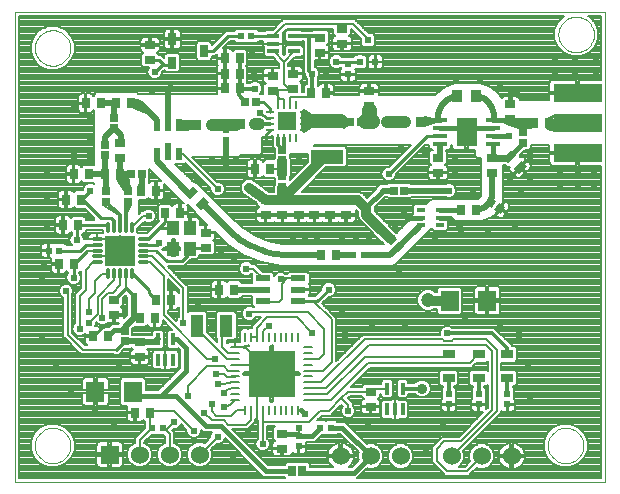
<source format=gtl>
G75*
G70*
%OFA0B0*%
%FSLAX24Y24*%
%IPPOS*%
%LPD*%
%AMOC8*
5,1,8,0,0,1.08239X$1,22.5*
%
%ADD10C,0.0000*%
%ADD11R,0.0098X0.0256*%
%ADD12R,0.0256X0.0098*%
%ADD13R,0.0630X0.0630*%
%ADD14R,0.0240X0.0240*%
%ADD15R,0.0250X0.0370*%
%ADD16R,0.0370X0.0250*%
%ADD17R,0.0236X0.0236*%
%ADD18R,0.1063X0.0453*%
%ADD19R,0.0276X0.0256*%
%ADD20R,0.0256X0.0276*%
%ADD21R,0.0236X0.0217*%
%ADD22R,0.0394X0.0157*%
%ADD23R,0.0295X0.0394*%
%ADD24R,0.1600X0.0600*%
%ADD25R,0.0236X0.0394*%
%ADD26R,0.0295X0.0157*%
%ADD27R,0.0470X0.0180*%
%ADD28R,0.0700X0.0950*%
%ADD29R,0.0394X0.0472*%
%ADD30R,0.0157X0.0394*%
%ADD31R,0.0600X0.0700*%
%ADD32R,0.0374X0.0394*%
%ADD33R,0.0512X0.0197*%
%ADD34C,0.0600*%
%ADD35R,0.1575X0.1575*%
%ADD36C,0.0080*%
%ADD37R,0.0600X0.0600*%
%ADD38R,0.0433X0.0748*%
%ADD39R,0.0394X0.0315*%
%ADD40C,0.0118*%
%ADD41R,0.0984X0.0984*%
%ADD42C,0.0400*%
%ADD43C,0.0120*%
%ADD44C,0.0200*%
%ADD45C,0.0240*%
%ADD46C,0.0160*%
%ADD47C,0.0100*%
%ADD48C,0.0060*%
%ADD49C,0.0300*%
%ADD50C,0.0320*%
%ADD51C,0.0500*%
%ADD52C,0.0356*%
%ADD53C,0.0180*%
%ADD54C,0.0320*%
%ADD55C,0.0472*%
D10*
X000671Y003960D02*
X020356Y003960D01*
X020356Y019645D01*
X000671Y019645D01*
X000671Y003960D01*
X001343Y005184D02*
X001345Y005232D01*
X001351Y005280D01*
X001361Y005327D01*
X001374Y005373D01*
X001392Y005418D01*
X001412Y005462D01*
X001437Y005504D01*
X001465Y005543D01*
X001495Y005580D01*
X001529Y005614D01*
X001566Y005646D01*
X001604Y005675D01*
X001645Y005700D01*
X001688Y005722D01*
X001733Y005740D01*
X001779Y005754D01*
X001826Y005765D01*
X001874Y005772D01*
X001922Y005775D01*
X001970Y005774D01*
X002018Y005769D01*
X002066Y005760D01*
X002112Y005748D01*
X002157Y005731D01*
X002201Y005711D01*
X002243Y005688D01*
X002283Y005661D01*
X002321Y005631D01*
X002356Y005598D01*
X002388Y005562D01*
X002418Y005524D01*
X002444Y005483D01*
X002466Y005440D01*
X002486Y005396D01*
X002501Y005351D01*
X002513Y005304D01*
X002521Y005256D01*
X002525Y005208D01*
X002525Y005160D01*
X002521Y005112D01*
X002513Y005064D01*
X002501Y005017D01*
X002486Y004972D01*
X002466Y004928D01*
X002444Y004885D01*
X002418Y004844D01*
X002388Y004806D01*
X002356Y004770D01*
X002321Y004737D01*
X002283Y004707D01*
X002243Y004680D01*
X002201Y004657D01*
X002157Y004637D01*
X002112Y004620D01*
X002066Y004608D01*
X002018Y004599D01*
X001970Y004594D01*
X001922Y004593D01*
X001874Y004596D01*
X001826Y004603D01*
X001779Y004614D01*
X001733Y004628D01*
X001688Y004646D01*
X001645Y004668D01*
X001604Y004693D01*
X001566Y004722D01*
X001529Y004754D01*
X001495Y004788D01*
X001465Y004825D01*
X001437Y004864D01*
X001412Y004906D01*
X001392Y004950D01*
X001374Y004995D01*
X001361Y005041D01*
X001351Y005088D01*
X001345Y005136D01*
X001343Y005184D01*
X001343Y018434D02*
X001345Y018482D01*
X001351Y018530D01*
X001361Y018577D01*
X001374Y018623D01*
X001392Y018668D01*
X001412Y018712D01*
X001437Y018754D01*
X001465Y018793D01*
X001495Y018830D01*
X001529Y018864D01*
X001566Y018896D01*
X001604Y018925D01*
X001645Y018950D01*
X001688Y018972D01*
X001733Y018990D01*
X001779Y019004D01*
X001826Y019015D01*
X001874Y019022D01*
X001922Y019025D01*
X001970Y019024D01*
X002018Y019019D01*
X002066Y019010D01*
X002112Y018998D01*
X002157Y018981D01*
X002201Y018961D01*
X002243Y018938D01*
X002283Y018911D01*
X002321Y018881D01*
X002356Y018848D01*
X002388Y018812D01*
X002418Y018774D01*
X002444Y018733D01*
X002466Y018690D01*
X002486Y018646D01*
X002501Y018601D01*
X002513Y018554D01*
X002521Y018506D01*
X002525Y018458D01*
X002525Y018410D01*
X002521Y018362D01*
X002513Y018314D01*
X002501Y018267D01*
X002486Y018222D01*
X002466Y018178D01*
X002444Y018135D01*
X002418Y018094D01*
X002388Y018056D01*
X002356Y018020D01*
X002321Y017987D01*
X002283Y017957D01*
X002243Y017930D01*
X002201Y017907D01*
X002157Y017887D01*
X002112Y017870D01*
X002066Y017858D01*
X002018Y017849D01*
X001970Y017844D01*
X001922Y017843D01*
X001874Y017846D01*
X001826Y017853D01*
X001779Y017864D01*
X001733Y017878D01*
X001688Y017896D01*
X001645Y017918D01*
X001604Y017943D01*
X001566Y017972D01*
X001529Y018004D01*
X001495Y018038D01*
X001465Y018075D01*
X001437Y018114D01*
X001412Y018156D01*
X001392Y018200D01*
X001374Y018245D01*
X001361Y018291D01*
X001351Y018338D01*
X001345Y018386D01*
X001343Y018434D01*
X018443Y005184D02*
X018445Y005232D01*
X018451Y005280D01*
X018461Y005327D01*
X018474Y005373D01*
X018492Y005418D01*
X018512Y005462D01*
X018537Y005504D01*
X018565Y005543D01*
X018595Y005580D01*
X018629Y005614D01*
X018666Y005646D01*
X018704Y005675D01*
X018745Y005700D01*
X018788Y005722D01*
X018833Y005740D01*
X018879Y005754D01*
X018926Y005765D01*
X018974Y005772D01*
X019022Y005775D01*
X019070Y005774D01*
X019118Y005769D01*
X019166Y005760D01*
X019212Y005748D01*
X019257Y005731D01*
X019301Y005711D01*
X019343Y005688D01*
X019383Y005661D01*
X019421Y005631D01*
X019456Y005598D01*
X019488Y005562D01*
X019518Y005524D01*
X019544Y005483D01*
X019566Y005440D01*
X019586Y005396D01*
X019601Y005351D01*
X019613Y005304D01*
X019621Y005256D01*
X019625Y005208D01*
X019625Y005160D01*
X019621Y005112D01*
X019613Y005064D01*
X019601Y005017D01*
X019586Y004972D01*
X019566Y004928D01*
X019544Y004885D01*
X019518Y004844D01*
X019488Y004806D01*
X019456Y004770D01*
X019421Y004737D01*
X019383Y004707D01*
X019343Y004680D01*
X019301Y004657D01*
X019257Y004637D01*
X019212Y004620D01*
X019166Y004608D01*
X019118Y004599D01*
X019070Y004594D01*
X019022Y004593D01*
X018974Y004596D01*
X018926Y004603D01*
X018879Y004614D01*
X018833Y004628D01*
X018788Y004646D01*
X018745Y004668D01*
X018704Y004693D01*
X018666Y004722D01*
X018629Y004754D01*
X018595Y004788D01*
X018565Y004825D01*
X018537Y004864D01*
X018512Y004906D01*
X018492Y004950D01*
X018474Y004995D01*
X018461Y005041D01*
X018451Y005088D01*
X018445Y005136D01*
X018443Y005184D01*
X018793Y018884D02*
X018795Y018932D01*
X018801Y018980D01*
X018811Y019027D01*
X018824Y019073D01*
X018842Y019118D01*
X018862Y019162D01*
X018887Y019204D01*
X018915Y019243D01*
X018945Y019280D01*
X018979Y019314D01*
X019016Y019346D01*
X019054Y019375D01*
X019095Y019400D01*
X019138Y019422D01*
X019183Y019440D01*
X019229Y019454D01*
X019276Y019465D01*
X019324Y019472D01*
X019372Y019475D01*
X019420Y019474D01*
X019468Y019469D01*
X019516Y019460D01*
X019562Y019448D01*
X019607Y019431D01*
X019651Y019411D01*
X019693Y019388D01*
X019733Y019361D01*
X019771Y019331D01*
X019806Y019298D01*
X019838Y019262D01*
X019868Y019224D01*
X019894Y019183D01*
X019916Y019140D01*
X019936Y019096D01*
X019951Y019051D01*
X019963Y019004D01*
X019971Y018956D01*
X019975Y018908D01*
X019975Y018860D01*
X019971Y018812D01*
X019963Y018764D01*
X019951Y018717D01*
X019936Y018672D01*
X019916Y018628D01*
X019894Y018585D01*
X019868Y018544D01*
X019838Y018506D01*
X019806Y018470D01*
X019771Y018437D01*
X019733Y018407D01*
X019693Y018380D01*
X019651Y018357D01*
X019607Y018337D01*
X019562Y018320D01*
X019516Y018308D01*
X019468Y018299D01*
X019420Y018294D01*
X019372Y018293D01*
X019324Y018296D01*
X019276Y018303D01*
X019229Y018314D01*
X019183Y018328D01*
X019138Y018346D01*
X019095Y018368D01*
X019054Y018393D01*
X019016Y018422D01*
X018979Y018454D01*
X018945Y018488D01*
X018915Y018525D01*
X018887Y018564D01*
X018862Y018606D01*
X018842Y018650D01*
X018824Y018695D01*
X018811Y018741D01*
X018801Y018788D01*
X018795Y018836D01*
X018793Y018884D01*
D11*
X010042Y016527D03*
X009845Y016527D03*
X009648Y016527D03*
X009451Y016527D03*
X009451Y015444D03*
X009648Y015444D03*
X009845Y015444D03*
X010042Y015444D03*
D12*
X010298Y015700D03*
X010298Y015897D03*
X010298Y016094D03*
X010298Y016291D03*
X009195Y016291D03*
X009195Y016094D03*
X009195Y015897D03*
X009195Y015700D03*
D13*
X009747Y015996D03*
D14*
X009907Y016156D03*
X009907Y015836D03*
X009587Y015836D03*
X009587Y016156D03*
D15*
X008717Y015891D03*
X008217Y015891D03*
X007234Y015884D03*
X006734Y015884D03*
X007674Y017094D03*
X007674Y017574D03*
X008174Y017574D03*
X008174Y017094D03*
X008174Y018094D03*
X007674Y018094D03*
X010549Y016931D03*
X011049Y016931D03*
X012584Y015984D03*
X013084Y015984D03*
X013684Y015984D03*
X014184Y015984D03*
G36*
X017115Y014591D02*
X016938Y014768D01*
X017199Y015029D01*
X017376Y014852D01*
X017115Y014591D01*
G37*
G36*
X017468Y014238D02*
X017291Y014415D01*
X017552Y014676D01*
X017729Y014499D01*
X017468Y014238D01*
G37*
X016034Y013044D03*
X015534Y013044D03*
X017984Y015934D03*
X018484Y015934D03*
X011384Y011534D03*
X010884Y011534D03*
X007984Y010384D03*
X007484Y010384D03*
X005884Y010034D03*
X005384Y010034D03*
X005334Y009434D03*
X004834Y009434D03*
X003784Y008834D03*
X003284Y008834D03*
X002634Y011234D03*
X002134Y011234D03*
X002284Y012534D03*
X002784Y012534D03*
X002884Y013384D03*
X002384Y013384D03*
X002634Y014234D03*
X003134Y014234D03*
X003684Y014234D03*
X004184Y014234D03*
X004884Y013684D03*
X005384Y013684D03*
X005684Y012934D03*
X006184Y012934D03*
G36*
X006515Y013391D02*
X006338Y013568D01*
X006599Y013829D01*
X006776Y013652D01*
X006515Y013391D01*
G37*
G36*
X006868Y013038D02*
X006691Y013215D01*
X006952Y013476D01*
X007129Y013299D01*
X006868Y013038D01*
G37*
X008684Y014414D03*
X009184Y014414D03*
X004534Y016594D03*
X004034Y016594D03*
X003534Y016594D03*
X003034Y016594D03*
X004684Y006284D03*
X005184Y006284D03*
X009923Y004334D03*
X010254Y004334D03*
D16*
X009584Y005084D03*
X009584Y005584D03*
X012534Y006484D03*
X012534Y006984D03*
X007034Y011784D03*
X007034Y012284D03*
X009034Y012864D03*
X009594Y012864D03*
X009594Y013364D03*
X009034Y013364D03*
X010134Y013364D03*
X010654Y013364D03*
X010654Y012864D03*
X010134Y012864D03*
X011184Y012864D03*
X011714Y012864D03*
X011714Y013364D03*
X011184Y013364D03*
X012484Y016499D03*
X012484Y016999D03*
X011584Y018584D03*
X011584Y019084D03*
X010834Y018784D03*
X010834Y018284D03*
X009949Y017574D03*
X009949Y017074D03*
X009266Y017016D03*
X009266Y017516D03*
X005184Y018034D03*
X005184Y018534D03*
X004184Y015284D03*
X004184Y014784D03*
X003984Y010034D03*
X003984Y009534D03*
X004834Y008634D03*
X004834Y008134D03*
X014784Y014284D03*
X014784Y014784D03*
X016584Y014784D03*
X016584Y014284D03*
X017184Y016054D03*
X017184Y016554D03*
D17*
X012311Y011534D03*
X011957Y011534D03*
X007724Y015357D03*
X007724Y015711D03*
X008207Y018834D03*
X008561Y018834D03*
X011784Y017911D03*
X011784Y017557D03*
X002161Y011684D03*
X001807Y011684D03*
X005257Y005784D03*
X005611Y005784D03*
X010134Y005511D03*
X010134Y005157D03*
X010857Y005784D03*
X011211Y005784D03*
X015134Y006557D03*
X015134Y006911D03*
X016134Y006911D03*
X016134Y006557D03*
X017084Y006557D03*
X017084Y006911D03*
D18*
X011094Y014808D03*
X011094Y015989D03*
D19*
X009589Y015046D03*
X009589Y014692D03*
X009594Y014151D03*
X009594Y013797D03*
G36*
X013020Y012052D02*
X013215Y012247D01*
X013396Y012066D01*
X013201Y011871D01*
X013020Y012052D01*
G37*
G36*
X013271Y011801D02*
X013466Y011996D01*
X013647Y011815D01*
X013452Y011620D01*
X013271Y011801D01*
G37*
G36*
X016351Y013217D02*
X016489Y013455D01*
X016709Y013327D01*
X016571Y013089D01*
X016351Y013217D01*
G37*
G36*
X016658Y013040D02*
X016796Y013278D01*
X017016Y013150D01*
X016878Y012912D01*
X016658Y013040D01*
G37*
X017624Y015277D03*
X017624Y015631D03*
X004454Y013661D03*
X004454Y013307D03*
X003724Y013307D03*
X003724Y013661D03*
X003684Y014857D03*
X003684Y015211D03*
X003984Y015757D03*
X003984Y016111D03*
X004334Y009011D03*
X004334Y008657D03*
D20*
X004557Y014234D03*
X004911Y014234D03*
X008347Y016644D03*
X008701Y016644D03*
X011857Y015984D03*
X012211Y015984D03*
X013307Y013684D03*
X013661Y013684D03*
D21*
X012690Y017970D03*
X012178Y017970D03*
X012434Y018698D03*
D22*
X009979Y018840D03*
X009979Y018328D03*
X009290Y018328D03*
X009290Y018584D03*
X009290Y018840D03*
D23*
X006966Y018334D03*
X005923Y018727D03*
X005923Y017940D03*
D24*
X019434Y016944D03*
X019434Y015944D03*
X019434Y014944D03*
D25*
X006158Y014892D03*
X005784Y014892D03*
X005410Y014892D03*
X005410Y015876D03*
X005784Y015876D03*
X006158Y015876D03*
D26*
X014209Y013040D03*
X014209Y012784D03*
X014209Y012528D03*
X014859Y012528D03*
X014859Y012784D03*
X014859Y013040D03*
D27*
X014848Y015250D03*
X014848Y015506D03*
X014848Y015762D03*
X014848Y016018D03*
X016620Y016018D03*
X016620Y015762D03*
X016620Y015506D03*
X016620Y015250D03*
D28*
X015734Y015634D03*
D29*
X006509Y012418D03*
X005958Y012418D03*
X005958Y011749D03*
X006509Y011749D03*
D30*
X005946Y008726D03*
X005434Y008726D03*
X005434Y008037D03*
X005690Y008037D03*
X005946Y008037D03*
X013084Y007076D03*
X013596Y007076D03*
X013596Y006387D03*
X013340Y006387D03*
X013084Y006387D03*
D31*
X015169Y010014D03*
X016419Y010014D03*
X004609Y006984D03*
X003359Y006984D03*
D32*
X015419Y016834D03*
X016049Y016834D03*
D33*
X010124Y010758D03*
X010124Y010384D03*
X010124Y010010D03*
X008943Y010010D03*
X008943Y010384D03*
X008943Y010758D03*
D34*
X006834Y004884D03*
X005834Y004884D03*
X004834Y004884D03*
X011534Y004834D03*
X012534Y004834D03*
X013534Y004834D03*
X015234Y004834D03*
X016234Y004834D03*
X017234Y004834D03*
D35*
X009234Y007584D03*
D36*
X009274Y007572D02*
X010181Y007572D01*
X010193Y007584D02*
X010161Y007552D01*
X010161Y007544D01*
X009274Y007544D01*
X009274Y007624D01*
X010161Y007624D01*
X010161Y007616D01*
X010193Y007584D01*
X010321Y007682D02*
X010591Y007682D01*
X010591Y007485D02*
X010321Y007485D01*
X010321Y007288D02*
X010591Y007288D01*
X010591Y007092D02*
X010321Y007092D01*
X010321Y006895D02*
X010591Y006895D01*
X010456Y006895D02*
X011095Y006895D01*
X012334Y008134D01*
X015040Y008134D01*
X015134Y008227D01*
X015380Y007717D02*
X014887Y007717D01*
X014817Y007647D01*
X014817Y007233D01*
X014887Y007163D01*
X014954Y007163D01*
X014954Y007137D01*
X014896Y007079D01*
X014896Y006747D01*
X014885Y006729D01*
X014876Y006693D01*
X014876Y006576D01*
X015115Y006576D01*
X015115Y006537D01*
X015153Y006537D01*
X015153Y006298D01*
X015270Y006298D01*
X015306Y006308D01*
X015338Y006326D01*
X015364Y006352D01*
X015382Y006384D01*
X015392Y006420D01*
X015392Y006537D01*
X015153Y006537D01*
X015153Y006576D01*
X015392Y006576D01*
X015392Y006693D01*
X015382Y006729D01*
X015372Y006747D01*
X015372Y007079D01*
X015314Y007137D01*
X015314Y007163D01*
X015380Y007163D01*
X015451Y007233D01*
X015451Y007647D01*
X015380Y007717D01*
X015447Y007651D02*
X015820Y007651D01*
X015817Y007647D02*
X015817Y007233D01*
X015887Y007163D01*
X015954Y007163D01*
X015954Y007137D01*
X015896Y007079D01*
X015896Y006747D01*
X015885Y006729D01*
X015876Y006693D01*
X015876Y006576D01*
X016115Y006576D01*
X016115Y006537D01*
X016153Y006537D01*
X016153Y006298D01*
X016270Y006298D01*
X016292Y006304D01*
X015472Y005484D01*
X014922Y005484D01*
X014672Y005234D01*
X014584Y005146D01*
X014584Y004622D01*
X014934Y004272D01*
X015022Y004184D01*
X015796Y004184D01*
X015884Y004272D01*
X016062Y004450D01*
X016150Y004414D01*
X016317Y004414D01*
X016472Y004478D01*
X016590Y004596D01*
X016654Y004750D01*
X016654Y004917D01*
X016590Y005072D01*
X016472Y005190D01*
X016317Y005254D01*
X016150Y005254D01*
X015996Y005190D01*
X015878Y005072D01*
X015814Y004917D01*
X015814Y004750D01*
X015850Y004662D01*
X015672Y004484D01*
X015478Y004484D01*
X015590Y004596D01*
X015654Y004750D01*
X015654Y004917D01*
X015617Y005005D01*
X016884Y006272D01*
X016884Y006324D01*
X016912Y006308D01*
X016947Y006298D01*
X017065Y006298D01*
X017065Y006537D01*
X017103Y006537D01*
X017103Y006298D01*
X017220Y006298D01*
X017256Y006308D01*
X017288Y006326D01*
X017314Y006352D01*
X017332Y006384D01*
X017342Y006420D01*
X017342Y006537D01*
X017103Y006537D01*
X017103Y006576D01*
X017342Y006576D01*
X017342Y006693D01*
X017332Y006729D01*
X017322Y006747D01*
X017322Y007079D01*
X017264Y007137D01*
X017264Y007163D01*
X017330Y007163D01*
X017401Y007233D01*
X017401Y007647D01*
X017330Y007717D01*
X016884Y007717D01*
X016884Y007950D01*
X017330Y007950D01*
X017401Y008020D01*
X017401Y008435D01*
X017330Y008505D01*
X017264Y008505D01*
X017264Y008508D01*
X016658Y009114D01*
X015243Y009114D01*
X015220Y009137D01*
X015131Y009174D01*
X015036Y009174D01*
X014948Y009137D01*
X014880Y009070D01*
X014844Y008981D01*
X014844Y008886D01*
X014845Y008884D01*
X012272Y008884D01*
X012184Y008796D01*
X011384Y007996D01*
X011384Y009448D01*
X010911Y009921D01*
X011134Y010144D01*
X011181Y010144D01*
X011270Y010180D01*
X011337Y010248D01*
X011374Y010336D01*
X011374Y010431D01*
X011337Y010520D01*
X011270Y010587D01*
X011181Y010624D01*
X011086Y010624D01*
X010998Y010587D01*
X010930Y010520D01*
X010894Y010431D01*
X010894Y010384D01*
X010689Y010180D01*
X010478Y010180D01*
X010475Y010183D01*
X010492Y010199D01*
X010511Y010231D01*
X010520Y010267D01*
X010520Y010374D01*
X010133Y010374D01*
X010133Y010393D01*
X010520Y010393D01*
X010520Y010501D01*
X010511Y010536D01*
X010492Y010568D01*
X010475Y010585D01*
X010500Y010610D01*
X010500Y010906D01*
X010430Y010976D01*
X009819Y010976D01*
X009752Y010909D01*
X009691Y010916D01*
X009670Y010937D01*
X009581Y010974D01*
X009486Y010974D01*
X009398Y010937D01*
X009330Y010870D01*
X009319Y010843D01*
X009319Y010906D01*
X009249Y010976D01*
X008937Y010976D01*
X008679Y011234D01*
X008573Y011234D01*
X008520Y011287D01*
X008431Y011324D01*
X008336Y011324D01*
X008248Y011287D01*
X008180Y011220D01*
X008144Y011131D01*
X008144Y011036D01*
X008180Y010948D01*
X008248Y010880D01*
X008336Y010844D01*
X008431Y010844D01*
X008520Y010880D01*
X008564Y010925D01*
X008575Y010914D01*
X008567Y010906D01*
X008567Y010610D01*
X008573Y010604D01*
X008229Y010604D01*
X008229Y010618D01*
X008158Y010689D01*
X007809Y010689D01*
X007740Y010620D01*
X007739Y010623D01*
X007721Y010655D01*
X007695Y010681D01*
X007663Y010699D01*
X007627Y010709D01*
X007506Y010709D01*
X007506Y010406D01*
X007461Y010406D01*
X007461Y010361D01*
X007506Y010361D01*
X007506Y010059D01*
X007627Y010059D01*
X007663Y010068D01*
X007695Y010087D01*
X007721Y010113D01*
X007739Y010145D01*
X007740Y010148D01*
X007809Y010079D01*
X008158Y010079D01*
X008229Y010149D01*
X008229Y010164D01*
X008573Y010164D01*
X008567Y010158D01*
X008567Y009862D01*
X008635Y009794D01*
X008604Y009794D01*
X008531Y009824D01*
X008436Y009824D01*
X008348Y009787D01*
X008280Y009720D01*
X008244Y009631D01*
X008244Y009536D01*
X008280Y009448D01*
X008348Y009380D01*
X008436Y009344D01*
X008531Y009344D01*
X008620Y009380D01*
X008687Y009448D01*
X008698Y009474D01*
X008877Y009474D01*
X008582Y009178D01*
X008582Y009101D01*
X008478Y009101D01*
X008446Y009069D01*
X008414Y009101D01*
X008282Y009101D01*
X008188Y009007D01*
X008188Y008645D01*
X008170Y008650D01*
X008012Y008650D01*
X008012Y008470D01*
X008012Y008470D01*
X008327Y008470D01*
X008327Y008493D01*
X008322Y008511D01*
X008414Y008511D01*
X008446Y008543D01*
X008478Y008511D01*
X008428Y008511D01*
X008392Y008502D01*
X008360Y008483D01*
X008334Y008457D01*
X008326Y008442D01*
X008327Y008446D01*
X008327Y008470D01*
X008012Y008470D01*
X008012Y008470D01*
X008012Y008650D01*
X007853Y008650D01*
X007807Y008637D01*
X007766Y008614D01*
X007744Y008591D01*
X007744Y008690D01*
X007992Y008690D01*
X008062Y008760D01*
X008062Y009607D01*
X007992Y009678D01*
X007460Y009678D01*
X007389Y009607D01*
X007389Y008760D01*
X007424Y008726D01*
X007424Y008624D01*
X007078Y008967D01*
X007078Y009607D01*
X007008Y009678D01*
X006475Y009678D01*
X006434Y009636D01*
X006434Y010496D01*
X006346Y010584D01*
X005766Y011164D01*
X006304Y011164D01*
X006504Y011364D01*
X006533Y011393D01*
X006756Y011393D01*
X006826Y011463D01*
X006826Y011539D01*
X007268Y011539D01*
X007339Y011609D01*
X007339Y011958D01*
X007270Y012027D01*
X007273Y012028D01*
X007305Y012047D01*
X007597Y012047D01*
X007559Y012085D02*
X007739Y011906D01*
X008283Y011542D01*
X008888Y011291D01*
X009530Y011164D01*
X013257Y011164D01*
X013393Y011220D01*
X014591Y012418D01*
X014591Y012399D01*
X014661Y012329D01*
X015056Y012329D01*
X015126Y012399D01*
X015126Y012633D01*
X015137Y012651D01*
X015140Y012664D01*
X016257Y012664D01*
X016577Y012796D01*
X016658Y012878D01*
X016677Y012867D01*
X016719Y012939D01*
X016821Y013041D01*
X016833Y013070D01*
X016846Y013062D01*
X016870Y013104D01*
X016852Y013114D01*
X016931Y013305D01*
X016955Y013348D01*
X016950Y013351D01*
X016954Y013361D01*
X016954Y014534D01*
X017002Y014534D01*
X017065Y014471D01*
X017162Y014471D01*
X017161Y014469D01*
X017151Y014433D01*
X017151Y014396D01*
X017161Y014360D01*
X017179Y014329D01*
X017265Y014243D01*
X017479Y014457D01*
X017510Y014425D01*
X017297Y014211D01*
X017382Y014126D01*
X017414Y014107D01*
X017450Y014098D01*
X017486Y014098D01*
X017522Y014107D01*
X017554Y014126D01*
X017682Y014254D01*
X017510Y014425D01*
X017542Y014457D01*
X017510Y014489D01*
X017724Y014703D01*
X017639Y014788D01*
X017607Y014807D01*
X017571Y014816D01*
X017534Y014816D01*
X017499Y014807D01*
X017496Y014805D01*
X017496Y014852D01*
X017673Y015029D01*
X017811Y015029D01*
X017881Y015099D01*
X017881Y015214D01*
X018494Y015214D01*
X018494Y014984D01*
X019394Y014984D01*
X019394Y014904D01*
X019474Y014904D01*
X019474Y014504D01*
X020216Y014504D01*
X020216Y004100D01*
X012083Y004100D01*
X012184Y004201D01*
X012412Y004429D01*
X012450Y004414D01*
X012617Y004414D01*
X012772Y004478D01*
X012890Y004596D01*
X012954Y004750D01*
X012954Y004917D01*
X012890Y005072D01*
X012772Y005190D01*
X012617Y005254D01*
X012450Y005254D01*
X012412Y005238D01*
X011667Y005984D01*
X011417Y005984D01*
X011379Y006022D01*
X011043Y006022D01*
X011034Y006012D01*
X011024Y006022D01*
X010748Y006022D01*
X010900Y006174D01*
X011200Y006174D01*
X011294Y006267D01*
X011559Y006532D01*
X011601Y006490D01*
X011580Y006470D01*
X011544Y006381D01*
X011544Y006286D01*
X011580Y006198D01*
X011648Y006130D01*
X011736Y006094D01*
X011831Y006094D01*
X011920Y006130D01*
X011987Y006198D01*
X012024Y006286D01*
X012024Y006381D01*
X011987Y006470D01*
X011944Y006513D01*
X011944Y006600D01*
X011785Y006759D01*
X011850Y006824D01*
X012229Y006824D01*
X012229Y006809D01*
X012298Y006740D01*
X012295Y006739D01*
X012263Y006721D01*
X012237Y006695D01*
X012218Y006663D01*
X012209Y006627D01*
X012209Y006506D01*
X012511Y006506D01*
X012511Y006461D01*
X012556Y006461D01*
X012556Y006219D01*
X012737Y006219D01*
X012773Y006228D01*
X012805Y006247D01*
X012831Y006273D01*
X012849Y006305D01*
X012859Y006340D01*
X012859Y006461D01*
X012556Y006461D01*
X012556Y006506D01*
X012859Y006506D01*
X012859Y006627D01*
X012849Y006663D01*
X012831Y006695D01*
X012805Y006721D01*
X012773Y006739D01*
X012770Y006740D01*
X012839Y006809D01*
X012839Y006916D01*
X012885Y006916D01*
X012885Y006829D01*
X012956Y006759D01*
X013213Y006759D01*
X013283Y006829D01*
X013283Y007322D01*
X013213Y007393D01*
X012956Y007393D01*
X012885Y007322D01*
X012885Y007236D01*
X012560Y007236D01*
X012552Y007229D01*
X012299Y007229D01*
X012229Y007158D01*
X012229Y007144D01*
X011870Y007144D01*
X012500Y007774D01*
X015900Y007774D01*
X015994Y007867D01*
X016076Y007950D01*
X016380Y007950D01*
X016434Y008003D01*
X016434Y007664D01*
X016380Y007717D01*
X015887Y007717D01*
X015817Y007647D01*
X015817Y007572D02*
X015451Y007572D01*
X015451Y007494D02*
X015817Y007494D01*
X015817Y007415D02*
X015451Y007415D01*
X015451Y007337D02*
X015817Y007337D01*
X015817Y007258D02*
X015451Y007258D01*
X015397Y007180D02*
X015870Y007180D01*
X015918Y007101D02*
X015349Y007101D01*
X015372Y007023D02*
X015896Y007023D01*
X015896Y006944D02*
X015372Y006944D01*
X015372Y006866D02*
X015896Y006866D01*
X015896Y006787D02*
X015372Y006787D01*
X015388Y006709D02*
X015880Y006709D01*
X015876Y006630D02*
X015392Y006630D01*
X015392Y006473D02*
X015876Y006473D01*
X015876Y006420D02*
X015876Y006537D01*
X016115Y006537D01*
X016115Y006298D01*
X015997Y006298D01*
X015962Y006308D01*
X015930Y006326D01*
X015904Y006352D01*
X015885Y006384D01*
X015876Y006420D01*
X015882Y006395D02*
X015385Y006395D01*
X015320Y006316D02*
X015947Y006316D01*
X016115Y006316D02*
X016153Y006316D01*
X016153Y006395D02*
X016115Y006395D01*
X016115Y006473D02*
X016153Y006473D01*
X016153Y006537D02*
X016153Y006576D01*
X016392Y006576D01*
X016392Y006693D01*
X016382Y006729D01*
X016372Y006747D01*
X016372Y007079D01*
X016314Y007137D01*
X016314Y007163D01*
X016380Y007163D01*
X016434Y007216D01*
X016434Y006446D01*
X016386Y006398D01*
X016392Y006420D01*
X016392Y006537D01*
X016153Y006537D01*
X016153Y006552D02*
X016434Y006552D01*
X016434Y006630D02*
X016392Y006630D01*
X016388Y006709D02*
X016434Y006709D01*
X016434Y006787D02*
X016372Y006787D01*
X016372Y006866D02*
X016434Y006866D01*
X016434Y006944D02*
X016372Y006944D01*
X016372Y007023D02*
X016434Y007023D01*
X016434Y007101D02*
X016349Y007101D01*
X016397Y007180D02*
X016434Y007180D01*
X016434Y007729D02*
X012455Y007729D01*
X012377Y007651D02*
X014820Y007651D01*
X014817Y007572D02*
X012298Y007572D01*
X012220Y007494D02*
X014817Y007494D01*
X014817Y007415D02*
X012141Y007415D01*
X012063Y007337D02*
X012900Y007337D01*
X012885Y007258D02*
X011984Y007258D01*
X011906Y007180D02*
X012250Y007180D01*
X012534Y006984D02*
X011784Y006984D01*
X011559Y006759D01*
X011784Y006534D01*
X011784Y006334D01*
X012004Y006238D02*
X012278Y006238D01*
X012263Y006247D02*
X012295Y006228D01*
X012330Y006219D01*
X012511Y006219D01*
X012511Y006461D01*
X012209Y006461D01*
X012209Y006340D01*
X012218Y006305D01*
X012237Y006273D01*
X012263Y006247D01*
X012215Y006316D02*
X012024Y006316D01*
X012018Y006395D02*
X012209Y006395D01*
X012209Y006552D02*
X011944Y006552D01*
X011913Y006630D02*
X012210Y006630D01*
X012251Y006709D02*
X011835Y006709D01*
X011813Y006787D02*
X012251Y006787D01*
X012534Y006984D02*
X012626Y007076D01*
X013084Y007076D01*
X013283Y007101D02*
X013397Y007101D01*
X013397Y007023D02*
X013283Y007023D01*
X013283Y006944D02*
X013397Y006944D01*
X013397Y006866D02*
X013283Y006866D01*
X013241Y006787D02*
X013439Y006787D01*
X013467Y006759D02*
X013724Y006759D01*
X013795Y006829D01*
X013795Y006896D01*
X014000Y006896D01*
X014065Y006831D01*
X014174Y006786D01*
X014293Y006786D01*
X014403Y006831D01*
X014486Y006915D01*
X014532Y007024D01*
X014532Y007143D01*
X014486Y007253D01*
X014403Y007336D01*
X014293Y007382D01*
X014174Y007382D01*
X014065Y007336D01*
X013984Y007256D01*
X013795Y007256D01*
X013795Y007322D01*
X013724Y007393D01*
X013467Y007393D01*
X013397Y007322D01*
X013397Y006829D01*
X013467Y006759D01*
X013473Y006714D02*
X013437Y006724D01*
X013340Y006724D01*
X013243Y006724D01*
X013207Y006714D01*
X013189Y006704D01*
X012956Y006704D01*
X012885Y006633D01*
X012885Y006140D01*
X012956Y006070D01*
X013189Y006070D01*
X013207Y006060D01*
X013243Y006050D01*
X013340Y006050D01*
X013437Y006050D01*
X013473Y006060D01*
X013491Y006070D01*
X013724Y006070D01*
X013795Y006140D01*
X013795Y006633D01*
X013724Y006704D01*
X013491Y006704D01*
X013473Y006714D01*
X013482Y006709D02*
X014880Y006709D01*
X014876Y006630D02*
X013795Y006630D01*
X013795Y006552D02*
X015115Y006552D01*
X015115Y006537D02*
X014876Y006537D01*
X014876Y006420D01*
X014885Y006384D01*
X014904Y006352D01*
X014930Y006326D01*
X014962Y006308D01*
X014997Y006298D01*
X015115Y006298D01*
X015115Y006537D01*
X015153Y006552D02*
X016115Y006552D01*
X016226Y006238D02*
X013795Y006238D01*
X013795Y006316D02*
X014947Y006316D01*
X014882Y006395D02*
X013795Y006395D01*
X013795Y006473D02*
X014876Y006473D01*
X014896Y006787D02*
X014297Y006787D01*
X014171Y006787D02*
X013753Y006787D01*
X013795Y006866D02*
X014030Y006866D01*
X013987Y007258D02*
X013795Y007258D01*
X013780Y007337D02*
X014065Y007337D01*
X014402Y007337D02*
X014817Y007337D01*
X014817Y007258D02*
X014481Y007258D01*
X014517Y007180D02*
X014870Y007180D01*
X014918Y007101D02*
X014532Y007101D01*
X014531Y007023D02*
X014896Y007023D01*
X014896Y006944D02*
X014499Y006944D01*
X014437Y006866D02*
X014896Y006866D01*
X015115Y006473D02*
X015153Y006473D01*
X015153Y006395D02*
X015115Y006395D01*
X015115Y006316D02*
X015153Y006316D01*
X015755Y005767D02*
X011884Y005767D01*
X011962Y005688D02*
X015676Y005688D01*
X015598Y005610D02*
X012041Y005610D01*
X012119Y005531D02*
X015519Y005531D01*
X015829Y005217D02*
X016062Y005217D01*
X015945Y005139D02*
X015751Y005139D01*
X015672Y005060D02*
X015873Y005060D01*
X015840Y004982D02*
X015627Y004982D01*
X015654Y004903D02*
X015814Y004903D01*
X015814Y004825D02*
X015654Y004825D01*
X015652Y004746D02*
X015815Y004746D01*
X015848Y004668D02*
X015620Y004668D01*
X015583Y004589D02*
X015777Y004589D01*
X015699Y004511D02*
X015505Y004511D01*
X015809Y004197D02*
X020216Y004197D01*
X020216Y004275D02*
X015887Y004275D01*
X015884Y004272D02*
X015884Y004272D01*
X015966Y004354D02*
X020216Y004354D01*
X020216Y004432D02*
X017415Y004432D01*
X017403Y004426D02*
X017464Y004457D01*
X017520Y004498D01*
X017569Y004547D01*
X017610Y004603D01*
X017641Y004665D01*
X017663Y004731D01*
X017673Y004794D01*
X017274Y004794D01*
X017274Y004874D01*
X017194Y004874D01*
X017194Y005273D01*
X017131Y005263D01*
X017065Y005241D01*
X017003Y005210D01*
X016947Y005169D01*
X016898Y005120D01*
X016857Y005064D01*
X016826Y005003D01*
X016805Y004937D01*
X016795Y004874D01*
X017194Y004874D01*
X017194Y004794D01*
X016795Y004794D01*
X016805Y004731D01*
X016826Y004665D01*
X016857Y004603D01*
X016898Y004547D01*
X016947Y004498D01*
X017003Y004457D01*
X017065Y004426D01*
X017131Y004405D01*
X017194Y004395D01*
X017194Y004794D01*
X017274Y004794D01*
X017274Y004395D01*
X017337Y004405D01*
X017403Y004426D01*
X017274Y004432D02*
X017194Y004432D01*
X017194Y004511D02*
X017274Y004511D01*
X017274Y004589D02*
X017194Y004589D01*
X017194Y004668D02*
X017274Y004668D01*
X017274Y004746D02*
X017194Y004746D01*
X017194Y004825D02*
X016654Y004825D01*
X016654Y004903D02*
X016799Y004903D01*
X016819Y004982D02*
X016627Y004982D01*
X016594Y005060D02*
X016855Y005060D01*
X016916Y005139D02*
X016523Y005139D01*
X016405Y005217D02*
X017017Y005217D01*
X017194Y005217D02*
X017274Y005217D01*
X017274Y005273D02*
X017274Y004874D01*
X017673Y004874D01*
X017663Y004937D01*
X017641Y005003D01*
X017610Y005064D01*
X017569Y005120D01*
X017520Y005169D01*
X017464Y005210D01*
X017403Y005241D01*
X017337Y005263D01*
X017274Y005273D01*
X017274Y005139D02*
X017194Y005139D01*
X017194Y005060D02*
X017274Y005060D01*
X017274Y004982D02*
X017194Y004982D01*
X017194Y004903D02*
X017274Y004903D01*
X017274Y004825D02*
X018392Y004825D01*
X018414Y004770D02*
X018620Y004564D01*
X018888Y004453D01*
X019179Y004453D01*
X019448Y004564D01*
X019653Y004770D01*
X019764Y005038D01*
X019764Y005329D01*
X019653Y005598D01*
X019448Y005803D01*
X019179Y005914D01*
X018888Y005914D01*
X018620Y005803D01*
X018414Y005598D01*
X018303Y005329D01*
X018303Y005038D01*
X018414Y004770D01*
X018438Y004746D02*
X017665Y004746D01*
X017642Y004668D02*
X018517Y004668D01*
X018595Y004589D02*
X017600Y004589D01*
X017533Y004511D02*
X018749Y004511D01*
X018359Y004903D02*
X017668Y004903D01*
X017648Y004982D02*
X018327Y004982D01*
X018303Y005060D02*
X017612Y005060D01*
X017551Y005139D02*
X018303Y005139D01*
X018303Y005217D02*
X017450Y005217D01*
X016802Y004746D02*
X016652Y004746D01*
X016620Y004668D02*
X016825Y004668D01*
X016867Y004589D02*
X016583Y004589D01*
X016505Y004511D02*
X016934Y004511D01*
X017053Y004432D02*
X016362Y004432D01*
X016106Y004432D02*
X016044Y004432D01*
X015908Y005296D02*
X018303Y005296D01*
X018322Y005374D02*
X015986Y005374D01*
X016065Y005453D02*
X018354Y005453D01*
X018387Y005531D02*
X016143Y005531D01*
X016222Y005610D02*
X018427Y005610D01*
X018505Y005688D02*
X016300Y005688D01*
X016379Y005767D02*
X018584Y005767D01*
X018722Y005845D02*
X016457Y005845D01*
X016536Y005924D02*
X020216Y005924D01*
X020216Y006002D02*
X016614Y006002D01*
X016693Y006081D02*
X020216Y006081D01*
X020216Y006159D02*
X016771Y006159D01*
X016850Y006238D02*
X020216Y006238D01*
X020216Y006316D02*
X017270Y006316D01*
X017335Y006395D02*
X020216Y006395D01*
X020216Y006473D02*
X017342Y006473D01*
X017342Y006630D02*
X020216Y006630D01*
X020216Y006552D02*
X017103Y006552D01*
X017103Y006473D02*
X017065Y006473D01*
X017065Y006395D02*
X017103Y006395D01*
X017103Y006316D02*
X017065Y006316D01*
X016897Y006316D02*
X016884Y006316D01*
X016434Y006473D02*
X016392Y006473D01*
X016147Y006159D02*
X013795Y006159D01*
X013735Y006081D02*
X016069Y006081D01*
X015990Y006002D02*
X011398Y006002D01*
X011619Y006159D02*
X010885Y006159D01*
X010807Y006081D02*
X012945Y006081D01*
X012885Y006159D02*
X011949Y006159D01*
X011727Y005924D02*
X015912Y005924D01*
X015833Y005845D02*
X011805Y005845D01*
X011501Y005584D02*
X012129Y004955D01*
X012114Y004917D01*
X012114Y004750D01*
X012129Y004712D01*
X011901Y004484D01*
X011801Y004484D01*
X011820Y004498D01*
X011869Y004547D01*
X011910Y004603D01*
X011941Y004665D01*
X011963Y004731D01*
X011973Y004794D01*
X011574Y004794D01*
X011574Y004874D01*
X011494Y004874D01*
X011494Y005273D01*
X011431Y005263D01*
X011365Y005241D01*
X011303Y005210D01*
X011247Y005169D01*
X011198Y005120D01*
X011157Y005064D01*
X011126Y005003D01*
X011105Y004937D01*
X011095Y004874D01*
X011494Y004874D01*
X011494Y004794D01*
X011095Y004794D01*
X011105Y004731D01*
X011126Y004665D01*
X011157Y004603D01*
X011198Y004547D01*
X011247Y004498D01*
X011267Y004484D01*
X010499Y004484D01*
X010499Y004568D01*
X010429Y004639D01*
X009748Y004639D01*
X009678Y004568D01*
X009678Y004534D01*
X009117Y004534D01*
X007917Y005734D01*
X008446Y005734D01*
X008534Y005822D01*
X008695Y005983D01*
X008695Y006053D01*
X008718Y006047D01*
X008742Y006047D01*
X008765Y006047D01*
X008774Y006049D01*
X008774Y005413D01*
X008730Y005370D01*
X008694Y005281D01*
X008694Y005186D01*
X008730Y005098D01*
X008798Y005030D01*
X008886Y004994D01*
X008981Y004994D01*
X009070Y005030D01*
X009137Y005098D01*
X009174Y005186D01*
X009174Y005281D01*
X009137Y005370D01*
X009094Y005413D01*
X009094Y005824D01*
X009344Y005824D01*
X009279Y005758D01*
X009279Y005409D01*
X009348Y005340D01*
X009345Y005339D01*
X009313Y005321D01*
X009287Y005295D01*
X009268Y005263D01*
X009259Y005227D01*
X009259Y005106D01*
X009561Y005106D01*
X009561Y005061D01*
X009606Y005061D01*
X009606Y004819D01*
X009787Y004819D01*
X009823Y004828D01*
X009855Y004847D01*
X009881Y004873D01*
X009899Y004905D01*
X009909Y004940D01*
X009909Y004947D01*
X009930Y004926D01*
X009962Y004908D01*
X009997Y004898D01*
X010115Y004898D01*
X010115Y005137D01*
X010153Y005137D01*
X010153Y004898D01*
X010270Y004898D01*
X010306Y004908D01*
X010338Y004926D01*
X010364Y004952D01*
X010382Y004984D01*
X010392Y005020D01*
X010392Y005137D01*
X010153Y005137D01*
X010153Y005176D01*
X010392Y005176D01*
X010392Y005293D01*
X010387Y005311D01*
X010667Y005311D01*
X010901Y005546D01*
X011024Y005546D01*
X011034Y005555D01*
X011043Y005546D01*
X011379Y005546D01*
X011417Y005584D01*
X011501Y005584D01*
X011553Y005531D02*
X010887Y005531D01*
X010808Y005453D02*
X011632Y005453D01*
X011710Y005374D02*
X010730Y005374D01*
X010391Y005296D02*
X011789Y005296D01*
X011750Y005217D02*
X011867Y005217D01*
X011820Y005169D02*
X011764Y005210D01*
X011703Y005241D01*
X011637Y005263D01*
X011574Y005273D01*
X011574Y004874D01*
X011973Y004874D01*
X011963Y004937D01*
X011941Y005003D01*
X011910Y005064D01*
X011869Y005120D01*
X011820Y005169D01*
X011851Y005139D02*
X011946Y005139D01*
X011912Y005060D02*
X012024Y005060D01*
X011948Y004982D02*
X012103Y004982D01*
X012114Y004903D02*
X011968Y004903D01*
X011965Y004746D02*
X012115Y004746D01*
X012114Y004825D02*
X011574Y004825D01*
X011574Y004903D02*
X011494Y004903D01*
X011494Y004825D02*
X009809Y004825D01*
X009898Y004903D02*
X009979Y004903D01*
X010115Y004903D02*
X010153Y004903D01*
X010153Y004982D02*
X010115Y004982D01*
X010115Y005060D02*
X010153Y005060D01*
X010153Y005139D02*
X011216Y005139D01*
X011155Y005060D02*
X010392Y005060D01*
X010381Y004982D02*
X011119Y004982D01*
X011099Y004903D02*
X010288Y004903D01*
X010479Y004589D02*
X011167Y004589D01*
X011125Y004668D02*
X008983Y004668D01*
X009061Y004589D02*
X009699Y004589D01*
X009606Y004825D02*
X009561Y004825D01*
X009561Y004819D02*
X009561Y005061D01*
X009259Y005061D01*
X009259Y004940D01*
X009268Y004905D01*
X009287Y004873D01*
X009313Y004847D01*
X009345Y004828D01*
X009380Y004819D01*
X009561Y004819D01*
X009561Y004903D02*
X009606Y004903D01*
X009606Y004982D02*
X009561Y004982D01*
X009561Y005060D02*
X009606Y005060D01*
X009358Y004825D02*
X008826Y004825D01*
X008904Y004746D02*
X011102Y004746D01*
X011234Y004511D02*
X010499Y004511D01*
X010304Y004284D02*
X010254Y004334D01*
X009678Y004134D02*
X009678Y004100D01*
X000811Y004100D01*
X000811Y019505D01*
X018974Y019505D01*
X018970Y019503D01*
X018764Y019298D01*
X018653Y019029D01*
X018653Y018738D01*
X018764Y018470D01*
X018970Y018264D01*
X019238Y018153D01*
X019529Y018153D01*
X019798Y018264D01*
X020003Y018470D01*
X020114Y018738D01*
X020114Y019029D01*
X020003Y019298D01*
X019798Y019503D01*
X019793Y019505D01*
X020216Y019505D01*
X020216Y017384D01*
X019474Y017384D01*
X019474Y016984D01*
X019394Y016984D01*
X019394Y017384D01*
X018615Y017384D01*
X018580Y017374D01*
X018548Y017356D01*
X018522Y017330D01*
X018503Y017298D01*
X018494Y017262D01*
X018494Y016984D01*
X019394Y016984D01*
X019394Y016904D01*
X018494Y016904D01*
X018494Y016704D01*
X017507Y016704D01*
X017499Y016733D01*
X017481Y016765D01*
X017455Y016791D01*
X017423Y016809D01*
X017387Y016819D01*
X017206Y016819D01*
X017206Y016704D01*
X017161Y016704D01*
X017161Y016819D01*
X016980Y016819D01*
X016945Y016809D01*
X016913Y016791D01*
X016896Y016774D01*
X016818Y016905D01*
X016532Y017144D01*
X016183Y017272D01*
X016183Y017272D01*
X016059Y017273D01*
X016057Y017274D01*
X015995Y017274D01*
X015933Y017274D01*
X015932Y017274D01*
X015601Y017274D01*
X015596Y017276D01*
X015538Y017274D01*
X015480Y017274D01*
X015475Y017271D01*
X015349Y017267D01*
X015003Y017141D01*
X014714Y016914D01*
X014673Y016854D01*
X012808Y016854D01*
X012809Y016855D01*
X012809Y016976D01*
X012506Y016976D01*
X012506Y017021D01*
X012461Y017021D01*
X012461Y016976D01*
X012159Y016976D01*
X012159Y016855D01*
X012159Y016854D01*
X011314Y016854D01*
X011314Y016909D01*
X011072Y016909D01*
X011072Y016954D01*
X011027Y016954D01*
X011027Y017256D01*
X010906Y017256D01*
X010870Y017247D01*
X010838Y017228D01*
X010764Y017228D01*
X010764Y017197D02*
X010764Y017424D01*
X010787Y017448D01*
X010824Y017536D01*
X010824Y017631D01*
X010787Y017720D01*
X010720Y017787D01*
X010664Y017810D01*
X010664Y018019D01*
X010811Y018019D01*
X010811Y018261D01*
X010856Y018261D01*
X010856Y018019D01*
X011037Y018019D01*
X011073Y018028D01*
X011105Y018047D01*
X011131Y018073D01*
X011149Y018105D01*
X011159Y018140D01*
X011159Y018261D01*
X010856Y018261D01*
X010856Y018306D01*
X011159Y018306D01*
X011159Y018427D01*
X011149Y018463D01*
X011131Y018495D01*
X011105Y018521D01*
X011073Y018539D01*
X011070Y018540D01*
X011139Y018609D01*
X011139Y018958D01*
X011068Y019029D01*
X010599Y019029D01*
X010584Y019014D01*
X010250Y019014D01*
X010226Y019038D01*
X009732Y019038D01*
X009662Y018968D01*
X009662Y018711D01*
X009732Y018641D01*
X010226Y018641D01*
X010238Y018654D01*
X010304Y018654D01*
X010304Y017609D01*
X010344Y017569D01*
X010344Y017536D01*
X010380Y017448D01*
X010404Y017424D01*
X010404Y017236D01*
X010375Y017236D01*
X010304Y017166D01*
X010304Y016953D01*
X010254Y016953D01*
X010254Y017249D01*
X010185Y017318D01*
X010188Y017319D01*
X010220Y017337D01*
X010246Y017363D01*
X010264Y017395D01*
X010274Y017431D01*
X010274Y017552D01*
X009972Y017552D01*
X009972Y017597D01*
X010274Y017597D01*
X010274Y017718D01*
X010264Y017753D01*
X010246Y017785D01*
X010220Y017811D01*
X010188Y017830D01*
X010152Y017839D01*
X009972Y017839D01*
X009972Y017597D01*
X009927Y017597D01*
X009927Y017839D01*
X009794Y017839D01*
X009794Y017917D01*
X010005Y018129D01*
X010226Y018129D01*
X010296Y018199D01*
X010296Y018456D01*
X010226Y018527D01*
X009732Y018527D01*
X009662Y018456D01*
X009662Y018238D01*
X009634Y018210D01*
X009607Y018237D01*
X009607Y018433D01*
X009617Y018451D01*
X009627Y018487D01*
X009627Y018584D01*
X009627Y018681D01*
X009617Y018716D01*
X009607Y018735D01*
X009607Y018931D01*
X009750Y019074D01*
X011279Y019074D01*
X011279Y018909D01*
X011348Y018840D01*
X011345Y018839D01*
X011313Y018821D01*
X011287Y018795D01*
X011268Y018763D01*
X011259Y018727D01*
X011259Y018606D01*
X011561Y018606D01*
X011561Y018561D01*
X011606Y018561D01*
X011606Y018319D01*
X011787Y018319D01*
X011823Y018328D01*
X011855Y018347D01*
X011881Y018373D01*
X011899Y018405D01*
X011909Y018440D01*
X011909Y018561D01*
X011606Y018561D01*
X011606Y018606D01*
X011909Y018606D01*
X011909Y018727D01*
X011899Y018763D01*
X011881Y018795D01*
X011855Y018821D01*
X011823Y018839D01*
X011820Y018840D01*
X011889Y018909D01*
X011889Y019052D01*
X012196Y018746D01*
X012196Y018540D01*
X012266Y018470D01*
X012602Y018470D01*
X012672Y018540D01*
X012672Y018856D01*
X012602Y018926D01*
X012468Y018926D01*
X012000Y019394D01*
X009617Y019394D01*
X009524Y019300D01*
X009262Y019038D01*
X009043Y019038D01*
X009009Y019004D01*
X008797Y019004D01*
X008729Y019072D01*
X008393Y019072D01*
X008384Y019062D01*
X008374Y019072D01*
X008039Y019072D01*
X007971Y019004D01*
X007713Y019004D01*
X007614Y018904D01*
X007234Y018524D01*
X007234Y018580D01*
X007164Y018651D01*
X006769Y018651D01*
X006699Y018580D01*
X006699Y018087D01*
X006769Y018017D01*
X007164Y018017D01*
X007234Y018087D01*
X007234Y018164D01*
X007354Y018164D01*
X007409Y018218D01*
X007409Y018116D01*
X007651Y018116D01*
X007651Y018071D01*
X007696Y018071D01*
X007696Y017769D01*
X007696Y017596D01*
X007651Y017596D01*
X007651Y017551D01*
X007696Y017551D01*
X007696Y017419D01*
X007696Y017116D01*
X007651Y017116D01*
X007651Y017071D01*
X007409Y017071D01*
X007409Y016914D01*
X004773Y016914D01*
X004733Y016954D01*
X003384Y016954D01*
X003314Y016883D01*
X003314Y016853D01*
X003290Y016830D01*
X003289Y016833D01*
X003271Y016865D01*
X003245Y016891D01*
X003213Y016909D01*
X003177Y016919D01*
X003056Y016919D01*
X003056Y016616D01*
X003011Y016616D01*
X003011Y016571D01*
X003056Y016571D01*
X003056Y016269D01*
X003177Y016269D01*
X003213Y016278D01*
X003245Y016297D01*
X003271Y016323D01*
X003289Y016355D01*
X003290Y016358D01*
X003314Y016334D01*
X003314Y014533D01*
X003308Y014539D01*
X002959Y014539D01*
X002890Y014470D01*
X002889Y014473D01*
X002871Y014505D01*
X002845Y014531D01*
X002813Y014549D01*
X002777Y014559D01*
X002656Y014559D01*
X002656Y014256D01*
X002611Y014256D01*
X002611Y014211D01*
X002656Y014211D01*
X002656Y013909D01*
X002777Y013909D01*
X002813Y013918D01*
X002845Y013937D01*
X002871Y013963D01*
X002889Y013995D01*
X002890Y013998D01*
X002959Y013929D01*
X003308Y013929D01*
X003314Y013934D01*
X003314Y013890D01*
X003231Y013924D01*
X003136Y013924D01*
X003048Y013887D01*
X002980Y013820D01*
X002944Y013731D01*
X002944Y013689D01*
X002709Y013689D01*
X002640Y013620D01*
X002639Y013623D01*
X002621Y013655D01*
X002595Y013681D01*
X002563Y013699D01*
X002527Y013709D01*
X002406Y013709D01*
X002406Y013406D01*
X002361Y013406D01*
X002361Y013361D01*
X002406Y013361D01*
X002406Y013059D01*
X002527Y013059D01*
X002563Y013068D01*
X002595Y013087D01*
X002621Y013113D01*
X002639Y013145D01*
X002640Y013148D01*
X002709Y013079D01*
X002998Y013079D01*
X003314Y012763D01*
X003314Y012704D01*
X003029Y012704D01*
X003029Y012768D01*
X002958Y012839D01*
X002609Y012839D01*
X002540Y012770D01*
X002539Y012773D01*
X002521Y012805D01*
X002495Y012831D01*
X002463Y012849D01*
X002427Y012859D01*
X002306Y012859D01*
X002306Y012556D01*
X002261Y012556D01*
X002261Y012511D01*
X002306Y012511D01*
X002306Y012209D01*
X002427Y012209D01*
X002463Y012218D01*
X002495Y012237D01*
X002521Y012263D01*
X002539Y012295D01*
X002540Y012298D01*
X002564Y012274D01*
X002564Y012203D01*
X002530Y012170D01*
X002494Y012081D01*
X002494Y011986D01*
X002530Y011898D01*
X002574Y011854D01*
X002397Y011854D01*
X002329Y011922D01*
X001997Y011922D01*
X001979Y011932D01*
X001943Y011942D01*
X001826Y011942D01*
X001826Y011703D01*
X001787Y011703D01*
X001787Y011665D01*
X001548Y011665D01*
X001548Y011547D01*
X001558Y011512D01*
X001576Y011480D01*
X001602Y011454D01*
X001634Y011435D01*
X001670Y011426D01*
X001787Y011426D01*
X001787Y011665D01*
X001826Y011665D01*
X001826Y011426D01*
X001869Y011426D01*
X001869Y011256D01*
X002111Y011256D01*
X002111Y011211D01*
X002156Y011211D01*
X002156Y010909D01*
X002277Y010909D01*
X002313Y010918D01*
X002345Y010937D01*
X002371Y010963D01*
X002389Y010995D01*
X002390Y010998D01*
X002449Y010939D01*
X002430Y010920D01*
X002394Y010831D01*
X002394Y010736D01*
X002430Y010648D01*
X002498Y010580D01*
X002586Y010544D01*
X002681Y010544D01*
X002770Y010580D01*
X002837Y010648D01*
X002874Y010736D01*
X002874Y010831D01*
X002837Y010920D01*
X002818Y010939D01*
X002874Y010994D01*
X002874Y010450D01*
X002767Y010344D01*
X002674Y010250D01*
X002674Y009263D01*
X002630Y009220D01*
X002594Y009131D01*
X002594Y009036D01*
X002630Y008948D01*
X002698Y008880D01*
X002786Y008844D01*
X002881Y008844D01*
X002970Y008880D01*
X003019Y008929D01*
X003019Y008856D01*
X003261Y008856D01*
X003261Y008811D01*
X003019Y008811D01*
X003019Y008630D01*
X003028Y008595D01*
X003047Y008563D01*
X003066Y008544D01*
X003000Y008544D01*
X002594Y008950D01*
X002594Y010214D01*
X002624Y010286D01*
X002624Y010381D01*
X002587Y010470D01*
X002520Y010537D01*
X002431Y010574D01*
X002336Y010574D01*
X002248Y010537D01*
X002180Y010470D01*
X002144Y010381D01*
X002144Y010286D01*
X002180Y010198D01*
X002248Y010130D01*
X002274Y010119D01*
X002274Y008817D01*
X002367Y008724D01*
X002367Y008724D01*
X002774Y008317D01*
X002867Y008224D01*
X003980Y008224D01*
X003990Y008214D01*
X004131Y008214D01*
X004326Y008409D01*
X004521Y008409D01*
X004549Y008437D01*
X004551Y008437D01*
X004598Y008390D01*
X004595Y008389D01*
X004563Y008371D01*
X004537Y008345D01*
X004518Y008313D01*
X004509Y008277D01*
X004509Y008156D01*
X004811Y008156D01*
X004811Y008111D01*
X004856Y008111D01*
X004856Y007869D01*
X005037Y007869D01*
X005073Y007878D01*
X005105Y007897D01*
X005131Y007923D01*
X005149Y007955D01*
X005159Y007990D01*
X005159Y008111D01*
X004856Y008111D01*
X004856Y008156D01*
X005159Y008156D01*
X005159Y008277D01*
X005149Y008313D01*
X005131Y008345D01*
X005105Y008371D01*
X005073Y008389D01*
X005070Y008390D01*
X005093Y008414D01*
X005301Y008414D01*
X005306Y008409D01*
X005563Y008409D01*
X005633Y008479D01*
X005633Y008613D01*
X005654Y008635D01*
X005654Y008817D01*
X005633Y008838D01*
X005633Y008972D01*
X005563Y009043D01*
X005306Y009043D01*
X005235Y008972D01*
X005235Y008854D01*
X005093Y008854D01*
X005068Y008879D01*
X004599Y008879D01*
X004597Y008877D01*
X004591Y008877D01*
X004591Y009080D01*
X004649Y009138D01*
X004659Y009129D01*
X005008Y009129D01*
X005077Y009198D01*
X005078Y009195D01*
X005097Y009163D01*
X005123Y009137D01*
X005155Y009118D01*
X005190Y009109D01*
X005311Y009109D01*
X005311Y009411D01*
X005356Y009411D01*
X005356Y009109D01*
X005477Y009109D01*
X005513Y009118D01*
X005545Y009137D01*
X005571Y009163D01*
X005589Y009195D01*
X005599Y009230D01*
X005599Y009357D01*
X005913Y009043D01*
X005817Y009043D01*
X005747Y008972D01*
X005747Y008810D01*
X005746Y008809D01*
X005746Y008643D01*
X005747Y008642D01*
X005747Y008479D01*
X005817Y008409D01*
X006074Y008409D01*
X006100Y008435D01*
X006184Y008351D01*
X006184Y007767D01*
X005451Y007034D01*
X005029Y007034D01*
X005029Y007383D01*
X004958Y007454D01*
X004259Y007454D01*
X004189Y007383D01*
X004189Y006584D01*
X004259Y006514D01*
X004426Y006514D01*
X004419Y006487D01*
X004419Y006306D01*
X004661Y006306D01*
X004661Y006261D01*
X004706Y006261D01*
X004706Y005959D01*
X004827Y005959D01*
X004863Y005968D01*
X004895Y005987D01*
X004921Y006013D01*
X004939Y006045D01*
X004940Y006048D01*
X005009Y005979D01*
X005024Y005979D01*
X005024Y005957D01*
X005018Y005952D01*
X005018Y005772D01*
X004674Y005427D01*
X004674Y005272D01*
X004596Y005240D01*
X004478Y005122D01*
X004414Y004967D01*
X004414Y004800D01*
X004478Y004646D01*
X004596Y004528D01*
X004750Y004464D01*
X004917Y004464D01*
X005072Y004528D01*
X005190Y004646D01*
X005254Y004800D01*
X005254Y004967D01*
X005190Y005122D01*
X005072Y005240D01*
X004994Y005272D01*
X004994Y005295D01*
X005245Y005546D01*
X005424Y005546D01*
X005434Y005555D01*
X005443Y005546D01*
X005623Y005546D01*
X005674Y005495D01*
X005674Y005272D01*
X005596Y005240D01*
X005478Y005122D01*
X005414Y004967D01*
X005414Y004800D01*
X005478Y004646D01*
X005596Y004528D01*
X005750Y004464D01*
X005917Y004464D01*
X006072Y004528D01*
X006190Y004646D01*
X006254Y004800D01*
X006254Y004967D01*
X006190Y005122D01*
X006072Y005240D01*
X005994Y005272D01*
X005994Y005559D01*
X005995Y005623D01*
X005994Y005625D01*
X005994Y005627D01*
X005948Y005673D01*
X005924Y005698D01*
X005970Y005744D01*
X006031Y005744D01*
X006120Y005780D01*
X006187Y005848D01*
X006204Y005888D01*
X006394Y005697D01*
X006394Y005636D01*
X006430Y005548D01*
X006498Y005480D01*
X006586Y005444D01*
X006681Y005444D01*
X006770Y005480D01*
X006837Y005548D01*
X006874Y005636D01*
X006874Y005711D01*
X006951Y005634D01*
X007244Y005634D01*
X007230Y005620D01*
X007194Y005531D01*
X006821Y005531D01*
X006863Y005610D02*
X007226Y005610D01*
X007194Y005531D02*
X007194Y005456D01*
X007005Y005267D01*
X006917Y005304D01*
X006750Y005304D01*
X006596Y005240D01*
X006478Y005122D01*
X006414Y004967D01*
X006414Y004800D01*
X006478Y004646D01*
X006596Y004528D01*
X006750Y004464D01*
X006917Y004464D01*
X007072Y004528D01*
X007190Y004646D01*
X007254Y004800D01*
X007254Y004967D01*
X007217Y005055D01*
X007406Y005244D01*
X007481Y005244D01*
X007570Y005280D01*
X007637Y005348D01*
X007666Y005418D01*
X008951Y004134D01*
X009678Y004134D01*
X009678Y004118D02*
X000811Y004118D01*
X000811Y004197D02*
X008888Y004197D01*
X008809Y004275D02*
X000811Y004275D01*
X000811Y004354D02*
X008731Y004354D01*
X008652Y004432D02*
X000811Y004432D01*
X000811Y004511D02*
X001649Y004511D01*
X001520Y004564D02*
X001788Y004453D01*
X002079Y004453D01*
X002348Y004564D01*
X002553Y004770D01*
X002664Y005038D01*
X002664Y005329D01*
X002553Y005598D01*
X002348Y005803D01*
X002079Y005914D01*
X001788Y005914D01*
X001520Y005803D01*
X001314Y005598D01*
X001203Y005329D01*
X001203Y005038D01*
X001314Y004770D01*
X001520Y004564D01*
X001495Y004589D02*
X000811Y004589D01*
X000811Y004668D02*
X001417Y004668D01*
X001338Y004746D02*
X000811Y004746D01*
X000811Y004825D02*
X001292Y004825D01*
X001259Y004903D02*
X000811Y004903D01*
X000811Y004982D02*
X001227Y004982D01*
X001203Y005060D02*
X000811Y005060D01*
X000811Y005139D02*
X001203Y005139D01*
X001203Y005217D02*
X000811Y005217D01*
X000811Y005296D02*
X001203Y005296D01*
X001222Y005374D02*
X000811Y005374D01*
X000811Y005453D02*
X001254Y005453D01*
X001287Y005531D02*
X000811Y005531D01*
X000811Y005610D02*
X001327Y005610D01*
X001405Y005688D02*
X000811Y005688D01*
X000811Y005767D02*
X001484Y005767D01*
X001622Y005845D02*
X000811Y005845D01*
X000811Y005924D02*
X005018Y005924D01*
X005018Y005845D02*
X002246Y005845D01*
X002384Y005767D02*
X005013Y005767D01*
X004935Y005688D02*
X002462Y005688D01*
X002541Y005610D02*
X004856Y005610D01*
X004778Y005531D02*
X002581Y005531D01*
X002613Y005453D02*
X004699Y005453D01*
X004674Y005374D02*
X002646Y005374D01*
X002664Y005296D02*
X003448Y005296D01*
X003422Y005270D01*
X003403Y005238D01*
X003394Y005202D01*
X003394Y004924D01*
X003794Y004924D01*
X003794Y005324D01*
X003515Y005324D01*
X003480Y005314D01*
X003448Y005296D01*
X003398Y005217D02*
X002664Y005217D01*
X002664Y005139D02*
X003394Y005139D01*
X003394Y005060D02*
X002664Y005060D01*
X002641Y004982D02*
X003394Y004982D01*
X003394Y004844D02*
X003394Y004565D01*
X003403Y004530D01*
X003422Y004498D01*
X003448Y004472D01*
X003480Y004453D01*
X003515Y004444D01*
X003794Y004444D01*
X003794Y004844D01*
X003874Y004844D01*
X003874Y004924D01*
X003794Y004924D01*
X003794Y004844D01*
X003394Y004844D01*
X003394Y004825D02*
X002576Y004825D01*
X002608Y004903D02*
X003794Y004903D01*
X003794Y004825D02*
X003874Y004825D01*
X003874Y004844D02*
X003874Y004444D01*
X004152Y004444D01*
X004188Y004453D01*
X004220Y004472D01*
X004246Y004498D01*
X004264Y004530D01*
X004274Y004565D01*
X004274Y004844D01*
X003874Y004844D01*
X003874Y004903D02*
X004414Y004903D01*
X004414Y004825D02*
X004274Y004825D01*
X004274Y004746D02*
X004436Y004746D01*
X004469Y004668D02*
X004274Y004668D01*
X004274Y004589D02*
X004534Y004589D01*
X004637Y004511D02*
X004253Y004511D01*
X003874Y004511D02*
X003794Y004511D01*
X003794Y004589D02*
X003874Y004589D01*
X003874Y004668D02*
X003794Y004668D01*
X003794Y004746D02*
X003874Y004746D01*
X003874Y004924D02*
X004274Y004924D01*
X004274Y005202D01*
X004264Y005238D01*
X004246Y005270D01*
X004220Y005296D01*
X004674Y005296D01*
X004573Y005217D02*
X004270Y005217D01*
X004274Y005139D02*
X004495Y005139D01*
X004452Y005060D02*
X004274Y005060D01*
X004274Y004982D02*
X004420Y004982D01*
X004220Y005296D02*
X004188Y005314D01*
X004152Y005324D01*
X003874Y005324D01*
X003874Y004924D01*
X003874Y004982D02*
X003794Y004982D01*
X003794Y005060D02*
X003874Y005060D01*
X003874Y005139D02*
X003794Y005139D01*
X003794Y005217D02*
X003874Y005217D01*
X003874Y005296D02*
X003794Y005296D01*
X003394Y004746D02*
X002529Y004746D01*
X002451Y004668D02*
X003394Y004668D01*
X003394Y004589D02*
X002372Y004589D01*
X002218Y004511D02*
X003414Y004511D01*
X004834Y004884D02*
X004834Y005361D01*
X005257Y005784D01*
X005184Y005857D01*
X005184Y006284D01*
X005234Y006284D01*
X005284Y006334D01*
X005984Y006334D01*
X006634Y005684D01*
X006874Y005688D02*
X006896Y005688D01*
X006703Y005453D02*
X007191Y005453D01*
X007112Y005374D02*
X005994Y005374D01*
X005994Y005296D02*
X006731Y005296D01*
X006573Y005217D02*
X006094Y005217D01*
X006173Y005139D02*
X006495Y005139D01*
X006452Y005060D02*
X006215Y005060D01*
X006248Y004982D02*
X006420Y004982D01*
X006414Y004903D02*
X006254Y004903D01*
X006254Y004825D02*
X006414Y004825D01*
X006436Y004746D02*
X006231Y004746D01*
X006199Y004668D02*
X006469Y004668D01*
X006534Y004589D02*
X006133Y004589D01*
X006031Y004511D02*
X006637Y004511D01*
X007031Y004511D02*
X008574Y004511D01*
X008495Y004589D02*
X007133Y004589D01*
X007199Y004668D02*
X008417Y004668D01*
X008338Y004746D02*
X007231Y004746D01*
X007254Y004825D02*
X008260Y004825D01*
X008181Y004903D02*
X007254Y004903D01*
X007248Y004982D02*
X008103Y004982D01*
X008024Y005060D02*
X007222Y005060D01*
X007301Y005139D02*
X007946Y005139D01*
X007867Y005217D02*
X007379Y005217D01*
X007585Y005296D02*
X007789Y005296D01*
X007710Y005374D02*
X007648Y005374D01*
X007962Y005688D02*
X008774Y005688D01*
X008774Y005610D02*
X008041Y005610D01*
X008119Y005531D02*
X008774Y005531D01*
X008774Y005453D02*
X008198Y005453D01*
X008276Y005374D02*
X008735Y005374D01*
X008700Y005296D02*
X008355Y005296D01*
X008433Y005217D02*
X008694Y005217D01*
X008713Y005139D02*
X008512Y005139D01*
X008590Y005060D02*
X008768Y005060D01*
X008669Y004982D02*
X009259Y004982D01*
X009259Y005060D02*
X009100Y005060D01*
X009154Y005139D02*
X009259Y005139D01*
X009259Y005217D02*
X009174Y005217D01*
X009168Y005296D02*
X009288Y005296D01*
X009314Y005374D02*
X009133Y005374D01*
X009094Y005453D02*
X009279Y005453D01*
X009279Y005531D02*
X009094Y005531D01*
X009094Y005610D02*
X009279Y005610D01*
X009279Y005688D02*
X009094Y005688D01*
X009094Y005767D02*
X009287Y005767D01*
X008934Y005984D02*
X008934Y005234D01*
X008747Y004903D02*
X009269Y004903D01*
X008774Y005767D02*
X008479Y005767D01*
X008557Y005845D02*
X008774Y005845D01*
X008774Y005924D02*
X008636Y005924D01*
X008695Y006002D02*
X008774Y006002D01*
X008742Y006047D02*
X008742Y006362D01*
X008742Y006497D02*
X008742Y006227D01*
X008742Y006238D02*
X008742Y006238D01*
X008742Y006316D02*
X008742Y006316D01*
X008742Y006362D02*
X008742Y006362D01*
X008742Y006976D01*
X009194Y006944D02*
X009274Y006944D01*
X009274Y006866D02*
X009194Y006866D01*
X009194Y006787D02*
X009274Y006787D01*
X009274Y006709D02*
X009194Y006709D01*
X009194Y006657D02*
X009194Y007544D01*
X008307Y007544D01*
X008307Y007552D01*
X008275Y007584D01*
X008307Y007616D01*
X008307Y007624D01*
X009194Y007624D01*
X009194Y008511D01*
X009202Y008511D01*
X009234Y008543D01*
X009266Y008511D01*
X009274Y008511D01*
X009274Y007624D01*
X009194Y007624D01*
X009194Y007544D01*
X009274Y007544D01*
X009274Y006657D01*
X009266Y006657D01*
X009234Y006625D01*
X009202Y006657D01*
X009194Y006657D01*
X009228Y006630D02*
X009239Y006630D01*
X009332Y006497D02*
X009332Y006227D01*
X009135Y006227D02*
X009135Y006497D01*
X008938Y006497D02*
X008938Y006227D01*
X008934Y006334D02*
X008934Y005984D01*
X010484Y005984D01*
X010834Y006334D01*
X011134Y006334D01*
X011559Y006759D01*
X011584Y006473D02*
X011499Y006473D01*
X011549Y006395D02*
X011421Y006395D01*
X011342Y006316D02*
X011544Y006316D01*
X011564Y006238D02*
X011264Y006238D01*
X011198Y006698D02*
X012434Y007934D01*
X015834Y007934D01*
X016127Y008227D01*
X016134Y008227D01*
X016012Y007886D02*
X016434Y007886D01*
X016434Y007808D02*
X015934Y007808D01*
X016395Y007965D02*
X016434Y007965D01*
X016884Y007886D02*
X020216Y007886D01*
X020216Y007808D02*
X016884Y007808D01*
X016884Y007729D02*
X020216Y007729D01*
X020216Y007651D02*
X017397Y007651D01*
X017401Y007572D02*
X020216Y007572D01*
X020216Y007494D02*
X017401Y007494D01*
X017401Y007415D02*
X020216Y007415D01*
X020216Y007337D02*
X017401Y007337D01*
X017401Y007258D02*
X020216Y007258D01*
X020216Y007180D02*
X017347Y007180D01*
X017299Y007101D02*
X020216Y007101D01*
X020216Y007023D02*
X017322Y007023D01*
X017322Y006944D02*
X020216Y006944D01*
X020216Y006866D02*
X017322Y006866D01*
X017322Y006787D02*
X020216Y006787D01*
X020216Y006709D02*
X017338Y006709D01*
X017345Y007965D02*
X020216Y007965D01*
X020216Y008043D02*
X017401Y008043D01*
X017401Y008122D02*
X020216Y008122D01*
X020216Y008200D02*
X017401Y008200D01*
X017401Y008279D02*
X020216Y008279D01*
X020216Y008357D02*
X017401Y008357D01*
X017399Y008436D02*
X020216Y008436D01*
X020216Y008514D02*
X017258Y008514D01*
X017179Y008593D02*
X020216Y008593D01*
X020216Y008671D02*
X017101Y008671D01*
X017022Y008750D02*
X020216Y008750D01*
X020216Y008828D02*
X016944Y008828D01*
X016865Y008907D02*
X020216Y008907D01*
X020216Y008985D02*
X016787Y008985D01*
X016708Y009064D02*
X020216Y009064D01*
X020216Y009142D02*
X015207Y009142D01*
X014960Y009142D02*
X011384Y009142D01*
X011384Y009064D02*
X014878Y009064D01*
X014845Y008985D02*
X011384Y008985D01*
X011384Y008907D02*
X014844Y008907D01*
X014819Y009544D02*
X015518Y009544D01*
X015589Y009614D01*
X015589Y010413D01*
X015518Y010484D01*
X014819Y010484D01*
X014749Y010413D01*
X014749Y010294D01*
X014677Y010294D01*
X014635Y010336D01*
X014505Y010390D01*
X014363Y010390D01*
X014232Y010336D01*
X014132Y010235D01*
X014077Y010105D01*
X014077Y009963D01*
X014132Y009832D01*
X014232Y009732D01*
X014363Y009677D01*
X014505Y009677D01*
X014635Y009732D01*
X014637Y009734D01*
X014749Y009734D01*
X014749Y009614D01*
X014819Y009544D01*
X014749Y009613D02*
X011218Y009613D01*
X011140Y009692D02*
X014329Y009692D01*
X014193Y009770D02*
X011061Y009770D01*
X010983Y009849D02*
X014125Y009849D01*
X014092Y009927D02*
X010918Y009927D01*
X010996Y010006D02*
X014077Y010006D01*
X014077Y010084D02*
X011075Y010084D01*
X011227Y010163D02*
X014102Y010163D01*
X014137Y010241D02*
X011331Y010241D01*
X011367Y010320D02*
X014216Y010320D01*
X014651Y010320D02*
X014749Y010320D01*
X014749Y010398D02*
X011374Y010398D01*
X011355Y010477D02*
X014812Y010477D01*
X015525Y010477D02*
X016034Y010477D01*
X016033Y010476D02*
X016007Y010450D01*
X015988Y010418D01*
X015979Y010382D01*
X015979Y010054D01*
X016379Y010054D01*
X016379Y010504D01*
X016100Y010504D01*
X016065Y010494D01*
X016033Y010476D01*
X015983Y010398D02*
X015589Y010398D01*
X015589Y010320D02*
X015979Y010320D01*
X015979Y010241D02*
X015589Y010241D01*
X015589Y010163D02*
X015979Y010163D01*
X015979Y010084D02*
X015589Y010084D01*
X015589Y010006D02*
X016379Y010006D01*
X016379Y009974D02*
X015979Y009974D01*
X015979Y009645D01*
X015988Y009610D01*
X016007Y009578D01*
X016033Y009552D01*
X016065Y009533D01*
X016100Y009524D01*
X016379Y009524D01*
X016379Y009974D01*
X016379Y010054D01*
X016459Y010054D01*
X016459Y010504D01*
X016737Y010504D01*
X016773Y010494D01*
X016805Y010476D01*
X016831Y010450D01*
X016849Y010418D01*
X016859Y010382D01*
X016859Y010054D01*
X016459Y010054D01*
X016459Y009974D01*
X016859Y009974D01*
X016859Y009645D01*
X016849Y009610D01*
X016831Y009578D01*
X016805Y009552D01*
X016773Y009533D01*
X016737Y009524D01*
X016459Y009524D01*
X016459Y009974D01*
X016379Y009974D01*
X016379Y009927D02*
X016459Y009927D01*
X016459Y009849D02*
X016379Y009849D01*
X016379Y009770D02*
X016459Y009770D01*
X016459Y009692D02*
X016379Y009692D01*
X016379Y009613D02*
X016459Y009613D01*
X016459Y009535D02*
X016379Y009535D01*
X016775Y009535D02*
X020216Y009535D01*
X020216Y009613D02*
X016850Y009613D01*
X016859Y009692D02*
X020216Y009692D01*
X020216Y009770D02*
X016859Y009770D01*
X016859Y009849D02*
X020216Y009849D01*
X020216Y009927D02*
X016859Y009927D01*
X016859Y010084D02*
X020216Y010084D01*
X020216Y010006D02*
X016459Y010006D01*
X016459Y010084D02*
X016379Y010084D01*
X016379Y010163D02*
X016459Y010163D01*
X016459Y010241D02*
X016379Y010241D01*
X016379Y010320D02*
X016459Y010320D01*
X016459Y010398D02*
X016379Y010398D01*
X016379Y010477D02*
X016459Y010477D01*
X016803Y010477D02*
X020216Y010477D01*
X020216Y010555D02*
X011302Y010555D01*
X010966Y010555D02*
X010500Y010555D01*
X010500Y010634D02*
X020216Y010634D01*
X020216Y010712D02*
X010500Y010712D01*
X010500Y010791D02*
X020216Y010791D01*
X020216Y010869D02*
X010500Y010869D01*
X010458Y010948D02*
X020216Y010948D01*
X020216Y011026D02*
X008887Y011026D01*
X008808Y011105D02*
X020216Y011105D01*
X020216Y011183D02*
X013304Y011183D01*
X013435Y011262D02*
X020216Y011262D01*
X020216Y011340D02*
X013513Y011340D01*
X013592Y011419D02*
X020216Y011419D01*
X020216Y011497D02*
X013670Y011497D01*
X013749Y011576D02*
X020216Y011576D01*
X020216Y011654D02*
X013827Y011654D01*
X013906Y011733D02*
X020216Y011733D01*
X020216Y011811D02*
X013984Y011811D01*
X014063Y011890D02*
X020216Y011890D01*
X020216Y011968D02*
X014141Y011968D01*
X014220Y012047D02*
X020216Y012047D01*
X020216Y012125D02*
X014298Y012125D01*
X014377Y012204D02*
X020216Y012204D01*
X020216Y012282D02*
X014455Y012282D01*
X014534Y012361D02*
X014630Y012361D01*
X015087Y012361D02*
X020216Y012361D01*
X020216Y012439D02*
X015126Y012439D01*
X015126Y012518D02*
X020216Y012518D01*
X020216Y012596D02*
X015126Y012596D01*
X015086Y013444D02*
X015181Y013444D01*
X015270Y013480D01*
X015337Y013548D01*
X015374Y013636D01*
X015374Y013731D01*
X015337Y013820D01*
X015270Y013887D01*
X015181Y013924D01*
X015086Y013924D01*
X015038Y013904D01*
X013876Y013904D01*
X013839Y013941D01*
X013483Y013941D01*
X013129Y013941D01*
X013091Y013904D01*
X012843Y013904D01*
X012714Y013775D01*
X012714Y013747D01*
X012415Y013448D01*
X012341Y013522D01*
X012262Y013601D01*
X012159Y013644D01*
X010242Y013644D01*
X011060Y014462D01*
X011675Y014462D01*
X011745Y014532D01*
X011745Y015084D01*
X011675Y015155D01*
X010654Y015155D01*
X010654Y015214D01*
X013873Y015214D01*
X013133Y014474D01*
X013086Y014474D01*
X012998Y014437D01*
X012930Y014370D01*
X012894Y014281D01*
X012894Y014186D01*
X012930Y014098D01*
X012998Y014030D01*
X013086Y013994D01*
X013181Y013994D01*
X013270Y014030D01*
X013337Y014098D01*
X013374Y014186D01*
X013374Y014233D01*
X014354Y015214D01*
X014493Y015214D01*
X014493Y015110D01*
X014563Y015040D01*
X014614Y015040D01*
X014614Y015029D01*
X014549Y015029D01*
X014479Y014958D01*
X014479Y014609D01*
X014548Y014540D01*
X014545Y014539D01*
X014513Y014521D01*
X014487Y014495D01*
X014468Y014463D01*
X014459Y014427D01*
X014459Y014306D01*
X014761Y014306D01*
X014761Y014261D01*
X014806Y014261D01*
X014806Y014019D01*
X014987Y014019D01*
X015023Y014028D01*
X015055Y014047D01*
X015081Y014073D01*
X015099Y014105D01*
X015109Y014140D01*
X015109Y014261D01*
X014806Y014261D01*
X014806Y014306D01*
X015109Y014306D01*
X015109Y014427D01*
X015099Y014463D01*
X015081Y014495D01*
X015055Y014521D01*
X015023Y014539D01*
X015020Y014540D01*
X015089Y014609D01*
X015089Y014958D01*
X015054Y014993D01*
X015054Y015040D01*
X015133Y015040D01*
X015203Y015110D01*
X015203Y015214D01*
X015244Y015214D01*
X015244Y015140D01*
X015253Y015105D01*
X015272Y015073D01*
X015298Y015047D01*
X015330Y015028D01*
X015365Y015019D01*
X015694Y015019D01*
X015694Y015594D01*
X015774Y015594D01*
X015774Y015019D01*
X016014Y015019D01*
X016014Y014834D01*
X016084Y014764D01*
X016214Y014764D01*
X016214Y013534D01*
X016211Y013508D01*
X016192Y013461D01*
X016156Y013426D01*
X016109Y013406D01*
X016084Y013404D01*
X014610Y013404D01*
X014474Y013347D01*
X014370Y013243D01*
X014365Y013238D01*
X014012Y013238D01*
X013941Y013168D01*
X013941Y012935D01*
X013931Y012916D01*
X013921Y012881D01*
X013921Y012795D01*
X013395Y012268D01*
X013155Y012509D01*
X013136Y012553D01*
X013053Y012636D01*
X013009Y012655D01*
X012664Y013000D01*
X012664Y013131D01*
X012997Y013464D01*
X013091Y013464D01*
X013129Y013426D01*
X013839Y013426D01*
X013876Y013464D01*
X015038Y013464D01*
X015086Y013444D01*
X015047Y013460D02*
X013872Y013460D01*
X013997Y013224D02*
X012757Y013224D01*
X012679Y013146D02*
X013941Y013146D01*
X013941Y013067D02*
X012664Y013067D01*
X012675Y012989D02*
X013941Y012989D01*
X013929Y012910D02*
X012753Y012910D01*
X012832Y012832D02*
X013921Y012832D01*
X013880Y012753D02*
X012910Y012753D01*
X012989Y012675D02*
X013801Y012675D01*
X013723Y012596D02*
X013093Y012596D01*
X013151Y012518D02*
X013644Y012518D01*
X013566Y012439D02*
X013224Y012439D01*
X013303Y012361D02*
X013487Y012361D01*
X013409Y012282D02*
X013381Y012282D01*
X012968Y011904D02*
X009857Y011904D01*
X009604Y011916D01*
X009107Y012015D01*
X008639Y012209D01*
X008218Y012490D01*
X008030Y012660D01*
X007991Y012699D01*
X007978Y012712D01*
X006793Y013897D01*
X006657Y013954D01*
X006637Y013954D01*
X006016Y014575D01*
X006326Y014575D01*
X006353Y014602D01*
X007194Y013762D01*
X007194Y013686D01*
X007230Y013598D01*
X007298Y013530D01*
X007386Y013494D01*
X007481Y013494D01*
X007570Y013530D01*
X007637Y013598D01*
X007674Y013686D01*
X007674Y013781D01*
X007637Y013870D01*
X007570Y013937D01*
X007481Y013974D01*
X007406Y013974D01*
X006566Y014814D01*
X008133Y014814D01*
X008183Y014864D01*
X008833Y014864D01*
X008904Y014934D01*
X008904Y015464D01*
X009183Y015464D01*
X009231Y015511D01*
X009271Y015511D01*
X009271Y015142D01*
X009331Y015082D01*
X009331Y014752D01*
X009316Y014719D01*
X009009Y014719D01*
X008940Y014650D01*
X008939Y014653D01*
X008921Y014685D01*
X008895Y014711D01*
X008863Y014729D01*
X008827Y014739D01*
X008706Y014739D01*
X008706Y014436D01*
X008661Y014436D01*
X008661Y014391D01*
X008706Y014391D01*
X008706Y014089D01*
X008827Y014089D01*
X008863Y014098D01*
X008895Y014117D01*
X008921Y014143D01*
X008939Y014175D01*
X008940Y014178D01*
X009009Y014109D01*
X009331Y014109D01*
X009336Y014097D01*
X009336Y013873D01*
X009314Y013819D01*
X009314Y013644D01*
X009147Y013644D01*
X008700Y013963D01*
X008642Y014021D01*
X008539Y014064D01*
X008428Y014064D01*
X008325Y014021D01*
X008246Y013942D01*
X008227Y013897D01*
X008223Y013891D01*
X008221Y013882D01*
X008204Y013839D01*
X008204Y013806D01*
X008198Y013783D01*
X008204Y013751D01*
X008204Y013728D01*
X008210Y013713D01*
X008217Y013673D01*
X008246Y013625D01*
X008246Y013625D01*
X008246Y013625D01*
X008276Y013578D01*
X008729Y013255D01*
X008729Y013189D01*
X008798Y013120D01*
X008795Y013119D01*
X008763Y013101D01*
X008737Y013075D01*
X008718Y013043D01*
X008709Y013007D01*
X008709Y012886D01*
X009011Y012886D01*
X009011Y012841D01*
X009056Y012841D01*
X009056Y012599D01*
X009237Y012599D01*
X009273Y012608D01*
X009305Y012627D01*
X009314Y012636D01*
X009323Y012627D01*
X009355Y012608D01*
X009390Y012599D01*
X009571Y012599D01*
X009571Y012841D01*
X009616Y012841D01*
X009616Y012599D01*
X009797Y012599D01*
X009833Y012608D01*
X009864Y012626D01*
X009895Y012608D01*
X009930Y012599D01*
X010111Y012599D01*
X010111Y012841D01*
X010156Y012841D01*
X010156Y012599D01*
X010337Y012599D01*
X010373Y012608D01*
X010394Y012620D01*
X010415Y012608D01*
X010450Y012599D01*
X010631Y012599D01*
X010631Y012841D01*
X010676Y012841D01*
X010676Y012599D01*
X010857Y012599D01*
X010893Y012608D01*
X010919Y012623D01*
X010945Y012608D01*
X010980Y012599D01*
X011161Y012599D01*
X011161Y012841D01*
X011206Y012841D01*
X011206Y012599D01*
X011387Y012599D01*
X011423Y012608D01*
X011449Y012623D01*
X011475Y012608D01*
X011510Y012599D01*
X011691Y012599D01*
X011691Y012841D01*
X011736Y012841D01*
X011736Y012599D01*
X011917Y012599D01*
X011953Y012608D01*
X011985Y012627D01*
X012011Y012653D01*
X012029Y012685D01*
X012039Y012720D01*
X012039Y012841D01*
X011736Y012841D01*
X011736Y012886D01*
X012039Y012886D01*
X012039Y013007D01*
X012029Y013042D01*
X012104Y012968D01*
X012104Y012828D01*
X012146Y012725D01*
X012613Y012259D01*
X012631Y012215D01*
X012715Y012131D01*
X012759Y012113D01*
X012968Y011904D01*
X012903Y011968D02*
X009342Y011968D01*
X009030Y012047D02*
X012825Y012047D01*
X012729Y012125D02*
X008841Y012125D01*
X008651Y012204D02*
X012642Y012204D01*
X012589Y012282D02*
X008529Y012282D01*
X008412Y012361D02*
X012511Y012361D01*
X012432Y012439D02*
X008294Y012439D01*
X008188Y012518D02*
X012354Y012518D01*
X012275Y012596D02*
X008101Y012596D01*
X008016Y012675D02*
X008724Y012675D01*
X008718Y012685D02*
X008737Y012653D01*
X008763Y012627D01*
X008795Y012608D01*
X008830Y012599D01*
X009011Y012599D01*
X009011Y012841D01*
X008709Y012841D01*
X008709Y012720D01*
X008718Y012685D01*
X008709Y012753D02*
X007937Y012753D01*
X007859Y012832D02*
X008709Y012832D01*
X008709Y012910D02*
X007780Y012910D01*
X007702Y012989D02*
X008709Y012989D01*
X008732Y013067D02*
X007623Y013067D01*
X007545Y013146D02*
X008772Y013146D01*
X008729Y013224D02*
X007466Y013224D01*
X007388Y013303D02*
X008661Y013303D01*
X008551Y013381D02*
X007309Y013381D01*
X007231Y013460D02*
X008442Y013460D01*
X008332Y013538D02*
X007578Y013538D01*
X007645Y013617D02*
X008252Y013617D01*
X008213Y013695D02*
X007674Y013695D01*
X007674Y013774D02*
X008200Y013774D01*
X008209Y013852D02*
X007644Y013852D01*
X007576Y013931D02*
X008242Y013931D01*
X008313Y014009D02*
X007370Y014009D01*
X007292Y014088D02*
X009336Y014088D01*
X009336Y014009D02*
X008654Y014009D01*
X008661Y014089D02*
X008661Y014391D01*
X008419Y014391D01*
X008419Y014210D01*
X008428Y014175D01*
X008447Y014143D01*
X008473Y014117D01*
X008505Y014098D01*
X008540Y014089D01*
X008661Y014089D01*
X008661Y014166D02*
X008706Y014166D01*
X008706Y014245D02*
X008661Y014245D01*
X008661Y014323D02*
X008706Y014323D01*
X008661Y014402D02*
X006978Y014402D01*
X006899Y014480D02*
X008419Y014480D01*
X008419Y014436D02*
X008661Y014436D01*
X008661Y014739D01*
X008540Y014739D01*
X008505Y014729D01*
X008473Y014711D01*
X008447Y014685D01*
X008428Y014653D01*
X008419Y014617D01*
X008419Y014436D01*
X008419Y014323D02*
X007056Y014323D01*
X007135Y014245D02*
X008419Y014245D01*
X008433Y014166D02*
X007213Y014166D01*
X007025Y013931D02*
X006713Y013931D01*
X006838Y013852D02*
X007103Y013852D01*
X007182Y013774D02*
X006917Y013774D01*
X006995Y013695D02*
X007194Y013695D01*
X007222Y013617D02*
X007074Y013617D01*
X007152Y013538D02*
X007290Y013538D01*
X006946Y014009D02*
X006581Y014009D01*
X006503Y014088D02*
X006868Y014088D01*
X006789Y014166D02*
X006424Y014166D01*
X006346Y014245D02*
X006711Y014245D01*
X006632Y014323D02*
X006267Y014323D01*
X006189Y014402D02*
X006554Y014402D01*
X006475Y014480D02*
X006110Y014480D01*
X006032Y014559D02*
X006397Y014559D01*
X006585Y014794D02*
X009331Y014794D01*
X009331Y014873D02*
X008842Y014873D01*
X008904Y014951D02*
X009331Y014951D01*
X009331Y015030D02*
X008904Y015030D01*
X008904Y015108D02*
X009305Y015108D01*
X009271Y015187D02*
X008904Y015187D01*
X008904Y015265D02*
X009271Y015265D01*
X009271Y015344D02*
X008904Y015344D01*
X008904Y015422D02*
X009271Y015422D01*
X009271Y015501D02*
X009220Y015501D01*
X009584Y015084D02*
X009589Y015079D01*
X009589Y015046D01*
X009584Y015084D02*
X009648Y015148D01*
X009846Y014914D02*
X010442Y014914D01*
X010442Y014636D01*
X009851Y014045D01*
X009851Y014121D01*
X009869Y014163D01*
X009869Y014411D01*
X009875Y014704D01*
X009846Y014776D01*
X009846Y014914D01*
X009846Y014873D02*
X010442Y014873D01*
X010442Y014794D02*
X009846Y014794D01*
X009870Y014716D02*
X010442Y014716D01*
X010442Y014637D02*
X009873Y014637D01*
X009872Y014559D02*
X010365Y014559D01*
X010286Y014480D02*
X009870Y014480D01*
X009869Y014402D02*
X010208Y014402D01*
X010129Y014323D02*
X009869Y014323D01*
X009869Y014245D02*
X010051Y014245D01*
X009972Y014166D02*
X009869Y014166D01*
X009851Y014088D02*
X009894Y014088D01*
X009594Y013797D02*
X009657Y013734D01*
X009594Y013764D01*
X009314Y013774D02*
X008965Y013774D01*
X008856Y013852D02*
X009327Y013852D01*
X009336Y013931D02*
X008746Y013931D01*
X008934Y014166D02*
X008951Y014166D01*
X009184Y014414D02*
X009589Y014414D01*
X009589Y014219D02*
X009554Y014184D01*
X009587Y014151D01*
X009594Y014151D01*
X009647Y014634D02*
X009589Y014692D01*
X009594Y014654D02*
X009647Y014634D01*
X009006Y014716D02*
X008886Y014716D01*
X008706Y014716D02*
X008661Y014716D01*
X008661Y014637D02*
X008706Y014637D01*
X008706Y014559D02*
X008661Y014559D01*
X008661Y014480D02*
X008706Y014480D01*
X008684Y014434D02*
X007724Y014434D01*
X008419Y014559D02*
X006821Y014559D01*
X006742Y014637D02*
X008424Y014637D01*
X008481Y014716D02*
X006664Y014716D01*
X005770Y013774D02*
X005649Y013774D01*
X005649Y013706D02*
X005649Y013887D01*
X005646Y013898D01*
X006274Y013270D01*
X006301Y013259D01*
X006206Y013259D01*
X006206Y012956D01*
X006161Y012956D01*
X006161Y013259D01*
X006040Y013259D01*
X006005Y013249D01*
X005973Y013231D01*
X005947Y013205D01*
X005928Y013173D01*
X005927Y013170D01*
X005858Y013239D01*
X005509Y013239D01*
X005439Y013168D01*
X005439Y012699D01*
X005474Y012664D01*
X005314Y012504D01*
X005066Y012256D01*
X004791Y012256D01*
X004788Y012262D01*
X004762Y012288D01*
X004756Y012291D01*
X004756Y012404D01*
X004990Y012638D01*
X004998Y012630D01*
X005086Y012594D01*
X005181Y012594D01*
X005270Y012630D01*
X005337Y012698D01*
X005374Y012786D01*
X005374Y012881D01*
X005337Y012970D01*
X005270Y013037D01*
X005181Y013074D01*
X005086Y013074D01*
X004998Y013037D01*
X004954Y012994D01*
X004893Y012994D01*
X004804Y012904D01*
X004804Y013379D01*
X005058Y013379D01*
X005127Y013448D01*
X005128Y013445D01*
X005147Y013413D01*
X005173Y013387D01*
X005205Y013368D01*
X005240Y013359D01*
X005361Y013359D01*
X005361Y013661D01*
X005406Y013661D01*
X005406Y013359D01*
X005527Y013359D01*
X005563Y013368D01*
X005595Y013387D01*
X005621Y013413D01*
X005639Y013445D01*
X005649Y013480D01*
X005649Y013661D01*
X005406Y013661D01*
X005406Y013706D01*
X005649Y013706D01*
X005649Y013617D02*
X005927Y013617D01*
X005849Y013695D02*
X005406Y013695D01*
X005406Y013706D02*
X005361Y013706D01*
X005361Y014009D01*
X005240Y014009D01*
X005205Y013999D01*
X005173Y013981D01*
X005147Y013955D01*
X005131Y013927D01*
X005131Y014018D01*
X005159Y014046D01*
X005159Y014385D01*
X005538Y014006D01*
X005527Y014009D01*
X005406Y014009D01*
X005406Y013706D01*
X005406Y013774D02*
X005361Y013774D01*
X005361Y013852D02*
X005406Y013852D01*
X005406Y013931D02*
X005361Y013931D01*
X005456Y014088D02*
X005159Y014088D01*
X005159Y014166D02*
X005378Y014166D01*
X005299Y014245D02*
X005159Y014245D01*
X005159Y014323D02*
X005221Y014323D01*
X005131Y014009D02*
X005535Y014009D01*
X005649Y013852D02*
X005692Y013852D01*
X005649Y013538D02*
X006006Y013538D01*
X006084Y013460D02*
X005643Y013460D01*
X005585Y013381D02*
X006163Y013381D01*
X006241Y013303D02*
X004804Y013303D01*
X004804Y013224D02*
X005495Y013224D01*
X005439Y013146D02*
X004804Y013146D01*
X004804Y013067D02*
X005070Y013067D01*
X005197Y013067D02*
X005439Y013067D01*
X005439Y012989D02*
X005318Y012989D01*
X005362Y012910D02*
X005439Y012910D01*
X005439Y012832D02*
X005374Y012832D01*
X005360Y012753D02*
X005439Y012753D01*
X005463Y012675D02*
X005314Y012675D01*
X005406Y012596D02*
X005187Y012596D01*
X005080Y012596D02*
X004948Y012596D01*
X004870Y012518D02*
X005327Y012518D01*
X005249Y012439D02*
X004791Y012439D01*
X004756Y012361D02*
X005170Y012361D01*
X005092Y012282D02*
X004767Y012282D01*
X004577Y012451D02*
X004960Y012834D01*
X005134Y012834D01*
X004888Y012989D02*
X004804Y012989D01*
X004804Y012910D02*
X004810Y012910D01*
X004554Y013194D02*
X004394Y012854D01*
X004381Y012841D01*
X004394Y012854D02*
X004484Y013284D01*
X004454Y013307D02*
X004554Y013194D01*
X004184Y012824D02*
X004154Y012854D01*
X003764Y013204D01*
X003724Y013304D01*
X003724Y013214D01*
X003624Y013214D01*
X004154Y012854D01*
X003790Y012451D02*
X003708Y012534D01*
X003688Y012534D01*
X003611Y012364D02*
X003611Y012291D01*
X003606Y012288D01*
X003587Y012269D01*
X003560Y012276D01*
X003416Y012276D01*
X003272Y012276D01*
X003221Y012263D01*
X003176Y012237D01*
X003139Y012200D01*
X003112Y012154D01*
X003099Y012104D01*
X003099Y012077D01*
X003099Y012054D01*
X002974Y012054D01*
X002974Y012081D01*
X002937Y012170D01*
X002904Y012203D01*
X002904Y012229D01*
X002958Y012229D01*
X003029Y012299D01*
X003029Y012364D01*
X003611Y012364D01*
X003611Y012361D02*
X003029Y012361D01*
X003012Y012282D02*
X003600Y012282D01*
X003416Y012276D02*
X003416Y012077D01*
X003099Y012077D01*
X003416Y012077D01*
X003416Y012077D01*
X003790Y012077D01*
X004184Y011684D01*
X003987Y011487D01*
X003416Y011487D01*
X003416Y011684D02*
X003084Y011684D01*
X003384Y011884D02*
X003387Y011881D01*
X003416Y011881D01*
X003416Y012077D02*
X003416Y012276D01*
X003416Y012204D02*
X003416Y012204D01*
X003416Y012125D02*
X003416Y012125D01*
X003416Y012077D02*
X003416Y012077D01*
X003143Y012204D02*
X002904Y012204D01*
X002956Y012125D02*
X003105Y012125D01*
X002564Y012204D02*
X000811Y012204D01*
X000811Y012282D02*
X002035Y012282D01*
X002028Y012295D02*
X002047Y012263D01*
X002073Y012237D01*
X002105Y012218D01*
X002140Y012209D01*
X002261Y012209D01*
X002261Y012511D01*
X002019Y012511D01*
X002019Y012330D01*
X002028Y012295D01*
X002019Y012361D02*
X000811Y012361D01*
X000811Y012439D02*
X002019Y012439D01*
X002019Y012556D02*
X002261Y012556D01*
X002261Y012859D01*
X002140Y012859D01*
X002105Y012849D01*
X002073Y012831D01*
X002047Y012805D01*
X002028Y012773D01*
X002019Y012737D01*
X002019Y012556D01*
X002019Y012596D02*
X000811Y012596D01*
X000811Y012518D02*
X002261Y012518D01*
X002261Y012596D02*
X002306Y012596D01*
X002306Y012675D02*
X002261Y012675D01*
X002261Y012753D02*
X002306Y012753D01*
X002306Y012832D02*
X002261Y012832D01*
X002074Y012832D02*
X000811Y012832D01*
X000811Y012910D02*
X003167Y012910D01*
X003245Y012832D02*
X002965Y012832D01*
X003029Y012753D02*
X003314Y012753D01*
X003088Y012989D02*
X000811Y012989D01*
X000811Y013067D02*
X002209Y013067D01*
X002205Y013068D02*
X002240Y013059D01*
X002361Y013059D01*
X002361Y013361D01*
X002119Y013361D01*
X002119Y013180D01*
X002128Y013145D01*
X002147Y013113D01*
X002173Y013087D01*
X002205Y013068D01*
X002128Y013146D02*
X000811Y013146D01*
X000811Y013224D02*
X002119Y013224D01*
X002119Y013303D02*
X000811Y013303D01*
X000811Y013381D02*
X002361Y013381D01*
X002361Y013406D02*
X002119Y013406D01*
X002119Y013587D01*
X002128Y013623D01*
X002147Y013655D01*
X002173Y013681D01*
X002205Y013699D01*
X002240Y013709D01*
X002361Y013709D01*
X002361Y013406D01*
X002361Y013460D02*
X002406Y013460D01*
X002406Y013538D02*
X002361Y013538D01*
X002361Y013617D02*
X002406Y013617D01*
X002406Y013695D02*
X002361Y013695D01*
X002198Y013695D02*
X000811Y013695D01*
X000811Y013617D02*
X002127Y013617D01*
X002119Y013538D02*
X000811Y013538D01*
X000811Y013460D02*
X002119Y013460D01*
X002361Y013303D02*
X002406Y013303D01*
X002406Y013224D02*
X002361Y013224D01*
X002361Y013146D02*
X002406Y013146D01*
X002406Y013067D02*
X002361Y013067D01*
X002559Y013067D02*
X003010Y013067D01*
X002642Y013146D02*
X002639Y013146D01*
X002602Y012832D02*
X002493Y012832D01*
X002306Y012439D02*
X002261Y012439D01*
X002261Y012361D02*
X002306Y012361D01*
X002306Y012282D02*
X002261Y012282D01*
X002512Y012125D02*
X000811Y012125D01*
X000811Y012047D02*
X002494Y012047D01*
X002501Y011968D02*
X000811Y011968D01*
X000811Y011890D02*
X001578Y011890D01*
X001576Y011888D02*
X001558Y011856D01*
X001548Y011820D01*
X001548Y011703D01*
X001787Y011703D01*
X001787Y011942D01*
X001670Y011942D01*
X001634Y011932D01*
X001602Y011914D01*
X001576Y011888D01*
X001548Y011811D02*
X000811Y011811D01*
X000811Y011733D02*
X001548Y011733D01*
X001548Y011654D02*
X000811Y011654D01*
X000811Y011576D02*
X001548Y011576D01*
X001566Y011497D02*
X000811Y011497D01*
X000811Y011419D02*
X001869Y011419D01*
X001869Y011340D02*
X000811Y011340D01*
X000811Y011262D02*
X001869Y011262D01*
X001869Y011211D02*
X001869Y011030D01*
X001878Y010995D01*
X001897Y010963D01*
X001923Y010937D01*
X001955Y010918D01*
X001990Y010909D01*
X002111Y010909D01*
X002111Y011211D01*
X001869Y011211D01*
X001869Y011183D02*
X000811Y011183D01*
X000811Y011105D02*
X001869Y011105D01*
X001870Y011026D02*
X000811Y011026D01*
X000811Y010948D02*
X001912Y010948D01*
X002111Y010948D02*
X002156Y010948D01*
X002156Y011026D02*
X002111Y011026D01*
X002111Y011105D02*
X002156Y011105D01*
X002156Y011183D02*
X002111Y011183D01*
X002356Y010948D02*
X002440Y010948D01*
X002409Y010869D02*
X000811Y010869D01*
X000811Y010791D02*
X002394Y010791D01*
X002404Y010712D02*
X000811Y010712D01*
X000811Y010634D02*
X002444Y010634D01*
X002476Y010555D02*
X002558Y010555D01*
X002580Y010477D02*
X002874Y010477D01*
X002874Y010555D02*
X002709Y010555D01*
X002823Y010634D02*
X002874Y010634D01*
X002864Y010712D02*
X002874Y010712D01*
X002874Y010791D02*
X002874Y010791D01*
X002874Y010869D02*
X002858Y010869D01*
X002874Y010948D02*
X002827Y010948D01*
X003034Y011034D02*
X003034Y010384D01*
X002834Y010184D01*
X002834Y009084D01*
X002996Y008907D02*
X003019Y008907D01*
X003019Y008750D02*
X002794Y008750D01*
X002715Y008828D02*
X003261Y008828D01*
X003019Y008671D02*
X002872Y008671D01*
X002951Y008593D02*
X003029Y008593D01*
X002934Y008384D02*
X002434Y008884D01*
X002434Y010284D01*
X002384Y010334D01*
X002291Y010555D02*
X000811Y010555D01*
X000811Y010477D02*
X002187Y010477D01*
X002151Y010398D02*
X000811Y010398D01*
X000811Y010320D02*
X002144Y010320D01*
X002162Y010241D02*
X000811Y010241D01*
X000811Y010163D02*
X002215Y010163D01*
X002274Y010084D02*
X000811Y010084D01*
X000811Y010006D02*
X002274Y010006D01*
X002274Y009927D02*
X000811Y009927D01*
X000811Y009849D02*
X002274Y009849D01*
X002274Y009770D02*
X000811Y009770D01*
X000811Y009692D02*
X002274Y009692D01*
X002274Y009613D02*
X000811Y009613D01*
X000811Y009535D02*
X002274Y009535D01*
X002274Y009456D02*
X000811Y009456D01*
X000811Y009378D02*
X002274Y009378D01*
X002274Y009299D02*
X000811Y009299D01*
X000811Y009221D02*
X002274Y009221D01*
X002274Y009142D02*
X000811Y009142D01*
X000811Y009064D02*
X002274Y009064D01*
X002274Y008985D02*
X000811Y008985D01*
X000811Y008907D02*
X002274Y008907D01*
X002274Y008828D02*
X000811Y008828D01*
X000811Y008750D02*
X002341Y008750D01*
X002420Y008671D02*
X000811Y008671D01*
X000811Y008593D02*
X002498Y008593D01*
X002577Y008514D02*
X000811Y008514D01*
X000811Y008436D02*
X002655Y008436D01*
X002734Y008357D02*
X000811Y008357D01*
X000811Y008279D02*
X002812Y008279D01*
X002774Y008317D02*
X002774Y008317D01*
X002934Y008384D02*
X004061Y008384D01*
X004196Y008279D02*
X004509Y008279D01*
X004509Y008200D02*
X000811Y008200D01*
X000811Y008122D02*
X004811Y008122D01*
X004811Y008111D02*
X004509Y008111D01*
X004509Y007990D01*
X004518Y007955D01*
X004537Y007923D01*
X004563Y007897D01*
X004595Y007878D01*
X004630Y007869D01*
X004811Y007869D01*
X004811Y008111D01*
X004856Y008122D02*
X005235Y008122D01*
X005235Y008200D02*
X005159Y008200D01*
X005158Y008279D02*
X005235Y008279D01*
X005235Y008283D02*
X005235Y007790D01*
X005306Y007720D01*
X005539Y007720D01*
X005557Y007710D01*
X005593Y007700D01*
X005690Y007700D01*
X005787Y007700D01*
X005823Y007710D01*
X005841Y007720D01*
X006074Y007720D01*
X006145Y007790D01*
X006145Y008283D01*
X006074Y008354D01*
X005841Y008354D01*
X005823Y008364D01*
X005787Y008374D01*
X005690Y008374D01*
X005593Y008374D01*
X005557Y008364D01*
X005539Y008354D01*
X005306Y008354D01*
X005235Y008283D01*
X005118Y008357D02*
X005545Y008357D01*
X005589Y008436D02*
X005791Y008436D01*
X005747Y008514D02*
X005633Y008514D01*
X005633Y008593D02*
X005747Y008593D01*
X005746Y008671D02*
X005654Y008671D01*
X005654Y008750D02*
X005746Y008750D01*
X005747Y008828D02*
X005643Y008828D01*
X005633Y008907D02*
X005747Y008907D01*
X005760Y008985D02*
X005620Y008985D01*
X005550Y009142D02*
X005813Y009142D01*
X005892Y009064D02*
X004591Y009064D01*
X004591Y008985D02*
X005248Y008985D01*
X005235Y008907D02*
X004591Y008907D01*
X004548Y008436D02*
X004552Y008436D01*
X004549Y008357D02*
X004275Y008357D01*
X004509Y008043D02*
X000811Y008043D01*
X000811Y007965D02*
X004516Y007965D01*
X004581Y007886D02*
X000811Y007886D01*
X000811Y007808D02*
X005235Y007808D01*
X005235Y007886D02*
X005087Y007886D01*
X005152Y007965D02*
X005235Y007965D01*
X005235Y008043D02*
X005159Y008043D01*
X004856Y008043D02*
X004811Y008043D01*
X004811Y007965D02*
X004856Y007965D01*
X004856Y007886D02*
X004811Y007886D01*
X004997Y007415D02*
X005832Y007415D01*
X005754Y007337D02*
X005029Y007337D01*
X005029Y007258D02*
X005675Y007258D01*
X005597Y007180D02*
X005029Y007180D01*
X005029Y007101D02*
X005518Y007101D01*
X005911Y007494D02*
X000811Y007494D01*
X000811Y007572D02*
X005989Y007572D01*
X006068Y007651D02*
X000811Y007651D01*
X000811Y007729D02*
X005296Y007729D01*
X005690Y007729D02*
X005690Y007729D01*
X005690Y007700D02*
X005690Y008037D01*
X005690Y008374D01*
X005690Y008037D01*
X005690Y008037D01*
X005690Y008037D01*
X005690Y007700D01*
X005690Y007808D02*
X005690Y007808D01*
X005690Y007886D02*
X005690Y007886D01*
X005690Y007965D02*
X005690Y007965D01*
X005690Y008043D02*
X005690Y008043D01*
X005690Y008122D02*
X005690Y008122D01*
X005690Y008200D02*
X005690Y008200D01*
X005690Y008279D02*
X005690Y008279D01*
X005690Y008357D02*
X005690Y008357D01*
X005835Y008357D02*
X006177Y008357D01*
X006184Y008279D02*
X006145Y008279D01*
X006145Y008200D02*
X006184Y008200D01*
X006184Y008122D02*
X006145Y008122D01*
X006145Y008043D02*
X006184Y008043D01*
X006184Y007965D02*
X006145Y007965D01*
X006145Y007886D02*
X006184Y007886D01*
X006184Y007808D02*
X006145Y007808D01*
X006146Y007729D02*
X006084Y007729D01*
X006434Y007184D02*
X007084Y007834D01*
X007634Y007834D01*
X007784Y007684D01*
X008010Y007684D01*
X007877Y007682D02*
X008147Y007682D01*
X008286Y007572D02*
X009194Y007572D01*
X009194Y007494D02*
X009274Y007494D01*
X009274Y007415D02*
X009194Y007415D01*
X009194Y007337D02*
X009274Y007337D01*
X009274Y007258D02*
X009194Y007258D01*
X009194Y007180D02*
X009274Y007180D01*
X009274Y007101D02*
X009194Y007101D01*
X009194Y007023D02*
X009274Y007023D01*
X009274Y007651D02*
X009194Y007651D01*
X009194Y007729D02*
X009274Y007729D01*
X009274Y007808D02*
X009194Y007808D01*
X009194Y007886D02*
X009274Y007886D01*
X009274Y007965D02*
X009194Y007965D01*
X009194Y008043D02*
X009274Y008043D01*
X009274Y008122D02*
X009194Y008122D01*
X009194Y008200D02*
X009274Y008200D01*
X009274Y008279D02*
X009194Y008279D01*
X009194Y008357D02*
X009274Y008357D01*
X009274Y008436D02*
X009194Y008436D01*
X009205Y008514D02*
X009262Y008514D01*
X009529Y008229D02*
X009434Y008134D01*
X009529Y008671D02*
X009529Y008941D01*
X009726Y008941D02*
X009726Y008671D01*
X009923Y008671D02*
X009923Y008941D01*
X010120Y008941D02*
X010120Y008671D01*
X010321Y008470D02*
X010591Y008470D01*
X010591Y008273D02*
X010321Y008273D01*
X010321Y008076D02*
X010591Y008076D01*
X010456Y008076D02*
X010826Y008076D01*
X010984Y008234D01*
X010984Y009084D01*
X010434Y009634D01*
X008534Y009634D01*
X008484Y009584D01*
X008269Y009692D02*
X006434Y009692D01*
X006434Y009770D02*
X008331Y009770D01*
X008244Y009613D02*
X008057Y009613D01*
X008062Y009535D02*
X008244Y009535D01*
X008277Y009456D02*
X008062Y009456D01*
X008062Y009378D02*
X008354Y009378D01*
X008062Y009299D02*
X008703Y009299D01*
X008624Y009221D02*
X008062Y009221D01*
X008062Y009142D02*
X008582Y009142D01*
X008742Y009112D02*
X008742Y008806D01*
X008742Y008671D02*
X008742Y008941D01*
X008742Y008806D02*
X008545Y008806D01*
X008545Y008671D02*
X008545Y008941D01*
X008348Y008941D02*
X008348Y008671D01*
X008188Y008671D02*
X007744Y008671D01*
X007744Y008593D02*
X007745Y008593D01*
X007584Y008484D02*
X007584Y009042D01*
X007726Y009184D01*
X007389Y009221D02*
X007078Y009221D01*
X007078Y009299D02*
X007389Y009299D01*
X007389Y009378D02*
X007078Y009378D01*
X007078Y009456D02*
X007389Y009456D01*
X007389Y009535D02*
X007078Y009535D01*
X007072Y009613D02*
X007395Y009613D01*
X007340Y010059D02*
X007461Y010059D01*
X007461Y010361D01*
X007219Y010361D01*
X007219Y010180D01*
X007228Y010145D01*
X007247Y010113D01*
X007273Y010087D01*
X007305Y010068D01*
X007340Y010059D01*
X007277Y010084D02*
X006434Y010084D01*
X006434Y010006D02*
X008567Y010006D01*
X008567Y010084D02*
X008164Y010084D01*
X008229Y010163D02*
X008572Y010163D01*
X008567Y009927D02*
X006434Y009927D01*
X006434Y009849D02*
X008580Y009849D01*
X008691Y009456D02*
X008860Y009456D01*
X008781Y009378D02*
X008614Y009378D01*
X008742Y009112D02*
X009084Y009454D01*
X010064Y009454D01*
X010584Y008934D01*
X011297Y009535D02*
X016062Y009535D01*
X015987Y009613D02*
X015588Y009613D01*
X015589Y009692D02*
X015979Y009692D01*
X015979Y009770D02*
X015589Y009770D01*
X015589Y009849D02*
X015979Y009849D01*
X015979Y009927D02*
X015589Y009927D01*
X014749Y009692D02*
X014539Y009692D01*
X016859Y010163D02*
X020216Y010163D01*
X020216Y010241D02*
X016859Y010241D01*
X016859Y010320D02*
X020216Y010320D01*
X020216Y010398D02*
X016854Y010398D01*
X016283Y012675D02*
X020216Y012675D01*
X020216Y012753D02*
X016473Y012753D01*
X016577Y012796D02*
X016577Y012796D01*
X016612Y012832D02*
X016738Y012832D01*
X016719Y012843D02*
X016825Y012781D01*
X016861Y012772D01*
X016897Y012772D01*
X016933Y012781D01*
X016965Y012800D01*
X016991Y012826D01*
X017057Y012940D01*
X016846Y013062D01*
X016719Y012843D01*
X016703Y012910D02*
X016758Y012910D01*
X016769Y012989D02*
X016803Y012989D01*
X016821Y013041D02*
X016821Y013041D01*
X016832Y013067D02*
X016838Y013067D01*
X016849Y013067D02*
X016933Y013067D01*
X016870Y013104D02*
X017081Y012982D01*
X017147Y013096D01*
X017157Y013132D01*
X017157Y013169D01*
X017147Y013205D01*
X017129Y013236D01*
X017103Y013263D01*
X016997Y013324D01*
X016870Y013104D01*
X016865Y013146D02*
X016894Y013146D01*
X016897Y013224D02*
X016939Y013224D01*
X016930Y013303D02*
X016985Y013303D01*
X017033Y013303D02*
X020216Y013303D01*
X020216Y013381D02*
X016954Y013381D01*
X016954Y013460D02*
X020216Y013460D01*
X020216Y013538D02*
X016954Y013538D01*
X016954Y013617D02*
X020216Y013617D01*
X020216Y013695D02*
X016954Y013695D01*
X016954Y013774D02*
X020216Y013774D01*
X020216Y013852D02*
X016954Y013852D01*
X016954Y013931D02*
X020216Y013931D01*
X020216Y014009D02*
X016954Y014009D01*
X016954Y014088D02*
X020216Y014088D01*
X020216Y014166D02*
X017595Y014166D01*
X017673Y014245D02*
X020216Y014245D01*
X020216Y014323D02*
X017752Y014323D01*
X017714Y014285D02*
X017842Y014413D01*
X017860Y014445D01*
X017870Y014481D01*
X017870Y014518D01*
X017860Y014553D01*
X017842Y014585D01*
X017756Y014671D01*
X017542Y014457D01*
X017714Y014285D01*
X017676Y014323D02*
X017612Y014323D01*
X017598Y014402D02*
X017534Y014402D01*
X017487Y014402D02*
X017423Y014402D01*
X017409Y014323D02*
X017345Y014323D01*
X017330Y014245D02*
X017266Y014245D01*
X017263Y014245D02*
X016954Y014245D01*
X016954Y014323D02*
X017185Y014323D01*
X017151Y014402D02*
X016954Y014402D01*
X016954Y014480D02*
X017056Y014480D01*
X016954Y014166D02*
X017342Y014166D01*
X017519Y014480D02*
X017566Y014480D01*
X017580Y014559D02*
X017644Y014559D01*
X017659Y014637D02*
X017723Y014637D01*
X017790Y014637D02*
X018494Y014637D01*
X018494Y014625D02*
X018503Y014590D01*
X018522Y014558D01*
X018548Y014532D01*
X018580Y014513D01*
X018615Y014504D01*
X019394Y014504D01*
X019394Y014904D01*
X018494Y014904D01*
X018494Y014625D01*
X018521Y014559D02*
X017857Y014559D01*
X017869Y014480D02*
X020216Y014480D01*
X020216Y014402D02*
X017830Y014402D01*
X017711Y014716D02*
X018494Y014716D01*
X018494Y014794D02*
X017628Y014794D01*
X017516Y014873D02*
X018494Y014873D01*
X018494Y015030D02*
X017812Y015030D01*
X017881Y015108D02*
X018494Y015108D01*
X018494Y015187D02*
X017881Y015187D01*
X017595Y014951D02*
X019394Y014951D01*
X019394Y014873D02*
X019474Y014873D01*
X019474Y014794D02*
X019394Y014794D01*
X019394Y014716D02*
X019474Y014716D01*
X019474Y014637D02*
X019394Y014637D01*
X019394Y014559D02*
X019474Y014559D01*
X020216Y013224D02*
X017136Y013224D01*
X017157Y013146D02*
X020216Y013146D01*
X020216Y013067D02*
X017130Y013067D01*
X017085Y012989D02*
X020216Y012989D01*
X020216Y012910D02*
X017040Y012910D01*
X017069Y012989D02*
X016973Y012989D01*
X016994Y012832D02*
X020216Y012832D01*
X020216Y009456D02*
X011375Y009456D01*
X011384Y009378D02*
X020216Y009378D01*
X020216Y009299D02*
X011384Y009299D01*
X011384Y009221D02*
X020216Y009221D01*
X020216Y005845D02*
X019346Y005845D01*
X019484Y005767D02*
X020216Y005767D01*
X020216Y005688D02*
X019562Y005688D01*
X019641Y005610D02*
X020216Y005610D01*
X020216Y005531D02*
X019681Y005531D01*
X019713Y005453D02*
X020216Y005453D01*
X020216Y005374D02*
X019746Y005374D01*
X019764Y005296D02*
X020216Y005296D01*
X020216Y005217D02*
X019764Y005217D01*
X019764Y005139D02*
X020216Y005139D01*
X020216Y005060D02*
X019764Y005060D01*
X019741Y004982D02*
X020216Y004982D01*
X020216Y004903D02*
X019708Y004903D01*
X019676Y004825D02*
X020216Y004825D01*
X020216Y004746D02*
X019629Y004746D01*
X019551Y004668D02*
X020216Y004668D01*
X020216Y004589D02*
X019472Y004589D01*
X019318Y004511D02*
X020216Y004511D01*
X020216Y004118D02*
X012101Y004118D01*
X012180Y004197D02*
X015009Y004197D01*
X014930Y004275D02*
X012258Y004275D01*
X012337Y004354D02*
X014852Y004354D01*
X014773Y004432D02*
X013662Y004432D01*
X013617Y004414D02*
X013772Y004478D01*
X013890Y004596D01*
X013954Y004750D01*
X013954Y004917D01*
X013890Y005072D01*
X013772Y005190D01*
X013617Y005254D01*
X013450Y005254D01*
X013296Y005190D01*
X013178Y005072D01*
X013114Y004917D01*
X013114Y004750D01*
X013178Y004596D01*
X013296Y004478D01*
X013450Y004414D01*
X013617Y004414D01*
X013805Y004511D02*
X014695Y004511D01*
X014616Y004589D02*
X013883Y004589D01*
X013920Y004668D02*
X014584Y004668D01*
X014584Y004746D02*
X013952Y004746D01*
X013954Y004825D02*
X014584Y004825D01*
X014584Y004903D02*
X013954Y004903D01*
X013927Y004982D02*
X014584Y004982D01*
X014584Y005060D02*
X013894Y005060D01*
X013823Y005139D02*
X014584Y005139D01*
X014655Y005217D02*
X013705Y005217D01*
X013362Y005217D02*
X012705Y005217D01*
X012823Y005139D02*
X013245Y005139D01*
X013173Y005060D02*
X012894Y005060D01*
X012927Y004982D02*
X013140Y004982D01*
X013114Y004903D02*
X012954Y004903D01*
X012954Y004825D02*
X013114Y004825D01*
X013115Y004746D02*
X012952Y004746D01*
X012920Y004668D02*
X013148Y004668D01*
X013184Y004589D02*
X012883Y004589D01*
X012805Y004511D02*
X013263Y004511D01*
X013406Y004432D02*
X012662Y004432D01*
X012085Y004668D02*
X011942Y004668D01*
X011900Y004589D02*
X012006Y004589D01*
X011928Y004511D02*
X011833Y004511D01*
X011574Y004982D02*
X011494Y004982D01*
X011494Y005060D02*
X011574Y005060D01*
X011574Y005139D02*
X011494Y005139D01*
X011494Y005217D02*
X011574Y005217D01*
X011317Y005217D02*
X010392Y005217D01*
X010134Y005511D02*
X010134Y005764D01*
X010111Y005584D02*
X010134Y005511D01*
X010120Y005575D01*
X010120Y006227D02*
X010120Y006497D01*
X010120Y006362D02*
X010206Y006362D01*
X009923Y006497D02*
X009923Y006227D01*
X009726Y006227D02*
X009726Y006497D01*
X009529Y006497D02*
X009529Y006227D01*
X008742Y006159D02*
X008742Y006159D01*
X008742Y006081D02*
X008742Y006081D01*
X008742Y006047D02*
X008742Y006362D01*
X008545Y006497D02*
X008545Y006227D01*
X008348Y006227D02*
X008348Y006497D01*
X008147Y006698D02*
X007877Y006698D01*
X008012Y006698D02*
X007844Y006530D01*
X007634Y006484D01*
X007877Y006895D02*
X008147Y006895D01*
X008147Y007092D02*
X007877Y007092D01*
X007877Y007288D02*
X008147Y007288D01*
X008147Y007485D02*
X007877Y007485D01*
X007877Y007879D02*
X008147Y007879D01*
X008147Y008076D02*
X007877Y008076D01*
X007749Y008076D02*
X006834Y008984D01*
X006884Y009184D01*
X006742Y009184D01*
X007078Y009142D02*
X007389Y009142D01*
X007389Y009064D02*
X007078Y009064D01*
X007078Y008985D02*
X007389Y008985D01*
X007389Y008907D02*
X007139Y008907D01*
X007218Y008828D02*
X007389Y008828D01*
X007400Y008750D02*
X007297Y008750D01*
X007376Y008671D02*
X007424Y008671D01*
X007584Y008484D02*
X007795Y008273D01*
X008012Y008273D01*
X008147Y008273D02*
X007877Y008273D01*
X007749Y008076D02*
X008012Y008076D01*
X008147Y008470D02*
X007877Y008470D01*
X008012Y008514D02*
X008012Y008514D01*
X008012Y008593D02*
X008012Y008593D01*
X008052Y008750D02*
X008188Y008750D01*
X008188Y008828D02*
X008062Y008828D01*
X008062Y008907D02*
X008188Y008907D01*
X008188Y008985D02*
X008062Y008985D01*
X008062Y009064D02*
X008245Y009064D01*
X008418Y008514D02*
X008475Y008514D01*
X008938Y008671D02*
X008938Y008941D01*
X009135Y008941D02*
X009135Y008671D01*
X009332Y008671D02*
X009332Y008941D01*
X010321Y007879D02*
X010591Y007879D01*
X011384Y008043D02*
X011431Y008043D01*
X011384Y008122D02*
X011510Y008122D01*
X011588Y008200D02*
X011384Y008200D01*
X011384Y008279D02*
X011667Y008279D01*
X011745Y008357D02*
X011384Y008357D01*
X011384Y008436D02*
X011824Y008436D01*
X011902Y008514D02*
X011384Y008514D01*
X011384Y008593D02*
X011981Y008593D01*
X012059Y008671D02*
X011384Y008671D01*
X011384Y008750D02*
X012138Y008750D01*
X012216Y008828D02*
X011384Y008828D01*
X010751Y010241D02*
X010513Y010241D01*
X010520Y010320D02*
X010829Y010320D01*
X010894Y010398D02*
X010520Y010398D01*
X010520Y010477D02*
X010912Y010477D01*
X009790Y010948D02*
X009644Y010948D01*
X009423Y010948D02*
X009277Y010948D01*
X009319Y010869D02*
X009330Y010869D01*
X009431Y011183D02*
X008730Y011183D01*
X008770Y011340D02*
X006481Y011340D01*
X006402Y011262D02*
X008222Y011262D01*
X008165Y011183D02*
X006324Y011183D01*
X006060Y010869D02*
X008274Y010869D01*
X008180Y010948D02*
X005982Y010948D01*
X005903Y011026D02*
X008148Y011026D01*
X008144Y011105D02*
X005825Y011105D01*
X005784Y010722D02*
X006134Y010372D01*
X006134Y010282D01*
X006121Y010305D01*
X006095Y010331D01*
X006063Y010349D01*
X006027Y010359D01*
X005906Y010359D01*
X005906Y010056D01*
X005861Y010056D01*
X005861Y010359D01*
X005784Y010359D01*
X005784Y010722D01*
X005784Y010712D02*
X005793Y010712D01*
X005784Y010634D02*
X005872Y010634D01*
X005950Y010555D02*
X005784Y010555D01*
X005784Y010477D02*
X006029Y010477D01*
X006107Y010398D02*
X005784Y010398D01*
X005861Y010320D02*
X005906Y010320D01*
X005906Y010241D02*
X005861Y010241D01*
X005861Y010163D02*
X005906Y010163D01*
X005906Y010084D02*
X005861Y010084D01*
X005861Y010011D02*
X005906Y010011D01*
X005906Y009709D01*
X006027Y009709D01*
X006063Y009718D01*
X006095Y009737D01*
X006121Y009763D01*
X006134Y009785D01*
X006134Y009473D01*
X006080Y009420D01*
X006045Y009335D01*
X005784Y009596D01*
X005784Y009709D01*
X005861Y009709D01*
X005861Y010011D01*
X005861Y010006D02*
X005906Y010006D01*
X005906Y009927D02*
X005861Y009927D01*
X005861Y009849D02*
X005906Y009849D01*
X005906Y009770D02*
X005861Y009770D01*
X005784Y009692D02*
X006134Y009692D01*
X006125Y009770D02*
X006134Y009770D01*
X006134Y009613D02*
X005784Y009613D01*
X005845Y009535D02*
X006134Y009535D01*
X006117Y009456D02*
X005923Y009456D01*
X006002Y009378D02*
X006063Y009378D01*
X005735Y009221D02*
X005596Y009221D01*
X005599Y009299D02*
X005656Y009299D01*
X005356Y009299D02*
X005311Y009299D01*
X005311Y009221D02*
X005356Y009221D01*
X005356Y009142D02*
X005311Y009142D01*
X005117Y009142D02*
X005022Y009142D01*
X005311Y009378D02*
X005356Y009378D01*
X004414Y009525D02*
X004309Y009420D01*
X004309Y009511D01*
X004006Y009511D01*
X004006Y009269D01*
X004158Y009269D01*
X004148Y009259D01*
X004146Y009259D01*
X004121Y009234D01*
X003901Y009234D01*
X003806Y009139D01*
X003609Y009139D01*
X003540Y009070D01*
X003539Y009073D01*
X003521Y009105D01*
X003495Y009131D01*
X003463Y009149D01*
X003427Y009159D01*
X003342Y009159D01*
X003374Y009236D01*
X003374Y009312D01*
X003380Y009298D01*
X003448Y009230D01*
X003536Y009194D01*
X003631Y009194D01*
X003720Y009230D01*
X003763Y009273D01*
X003780Y009269D01*
X003961Y009269D01*
X003961Y009511D01*
X004006Y009511D01*
X004006Y009556D01*
X004309Y009556D01*
X004309Y009677D01*
X004299Y009713D01*
X004281Y009745D01*
X004255Y009771D01*
X004223Y009789D01*
X004220Y009790D01*
X004289Y009859D01*
X004289Y010105D01*
X004381Y010196D01*
X004394Y010183D01*
X004394Y010136D01*
X004414Y010088D01*
X004414Y009525D01*
X004414Y009535D02*
X004006Y009535D01*
X004006Y009456D02*
X003961Y009456D01*
X003961Y009378D02*
X004006Y009378D01*
X004006Y009299D02*
X003961Y009299D01*
X003888Y009221D02*
X003697Y009221D01*
X003809Y009142D02*
X003475Y009142D01*
X003471Y009221D02*
X003367Y009221D01*
X003374Y009299D02*
X003380Y009299D01*
X003374Y009312D02*
X003374Y009312D01*
X002674Y009299D02*
X002594Y009299D01*
X002594Y009221D02*
X002631Y009221D01*
X002598Y009142D02*
X002594Y009142D01*
X002594Y009064D02*
X002594Y009064D01*
X002594Y008985D02*
X002615Y008985D01*
X002637Y008907D02*
X002671Y008907D01*
X002674Y009378D02*
X002594Y009378D01*
X002594Y009456D02*
X002674Y009456D01*
X002674Y009535D02*
X002594Y009535D01*
X002594Y009613D02*
X002674Y009613D01*
X002674Y009692D02*
X002594Y009692D01*
X002594Y009770D02*
X002674Y009770D01*
X002674Y009849D02*
X002594Y009849D01*
X002594Y009927D02*
X002674Y009927D01*
X002674Y010006D02*
X002594Y010006D01*
X002594Y010084D02*
X002674Y010084D01*
X002674Y010163D02*
X002594Y010163D01*
X002605Y010241D02*
X002674Y010241D01*
X002624Y010320D02*
X002743Y010320D01*
X002822Y010398D02*
X002617Y010398D01*
X003034Y011034D02*
X003290Y011290D01*
X003416Y011290D01*
X003713Y011644D02*
X004144Y011644D01*
X004224Y011644D01*
X004224Y011724D01*
X004654Y011724D01*
X004654Y011644D01*
X004224Y011644D01*
X004224Y011213D01*
X004144Y011213D01*
X004144Y011644D01*
X004144Y011724D01*
X004144Y012154D01*
X004224Y012154D01*
X004224Y011724D01*
X004144Y011724D01*
X003713Y011724D01*
X003713Y011644D01*
X003713Y011654D02*
X004144Y011654D01*
X004144Y011576D02*
X004224Y011576D01*
X004224Y011654D02*
X004654Y011654D01*
X004951Y011684D02*
X005384Y011684D01*
X005590Y011718D02*
X005620Y011730D01*
X005678Y011789D01*
X005918Y011789D01*
X005918Y011709D01*
X005621Y011709D01*
X005621Y011687D01*
X005590Y011718D01*
X005622Y011733D02*
X005918Y011733D01*
X005918Y011709D02*
X005918Y011504D01*
X005998Y011504D01*
X005998Y011709D01*
X005918Y011709D01*
X005918Y011654D02*
X005998Y011654D01*
X005998Y011709D02*
X005998Y011789D01*
X005998Y012062D01*
X005918Y012062D01*
X005918Y011789D01*
X005998Y011789D01*
X006192Y011789D01*
X006192Y011709D01*
X005998Y011709D01*
X005998Y011733D02*
X006192Y011733D01*
X005998Y011811D02*
X005918Y011811D01*
X005918Y011890D02*
X005998Y011890D01*
X005998Y011968D02*
X005918Y011968D01*
X005918Y012047D02*
X005998Y012047D01*
X005998Y011576D02*
X005918Y011576D01*
X006139Y010791D02*
X008567Y010791D01*
X008567Y010869D02*
X008493Y010869D01*
X008567Y010712D02*
X006217Y010712D01*
X006296Y010634D02*
X007235Y010634D01*
X007228Y010623D02*
X007219Y010587D01*
X007219Y010406D01*
X007461Y010406D01*
X007461Y010709D01*
X007340Y010709D01*
X007305Y010699D01*
X007273Y010681D01*
X007247Y010655D01*
X007228Y010623D01*
X007219Y010555D02*
X006374Y010555D01*
X006434Y010477D02*
X007219Y010477D01*
X007219Y010320D02*
X006434Y010320D01*
X006434Y010398D02*
X007461Y010398D01*
X007461Y010320D02*
X007506Y010320D01*
X007506Y010241D02*
X007461Y010241D01*
X007461Y010163D02*
X007506Y010163D01*
X007506Y010084D02*
X007461Y010084D01*
X007690Y010084D02*
X007803Y010084D01*
X007506Y010477D02*
X007461Y010477D01*
X007461Y010555D02*
X007506Y010555D01*
X007506Y010634D02*
X007461Y010634D01*
X007733Y010634D02*
X007754Y010634D01*
X007219Y010241D02*
X006434Y010241D01*
X006434Y010163D02*
X007223Y010163D01*
X008213Y010634D02*
X008567Y010634D01*
X008545Y011262D02*
X009037Y011262D01*
X008888Y011291D02*
X008888Y011291D01*
X008580Y011419D02*
X006782Y011419D01*
X006826Y011497D02*
X008391Y011497D01*
X008283Y011542D02*
X008283Y011542D01*
X008232Y011576D02*
X007305Y011576D01*
X007339Y011654D02*
X008115Y011654D01*
X007997Y011733D02*
X007339Y011733D01*
X007339Y011811D02*
X007880Y011811D01*
X007762Y011890D02*
X007339Y011890D01*
X007329Y011968D02*
X007676Y011968D01*
X007739Y011906D02*
X007739Y011906D01*
X007559Y012085D02*
X007468Y012176D01*
X007455Y012189D01*
X007338Y012306D01*
X007056Y012306D01*
X007011Y012306D01*
X007011Y012549D01*
X006846Y012549D01*
X006846Y012673D01*
X006837Y012709D01*
X006818Y012741D01*
X006792Y012767D01*
X006760Y012785D01*
X006725Y012795D01*
X006549Y012795D01*
X006549Y012458D01*
X006469Y012458D01*
X006469Y012795D01*
X006449Y012795D01*
X006449Y012911D01*
X006206Y012911D01*
X006206Y012956D01*
X006449Y012956D01*
X006449Y013137D01*
X006439Y013173D01*
X006421Y013205D01*
X006412Y013214D01*
X006430Y013214D01*
X007095Y012549D01*
X007056Y012549D01*
X007056Y012306D01*
X007056Y012261D01*
X007359Y012261D01*
X007359Y012140D01*
X007349Y012105D01*
X007331Y012073D01*
X007305Y012047D01*
X007355Y012125D02*
X007519Y012125D01*
X007440Y012204D02*
X007359Y012204D01*
X007362Y012282D02*
X007056Y012282D01*
X007056Y012361D02*
X007011Y012361D01*
X007011Y012439D02*
X007056Y012439D01*
X007056Y012518D02*
X007011Y012518D01*
X007048Y012596D02*
X006846Y012596D01*
X006846Y012675D02*
X006969Y012675D01*
X006891Y012753D02*
X006805Y012753D01*
X006812Y012832D02*
X006449Y012832D01*
X006449Y012910D02*
X006734Y012910D01*
X006655Y012989D02*
X006449Y012989D01*
X006449Y013067D02*
X006577Y013067D01*
X006498Y013146D02*
X006446Y013146D01*
X006206Y013146D02*
X006161Y013146D01*
X006161Y013224D02*
X006206Y013224D01*
X006206Y013067D02*
X006161Y013067D01*
X006161Y012989D02*
X006206Y012989D01*
X005966Y013224D02*
X005873Y013224D01*
X005406Y013381D02*
X005361Y013381D01*
X005361Y013460D02*
X005406Y013460D01*
X005406Y013538D02*
X005361Y013538D01*
X005361Y013617D02*
X005406Y013617D01*
X005182Y013381D02*
X005061Y013381D01*
X005131Y013931D02*
X005133Y013931D01*
X006469Y012753D02*
X006549Y012753D01*
X006549Y012675D02*
X006469Y012675D01*
X006469Y012596D02*
X006549Y012596D01*
X006549Y012518D02*
X006469Y012518D01*
X005127Y012077D02*
X004951Y012077D01*
X004935Y011884D02*
X004938Y011881D01*
X004951Y011881D01*
X004224Y011890D02*
X004144Y011890D01*
X004144Y011968D02*
X004224Y011968D01*
X004224Y012047D02*
X004144Y012047D01*
X004144Y012125D02*
X004224Y012125D01*
X004224Y011811D02*
X004144Y011811D01*
X004144Y011733D02*
X004224Y011733D01*
X004224Y011497D02*
X004144Y011497D01*
X004144Y011419D02*
X004224Y011419D01*
X004224Y011340D02*
X004144Y011340D01*
X004144Y011262D02*
X004224Y011262D01*
X004381Y010916D02*
X004381Y010437D01*
X004394Y010163D02*
X004347Y010163D01*
X004289Y010084D02*
X004414Y010084D01*
X004414Y010006D02*
X004289Y010006D01*
X004289Y009927D02*
X004414Y009927D01*
X004414Y009849D02*
X004278Y009849D01*
X004255Y009770D02*
X004414Y009770D01*
X004414Y009692D02*
X004305Y009692D01*
X004309Y009613D02*
X004414Y009613D01*
X004345Y009456D02*
X004309Y009456D01*
X004577Y010916D02*
X004577Y010931D01*
X004582Y010936D01*
X006106Y010320D02*
X006134Y010320D01*
X009011Y012675D02*
X009056Y012675D01*
X009056Y012753D02*
X009011Y012753D01*
X009011Y012832D02*
X009056Y012832D01*
X009056Y012841D02*
X009056Y012886D01*
X009571Y012886D01*
X009571Y012841D01*
X009359Y012841D01*
X009056Y012841D01*
X009034Y012864D02*
X008994Y012864D01*
X009571Y012832D02*
X009616Y012832D01*
X009616Y012841D02*
X009616Y012886D01*
X010111Y012886D01*
X010111Y012841D01*
X009809Y012841D01*
X009616Y012841D01*
X009616Y012753D02*
X009571Y012753D01*
X009571Y012675D02*
X009616Y012675D01*
X010111Y012675D02*
X010156Y012675D01*
X010156Y012753D02*
X010111Y012753D01*
X010111Y012832D02*
X010156Y012832D01*
X010156Y012841D02*
X010156Y012886D01*
X010329Y012886D01*
X010631Y012886D01*
X010631Y012841D01*
X010156Y012841D01*
X010631Y012832D02*
X010676Y012832D01*
X010676Y012841D02*
X010676Y012886D01*
X011161Y012886D01*
X011161Y012841D01*
X010859Y012841D01*
X010676Y012841D01*
X010676Y012753D02*
X010631Y012753D01*
X010631Y012675D02*
X010676Y012675D01*
X011161Y012675D02*
X011206Y012675D01*
X011206Y012753D02*
X011161Y012753D01*
X011161Y012832D02*
X011206Y012832D01*
X011206Y012841D02*
X011206Y012886D01*
X011691Y012886D01*
X011691Y012841D01*
X011389Y012841D01*
X011206Y012841D01*
X011691Y012832D02*
X011736Y012832D01*
X011736Y012753D02*
X011691Y012753D01*
X011691Y012675D02*
X011736Y012675D01*
X012023Y012675D02*
X012197Y012675D01*
X012135Y012753D02*
X012039Y012753D01*
X012039Y012832D02*
X012104Y012832D01*
X012104Y012910D02*
X012039Y012910D01*
X012039Y012989D02*
X012083Y012989D01*
X012404Y013460D02*
X012427Y013460D01*
X012505Y013538D02*
X012325Y013538D01*
X012225Y013617D02*
X012584Y013617D01*
X012662Y013695D02*
X010293Y013695D01*
X010372Y013774D02*
X012714Y013774D01*
X012791Y013852D02*
X010450Y013852D01*
X010529Y013931D02*
X013118Y013931D01*
X013049Y014009D02*
X010607Y014009D01*
X010686Y014088D02*
X012940Y014088D01*
X012902Y014166D02*
X010764Y014166D01*
X010843Y014245D02*
X012894Y014245D01*
X012911Y014323D02*
X010921Y014323D01*
X011000Y014402D02*
X012962Y014402D01*
X013140Y014480D02*
X011693Y014480D01*
X011745Y014559D02*
X013218Y014559D01*
X013297Y014637D02*
X011745Y014637D01*
X011745Y014716D02*
X013375Y014716D01*
X013454Y014794D02*
X011745Y014794D01*
X011745Y014873D02*
X013532Y014873D01*
X013611Y014951D02*
X011745Y014951D01*
X011745Y015030D02*
X013689Y015030D01*
X013768Y015108D02*
X011721Y015108D01*
X011714Y015979D02*
X011934Y015984D01*
X011857Y015984D01*
X012211Y015984D02*
X012331Y015994D01*
X012484Y015994D02*
X012484Y015984D01*
X012564Y015994D02*
X012584Y015984D01*
X012484Y016379D02*
X012484Y016499D01*
X012506Y016992D02*
X014813Y016992D01*
X014714Y016914D02*
X014714Y016914D01*
X014713Y016914D02*
X012809Y016914D01*
X012809Y017021D02*
X012809Y017142D01*
X012799Y017178D01*
X012781Y017210D01*
X012755Y017236D01*
X012723Y017254D01*
X012687Y017264D01*
X012506Y017264D01*
X012506Y017021D01*
X012809Y017021D01*
X012809Y017071D02*
X014914Y017071D01*
X015026Y017149D02*
X012807Y017149D01*
X012763Y017228D02*
X015241Y017228D01*
X016303Y017228D02*
X018494Y017228D01*
X018494Y017149D02*
X016517Y017149D01*
X016532Y017144D02*
X016532Y017144D01*
X016620Y017071D02*
X018494Y017071D01*
X018494Y016992D02*
X016714Y016992D01*
X016808Y016914D02*
X019394Y016914D01*
X019394Y016992D02*
X019474Y016992D01*
X019474Y017071D02*
X019394Y017071D01*
X019394Y017149D02*
X019474Y017149D01*
X019474Y017228D02*
X019394Y017228D01*
X019394Y017306D02*
X019474Y017306D01*
X020216Y017385D02*
X012032Y017385D01*
X012032Y017384D02*
X012042Y017420D01*
X012042Y017537D01*
X011803Y017537D01*
X011803Y017298D01*
X011920Y017298D01*
X011956Y017308D01*
X011988Y017326D01*
X012014Y017352D01*
X012032Y017384D01*
X012042Y017463D02*
X020216Y017463D01*
X020216Y017542D02*
X011803Y017542D01*
X011803Y017537D02*
X011803Y017576D01*
X012042Y017576D01*
X012042Y017693D01*
X012032Y017729D01*
X012025Y017741D01*
X012346Y017741D01*
X012416Y017812D01*
X012416Y018128D01*
X012346Y018198D01*
X012284Y018198D01*
X012244Y018238D01*
X012112Y018238D01*
X012072Y018198D01*
X012010Y018198D01*
X011956Y018144D01*
X011952Y018149D01*
X011616Y018149D01*
X011606Y018140D01*
X011567Y018140D01*
X011520Y018187D01*
X011431Y018224D01*
X011336Y018224D01*
X011248Y018187D01*
X011180Y018120D01*
X011144Y018031D01*
X011144Y017936D01*
X011180Y017848D01*
X011248Y017780D01*
X011336Y017744D01*
X011431Y017744D01*
X011520Y017780D01*
X011539Y017800D01*
X011546Y017800D01*
X011546Y017747D01*
X011535Y017729D01*
X011526Y017693D01*
X011526Y017576D01*
X011765Y017576D01*
X011765Y017537D01*
X011803Y017537D01*
X011765Y017537D02*
X011765Y017298D01*
X011647Y017298D01*
X011612Y017308D01*
X011580Y017326D01*
X011554Y017352D01*
X011535Y017384D01*
X011526Y017420D01*
X011526Y017537D01*
X011765Y017537D01*
X011765Y017542D02*
X010824Y017542D01*
X010824Y017620D02*
X011526Y017620D01*
X011527Y017699D02*
X010796Y017699D01*
X010730Y017777D02*
X011255Y017777D01*
X011177Y017856D02*
X010664Y017856D01*
X010664Y017934D02*
X011144Y017934D01*
X011144Y018013D02*
X010664Y018013D01*
X010811Y018091D02*
X010856Y018091D01*
X010856Y018170D02*
X010811Y018170D01*
X010811Y018248D02*
X010856Y018248D01*
X011159Y018248D02*
X019009Y018248D01*
X018908Y018327D02*
X011817Y018327D01*
X011899Y018405D02*
X018829Y018405D01*
X018759Y018484D02*
X012616Y018484D01*
X012672Y018562D02*
X018726Y018562D01*
X018694Y018641D02*
X012672Y018641D01*
X012672Y018719D02*
X018661Y018719D01*
X018653Y018798D02*
X012672Y018798D01*
X012651Y018876D02*
X018653Y018876D01*
X018653Y018955D02*
X012439Y018955D01*
X012360Y019033D02*
X018655Y019033D01*
X018687Y019112D02*
X012282Y019112D01*
X012203Y019190D02*
X018720Y019190D01*
X018752Y019269D02*
X012125Y019269D01*
X012046Y019347D02*
X018814Y019347D01*
X018893Y019426D02*
X000811Y019426D01*
X000811Y019504D02*
X018973Y019504D01*
X019795Y019504D02*
X020216Y019504D01*
X020216Y019426D02*
X019875Y019426D01*
X019953Y019347D02*
X020216Y019347D01*
X020216Y019269D02*
X020015Y019269D01*
X020047Y019190D02*
X020216Y019190D01*
X020216Y019112D02*
X020080Y019112D01*
X020113Y019033D02*
X020216Y019033D01*
X020216Y018955D02*
X020114Y018955D01*
X020114Y018876D02*
X020216Y018876D01*
X020216Y018798D02*
X020114Y018798D01*
X020106Y018719D02*
X020216Y018719D01*
X020216Y018641D02*
X020074Y018641D01*
X020041Y018562D02*
X020216Y018562D01*
X020216Y018484D02*
X020009Y018484D01*
X019938Y018405D02*
X020216Y018405D01*
X020216Y018327D02*
X019860Y018327D01*
X019759Y018248D02*
X020216Y018248D01*
X020216Y018170D02*
X019569Y018170D01*
X019198Y018170D02*
X012914Y018170D01*
X012920Y018164D02*
X012894Y018190D01*
X012862Y018208D01*
X012826Y018218D01*
X012704Y018218D01*
X012704Y017984D01*
X012675Y017984D01*
X012675Y017955D01*
X012704Y017955D01*
X012704Y017721D01*
X012826Y017721D01*
X012862Y017731D01*
X012894Y017749D01*
X012920Y017775D01*
X012938Y017807D01*
X012948Y017843D01*
X012948Y017955D01*
X012704Y017955D01*
X012704Y017984D01*
X012948Y017984D01*
X012948Y018096D01*
X012938Y018132D01*
X012920Y018164D01*
X012948Y018091D02*
X020216Y018091D01*
X020216Y018013D02*
X012948Y018013D01*
X012948Y017934D02*
X020216Y017934D01*
X020216Y017856D02*
X012948Y017856D01*
X012921Y017777D02*
X020216Y017777D01*
X020216Y017699D02*
X012040Y017699D01*
X012042Y017620D02*
X020216Y017620D01*
X018508Y017306D02*
X011949Y017306D01*
X011803Y017306D02*
X011765Y017306D01*
X011765Y017385D02*
X011803Y017385D01*
X011803Y017463D02*
X011765Y017463D01*
X011618Y017306D02*
X010764Y017306D01*
X010764Y017385D02*
X011535Y017385D01*
X011526Y017463D02*
X010794Y017463D01*
X010584Y017584D02*
X010484Y017684D01*
X010304Y017699D02*
X010274Y017699D01*
X010274Y017620D02*
X010304Y017620D01*
X010274Y017542D02*
X010344Y017542D01*
X010374Y017463D02*
X010274Y017463D01*
X010258Y017385D02*
X010404Y017385D01*
X010404Y017306D02*
X010197Y017306D01*
X010254Y017228D02*
X010366Y017228D01*
X010304Y017149D02*
X010254Y017149D01*
X010254Y017071D02*
X010304Y017071D01*
X010304Y016992D02*
X010254Y016992D01*
X010549Y016929D02*
X010494Y016794D01*
X009845Y016792D01*
X009845Y016527D01*
X009845Y016575D01*
X009854Y016584D01*
X009841Y016596D01*
X009648Y016527D02*
X009648Y016748D01*
X009519Y016748D01*
X009451Y016816D01*
X009434Y016834D01*
X009266Y017001D01*
X009266Y017016D01*
X009434Y017034D02*
X009451Y016551D01*
X009451Y016527D01*
X009451Y016816D01*
X009434Y017034D02*
X009834Y017034D01*
X009634Y017234D01*
X009634Y017984D01*
X009296Y018321D01*
X009290Y018328D01*
X009262Y018129D02*
X009043Y018129D01*
X008973Y018199D01*
X008973Y018433D01*
X008963Y018451D01*
X008953Y018487D01*
X008953Y018584D01*
X008953Y018664D01*
X008797Y018664D01*
X008729Y018596D01*
X008393Y018596D01*
X008384Y018605D01*
X008374Y018596D01*
X008039Y018596D01*
X007971Y018664D01*
X007854Y018664D01*
X007609Y018419D01*
X007651Y018419D01*
X007651Y018116D01*
X007696Y018116D01*
X007696Y018419D01*
X007817Y018419D01*
X007853Y018409D01*
X007885Y018391D01*
X007911Y018365D01*
X007929Y018333D01*
X007930Y018330D01*
X007999Y018399D01*
X008348Y018399D01*
X008419Y018328D01*
X008419Y017859D01*
X008393Y017834D01*
X008419Y017808D01*
X008419Y017339D01*
X008413Y017334D01*
X008419Y017328D01*
X008419Y017264D01*
X008524Y017264D01*
X008548Y017287D01*
X008636Y017324D01*
X008731Y017324D01*
X008820Y017287D01*
X008887Y017220D01*
X008924Y017131D01*
X008924Y017036D01*
X008887Y016948D01*
X008843Y016904D01*
X008961Y016904D01*
X008961Y017190D01*
X009030Y017259D01*
X009027Y017260D01*
X008995Y017279D01*
X008969Y017305D01*
X008950Y017337D01*
X008941Y017372D01*
X008941Y017493D01*
X009243Y017493D01*
X009243Y017538D01*
X008941Y017538D01*
X008941Y017659D01*
X008950Y017695D01*
X008969Y017727D01*
X008995Y017753D01*
X009027Y017771D01*
X009062Y017781D01*
X009243Y017781D01*
X009243Y017538D01*
X009288Y017538D01*
X009288Y017781D01*
X009469Y017781D01*
X009474Y017779D01*
X009474Y017917D01*
X009262Y018129D01*
X009300Y018091D02*
X008419Y018091D01*
X008419Y018013D02*
X009378Y018013D01*
X009457Y017934D02*
X008419Y017934D01*
X008415Y017856D02*
X009474Y017856D01*
X009288Y017777D02*
X009243Y017777D01*
X009243Y017699D02*
X009288Y017699D01*
X009288Y017620D02*
X009243Y017620D01*
X009243Y017542D02*
X009288Y017542D01*
X009050Y017777D02*
X008419Y017777D01*
X008419Y017699D02*
X008953Y017699D01*
X008941Y017620D02*
X008419Y017620D01*
X008419Y017542D02*
X008941Y017542D01*
X008941Y017463D02*
X008419Y017463D01*
X008419Y017385D02*
X008941Y017385D01*
X008968Y017306D02*
X008774Y017306D01*
X008879Y017228D02*
X008998Y017228D01*
X008961Y017149D02*
X008916Y017149D01*
X008924Y017071D02*
X008961Y017071D01*
X008961Y016992D02*
X008906Y016992D01*
X008853Y016914D02*
X008961Y016914D01*
X008594Y017306D02*
X008419Y017306D01*
X007696Y017306D02*
X007651Y017306D01*
X007651Y017228D02*
X007696Y017228D01*
X007696Y017149D02*
X007651Y017149D01*
X007651Y017116D02*
X007651Y017551D01*
X007409Y017551D01*
X007409Y017370D01*
X007418Y017335D01*
X007419Y017334D01*
X007418Y017333D01*
X007409Y017297D01*
X007409Y017116D01*
X007651Y017116D01*
X007409Y017149D02*
X000811Y017149D01*
X000811Y017071D02*
X007409Y017071D01*
X007409Y016992D02*
X000811Y016992D01*
X000811Y016914D02*
X002872Y016914D01*
X002855Y016909D02*
X002823Y016891D01*
X002797Y016865D01*
X002778Y016833D01*
X002769Y016797D01*
X002769Y016616D01*
X003011Y016616D01*
X003011Y016919D01*
X002890Y016919D01*
X002855Y016909D01*
X002780Y016835D02*
X000811Y016835D01*
X000811Y016757D02*
X002769Y016757D01*
X002769Y016678D02*
X000811Y016678D01*
X000811Y016600D02*
X003011Y016600D01*
X003011Y016571D02*
X002769Y016571D01*
X002769Y016390D01*
X002778Y016355D01*
X002797Y016323D01*
X002823Y016297D01*
X002855Y016278D01*
X002890Y016269D01*
X003011Y016269D01*
X003011Y016571D01*
X003011Y016521D02*
X003056Y016521D01*
X003056Y016443D02*
X003011Y016443D01*
X003011Y016364D02*
X003056Y016364D01*
X003056Y016286D02*
X003011Y016286D01*
X002842Y016286D02*
X000811Y016286D01*
X000811Y016364D02*
X002776Y016364D01*
X002769Y016443D02*
X000811Y016443D01*
X000811Y016521D02*
X002769Y016521D01*
X003011Y016678D02*
X003056Y016678D01*
X003056Y016757D02*
X003011Y016757D01*
X003011Y016835D02*
X003056Y016835D01*
X003056Y016914D02*
X003011Y016914D01*
X003196Y016914D02*
X003344Y016914D01*
X003296Y016835D02*
X003288Y016835D01*
X003314Y016286D02*
X003226Y016286D01*
X003314Y016207D02*
X000811Y016207D01*
X000811Y016129D02*
X003314Y016129D01*
X003314Y016050D02*
X000811Y016050D01*
X000811Y015972D02*
X003314Y015972D01*
X003314Y015893D02*
X000811Y015893D01*
X000811Y015815D02*
X003314Y015815D01*
X003314Y015736D02*
X000811Y015736D01*
X000811Y015658D02*
X003314Y015658D01*
X003314Y015579D02*
X000811Y015579D01*
X000811Y015501D02*
X003314Y015501D01*
X003314Y015422D02*
X000811Y015422D01*
X000811Y015344D02*
X003314Y015344D01*
X003314Y015265D02*
X000811Y015265D01*
X000811Y015187D02*
X003314Y015187D01*
X003314Y015108D02*
X000811Y015108D01*
X000811Y015030D02*
X003314Y015030D01*
X003314Y014951D02*
X000811Y014951D01*
X000811Y014873D02*
X003314Y014873D01*
X003314Y014794D02*
X000811Y014794D01*
X000811Y014716D02*
X003314Y014716D01*
X003314Y014637D02*
X000811Y014637D01*
X000811Y014559D02*
X003314Y014559D01*
X002901Y014480D02*
X002885Y014480D01*
X002656Y014480D02*
X002611Y014480D01*
X002611Y014402D02*
X002656Y014402D01*
X002656Y014323D02*
X002611Y014323D01*
X002611Y014256D02*
X002611Y014559D01*
X002490Y014559D01*
X002455Y014549D01*
X002423Y014531D01*
X002397Y014505D01*
X002378Y014473D01*
X002369Y014437D01*
X002369Y014256D01*
X002611Y014256D01*
X002611Y014245D02*
X000811Y014245D01*
X000811Y014323D02*
X002369Y014323D01*
X002369Y014402D02*
X000811Y014402D01*
X000811Y014480D02*
X002383Y014480D01*
X002369Y014211D02*
X002369Y014030D01*
X002378Y013995D01*
X002397Y013963D01*
X002423Y013937D01*
X002455Y013918D01*
X002490Y013909D01*
X002611Y013909D01*
X002611Y014211D01*
X002369Y014211D01*
X002369Y014166D02*
X000811Y014166D01*
X000811Y014088D02*
X002369Y014088D01*
X002374Y014009D02*
X000811Y014009D01*
X000811Y013931D02*
X002433Y013931D01*
X002611Y013931D02*
X002656Y013931D01*
X002656Y014009D02*
X002611Y014009D01*
X002611Y014088D02*
X002656Y014088D01*
X002656Y014166D02*
X002611Y014166D01*
X002834Y013931D02*
X002957Y013931D01*
X003013Y013852D02*
X000811Y013852D01*
X000811Y013774D02*
X002961Y013774D01*
X002944Y013695D02*
X002570Y013695D01*
X003310Y013931D02*
X003314Y013931D01*
X003724Y013307D02*
X003724Y013304D01*
X002555Y012282D02*
X002532Y012282D01*
X002538Y011890D02*
X002361Y011890D01*
X001826Y011890D02*
X001787Y011890D01*
X001787Y011811D02*
X001826Y011811D01*
X001826Y011733D02*
X001787Y011733D01*
X001787Y011654D02*
X001826Y011654D01*
X001826Y011576D02*
X001787Y011576D01*
X001787Y011497D02*
X001826Y011497D01*
X002019Y012675D02*
X000811Y012675D01*
X000811Y012753D02*
X002023Y012753D01*
X004773Y016914D02*
X007409Y016914D01*
X007409Y017228D02*
X000811Y017228D01*
X000811Y017306D02*
X007411Y017306D01*
X007409Y017385D02*
X000811Y017385D01*
X000811Y017463D02*
X005165Y017463D01*
X005198Y017430D02*
X005130Y017498D01*
X005094Y017586D01*
X005094Y017681D01*
X005130Y017770D01*
X005149Y017789D01*
X004949Y017789D01*
X004879Y017859D01*
X004879Y018208D01*
X004948Y018277D01*
X004945Y018278D01*
X004913Y018297D01*
X004887Y018323D01*
X004868Y018355D01*
X004859Y018390D01*
X004859Y018511D01*
X005161Y018511D01*
X005161Y018556D01*
X004859Y018556D01*
X004859Y018677D01*
X004868Y018713D01*
X004887Y018745D01*
X004913Y018771D01*
X004945Y018789D01*
X004980Y018799D01*
X005161Y018799D01*
X005161Y018556D01*
X005206Y018556D01*
X005206Y018799D01*
X005387Y018799D01*
X005423Y018789D01*
X005455Y018771D01*
X005481Y018745D01*
X005499Y018713D01*
X005509Y018677D01*
X005509Y018556D01*
X005206Y018556D01*
X005206Y018511D01*
X005509Y018511D01*
X005509Y018390D01*
X005499Y018355D01*
X005481Y018323D01*
X005455Y018297D01*
X005423Y018278D01*
X005420Y018277D01*
X005489Y018208D01*
X005489Y018204D01*
X005554Y018204D01*
X005655Y018102D01*
X005655Y018187D01*
X005726Y018257D01*
X006120Y018257D01*
X006191Y018187D01*
X006191Y017693D01*
X006120Y017623D01*
X005726Y017623D01*
X005655Y017693D01*
X005655Y017714D01*
X005654Y017714D01*
X005574Y017633D01*
X005574Y017586D01*
X005537Y017498D01*
X005470Y017430D01*
X005381Y017394D01*
X005286Y017394D01*
X005198Y017430D01*
X005112Y017542D02*
X000811Y017542D01*
X000811Y017620D02*
X005094Y017620D01*
X005101Y017699D02*
X000811Y017699D01*
X000811Y017777D02*
X001610Y017777D01*
X001520Y017814D02*
X001788Y017703D01*
X002079Y017703D01*
X002348Y017814D01*
X002553Y018020D01*
X002664Y018288D01*
X002664Y018579D01*
X002553Y018848D01*
X002348Y019053D01*
X002079Y019164D01*
X001788Y019164D01*
X001520Y019053D01*
X001314Y018848D01*
X001203Y018579D01*
X001203Y018288D01*
X001314Y018020D01*
X001520Y017814D01*
X001479Y017856D02*
X000811Y017856D01*
X000811Y017934D02*
X001400Y017934D01*
X001322Y018013D02*
X000811Y018013D01*
X000811Y018091D02*
X001285Y018091D01*
X001252Y018170D02*
X000811Y018170D01*
X000811Y018248D02*
X001220Y018248D01*
X001203Y018327D02*
X000811Y018327D01*
X000811Y018405D02*
X001203Y018405D01*
X001203Y018484D02*
X000811Y018484D01*
X000811Y018562D02*
X001203Y018562D01*
X001229Y018641D02*
X000811Y018641D01*
X000811Y018719D02*
X001261Y018719D01*
X001294Y018798D02*
X000811Y018798D01*
X000811Y018876D02*
X001343Y018876D01*
X001422Y018955D02*
X000811Y018955D01*
X000811Y019033D02*
X001500Y019033D01*
X001662Y019112D02*
X000811Y019112D01*
X000811Y019190D02*
X009414Y019190D01*
X009335Y019112D02*
X002206Y019112D01*
X002367Y019033D02*
X005686Y019033D01*
X005689Y019036D02*
X005663Y019010D01*
X005645Y018978D01*
X005635Y018943D01*
X005635Y018761D01*
X005889Y018761D01*
X005889Y018694D01*
X005635Y018694D01*
X005635Y018512D01*
X005645Y018477D01*
X005663Y018445D01*
X005689Y018419D01*
X005721Y018400D01*
X005757Y018391D01*
X005889Y018391D01*
X005889Y018694D01*
X005957Y018694D01*
X005957Y018761D01*
X006211Y018761D01*
X006211Y018943D01*
X006201Y018978D01*
X006183Y019010D01*
X006157Y019036D01*
X006125Y019055D01*
X006089Y019064D01*
X005957Y019064D01*
X005957Y018761D01*
X005889Y018761D01*
X005889Y019064D01*
X005757Y019064D01*
X005721Y019055D01*
X005689Y019036D01*
X005639Y018955D02*
X002446Y018955D01*
X002524Y018876D02*
X005635Y018876D01*
X005635Y018798D02*
X005391Y018798D01*
X005495Y018719D02*
X005889Y018719D01*
X005957Y018719D02*
X007429Y018719D01*
X007350Y018641D02*
X007174Y018641D01*
X007234Y018562D02*
X007272Y018562D01*
X007507Y018798D02*
X006211Y018798D01*
X006211Y018876D02*
X007586Y018876D01*
X007664Y018955D02*
X006207Y018955D01*
X006160Y019033D02*
X008000Y019033D01*
X007994Y018641D02*
X007831Y018641D01*
X007753Y018562D02*
X008953Y018562D01*
X008953Y018584D02*
X009290Y018584D01*
X009627Y018584D01*
X009290Y018584D01*
X009290Y018584D01*
X009290Y018584D01*
X008953Y018584D01*
X008953Y018641D02*
X008774Y018641D01*
X008954Y018484D02*
X007674Y018484D01*
X007651Y018405D02*
X007696Y018405D01*
X007696Y018327D02*
X007651Y018327D01*
X007651Y018248D02*
X007696Y018248D01*
X007696Y018170D02*
X007651Y018170D01*
X007651Y018091D02*
X007234Y018091D01*
X007360Y018170D02*
X007409Y018170D01*
X007409Y018071D02*
X007409Y017890D01*
X007418Y017855D01*
X007430Y017834D01*
X007418Y017813D01*
X007409Y017777D01*
X007409Y017596D01*
X007651Y017596D01*
X007651Y018071D01*
X007409Y018071D01*
X007409Y018013D02*
X006191Y018013D01*
X006191Y018091D02*
X006699Y018091D01*
X006699Y018170D02*
X006191Y018170D01*
X006129Y018248D02*
X006699Y018248D01*
X006699Y018327D02*
X005483Y018327D01*
X005509Y018405D02*
X005713Y018405D01*
X005643Y018484D02*
X005509Y018484D01*
X005509Y018562D02*
X005635Y018562D01*
X005635Y018641D02*
X005509Y018641D01*
X005206Y018641D02*
X005161Y018641D01*
X005161Y018719D02*
X005206Y018719D01*
X005206Y018798D02*
X005161Y018798D01*
X004977Y018798D02*
X002574Y018798D01*
X002606Y018719D02*
X004872Y018719D01*
X004859Y018641D02*
X002639Y018641D01*
X002664Y018562D02*
X004859Y018562D01*
X004859Y018484D02*
X002664Y018484D01*
X002664Y018405D02*
X004859Y018405D01*
X004884Y018327D02*
X002664Y018327D01*
X002648Y018248D02*
X004919Y018248D01*
X004879Y018170D02*
X002615Y018170D01*
X002583Y018091D02*
X004879Y018091D01*
X004879Y018013D02*
X002546Y018013D01*
X002467Y017934D02*
X004879Y017934D01*
X004882Y017856D02*
X002389Y017856D01*
X002258Y017777D02*
X005138Y017777D01*
X005574Y017620D02*
X007409Y017620D01*
X007409Y017542D02*
X005555Y017542D01*
X005503Y017463D02*
X007409Y017463D01*
X007409Y017699D02*
X006191Y017699D01*
X006191Y017777D02*
X007409Y017777D01*
X007418Y017856D02*
X006191Y017856D01*
X006191Y017934D02*
X007409Y017934D01*
X007651Y017934D02*
X007696Y017934D01*
X007696Y017856D02*
X007651Y017856D01*
X007651Y017777D02*
X007696Y017777D01*
X007696Y017699D02*
X007651Y017699D01*
X007651Y017620D02*
X007696Y017620D01*
X007696Y017542D02*
X007651Y017542D01*
X007651Y017463D02*
X007696Y017463D01*
X007696Y017385D02*
X007651Y017385D01*
X007651Y018013D02*
X007696Y018013D01*
X007860Y018405D02*
X008973Y018405D01*
X008973Y018327D02*
X008419Y018327D01*
X008419Y018248D02*
X008973Y018248D01*
X009003Y018170D02*
X008419Y018170D01*
X008767Y019033D02*
X009038Y019033D01*
X009281Y018834D02*
X009286Y018834D01*
X009286Y018836D01*
X009684Y019234D01*
X011584Y019234D01*
X011584Y019084D01*
X011584Y019234D02*
X011934Y019234D01*
X012434Y018734D01*
X012434Y018698D01*
X012196Y018719D02*
X011909Y018719D01*
X011909Y018641D02*
X012196Y018641D01*
X012196Y018562D02*
X011606Y018562D01*
X011561Y018562D02*
X011092Y018562D01*
X011137Y018484D02*
X011259Y018484D01*
X011259Y018440D02*
X011268Y018405D01*
X011159Y018405D01*
X011159Y018327D02*
X011350Y018327D01*
X011345Y018328D02*
X011380Y018319D01*
X011561Y018319D01*
X011561Y018561D01*
X011259Y018561D01*
X011259Y018440D01*
X011268Y018405D02*
X011287Y018373D01*
X011313Y018347D01*
X011345Y018328D01*
X011230Y018170D02*
X011159Y018170D01*
X011168Y018091D02*
X011141Y018091D01*
X011537Y018170D02*
X011982Y018170D01*
X012178Y018078D02*
X012178Y017984D01*
X012184Y017984D01*
X012178Y017978D01*
X012178Y017970D01*
X012178Y017984D01*
X011784Y017984D01*
X011784Y017911D01*
X011546Y017777D02*
X011512Y017777D01*
X011228Y017247D02*
X011193Y017256D01*
X011072Y017256D01*
X011072Y016954D01*
X011314Y016954D01*
X011314Y017135D01*
X011305Y017170D01*
X011286Y017202D01*
X011260Y017228D01*
X011228Y017247D01*
X011261Y017228D02*
X012205Y017228D01*
X012213Y017236D02*
X012187Y017210D01*
X012168Y017178D01*
X012159Y017142D01*
X012159Y017021D01*
X012461Y017021D01*
X012461Y017264D01*
X012280Y017264D01*
X012245Y017254D01*
X012213Y017236D01*
X012161Y017149D02*
X011310Y017149D01*
X011314Y017071D02*
X012159Y017071D01*
X012159Y016914D02*
X011072Y016914D01*
X011072Y016992D02*
X011027Y016992D01*
X011027Y017071D02*
X011072Y017071D01*
X011072Y017149D02*
X011027Y017149D01*
X011027Y017228D02*
X011072Y017228D01*
X010838Y017228D02*
X010812Y017202D01*
X010794Y017170D01*
X010793Y017167D01*
X010764Y017197D01*
X010584Y016984D02*
X010534Y016934D01*
X010536Y016931D01*
X010549Y016931D01*
X010549Y016929D01*
X009943Y017024D02*
X009949Y017074D01*
X009934Y017034D02*
X009834Y017034D01*
X009934Y017034D02*
X009943Y017024D01*
X009434Y016545D02*
X009451Y016527D01*
X010284Y016291D02*
X010298Y016291D01*
X010298Y016094D02*
X010284Y016094D01*
X010298Y015700D02*
X010284Y015700D01*
X010654Y015187D02*
X013846Y015187D01*
X014092Y014951D02*
X014479Y014951D01*
X014479Y014873D02*
X014013Y014873D01*
X013935Y014794D02*
X014479Y014794D01*
X014479Y014716D02*
X013856Y014716D01*
X013778Y014637D02*
X014479Y014637D01*
X014529Y014559D02*
X013699Y014559D01*
X013621Y014480D02*
X014478Y014480D01*
X014459Y014402D02*
X013542Y014402D01*
X013464Y014323D02*
X014459Y014323D01*
X014459Y014261D02*
X014459Y014140D01*
X014468Y014105D01*
X014487Y014073D01*
X014513Y014047D01*
X014545Y014028D01*
X014580Y014019D01*
X014761Y014019D01*
X014761Y014261D01*
X014459Y014261D01*
X014459Y014245D02*
X013385Y014245D01*
X013366Y014166D02*
X014459Y014166D01*
X014478Y014088D02*
X013327Y014088D01*
X013219Y014009D02*
X016214Y014009D01*
X016214Y013931D02*
X013849Y013931D01*
X014429Y013303D02*
X012836Y013303D01*
X012914Y013381D02*
X014556Y013381D01*
X015220Y013460D02*
X016190Y013460D01*
X016214Y013538D02*
X015328Y013538D01*
X015366Y013617D02*
X016214Y013617D01*
X016214Y013695D02*
X015374Y013695D01*
X015356Y013774D02*
X016214Y013774D01*
X016214Y013852D02*
X015305Y013852D01*
X015089Y014088D02*
X016214Y014088D01*
X016214Y014166D02*
X015109Y014166D01*
X015109Y014245D02*
X016214Y014245D01*
X016214Y014323D02*
X015109Y014323D01*
X015109Y014402D02*
X016214Y014402D01*
X016214Y014480D02*
X015089Y014480D01*
X015038Y014559D02*
X016214Y014559D01*
X016214Y014637D02*
X015089Y014637D01*
X015089Y014716D02*
X016214Y014716D01*
X016053Y014794D02*
X015089Y014794D01*
X015089Y014873D02*
X016014Y014873D01*
X016014Y014951D02*
X015089Y014951D01*
X015054Y015030D02*
X015327Y015030D01*
X015252Y015108D02*
X015201Y015108D01*
X015203Y015187D02*
X015244Y015187D01*
X015694Y015187D02*
X015774Y015187D01*
X015774Y015265D02*
X015694Y015265D01*
X015694Y015344D02*
X015774Y015344D01*
X015774Y015422D02*
X015694Y015422D01*
X015694Y015501D02*
X015774Y015501D01*
X015774Y015579D02*
X015694Y015579D01*
X015694Y015108D02*
X015774Y015108D01*
X015774Y015030D02*
X015694Y015030D01*
X014806Y014245D02*
X014761Y014245D01*
X014761Y014166D02*
X014806Y014166D01*
X014806Y014088D02*
X014761Y014088D01*
X014614Y015030D02*
X014170Y015030D01*
X014249Y015108D02*
X014495Y015108D01*
X014493Y015187D02*
X014327Y015187D01*
X013095Y013460D02*
X012993Y013460D01*
X011184Y013384D02*
X010786Y013384D01*
X011184Y013364D02*
X011184Y013384D01*
X009314Y013695D02*
X009075Y013695D01*
X008684Y014414D02*
X008684Y014434D01*
X007724Y015711D02*
X007681Y015684D01*
X007684Y015684D01*
X007684Y015734D01*
X007834Y015884D01*
X008558Y015897D02*
X008567Y015897D01*
X008691Y015894D01*
X008717Y015891D02*
X008567Y015897D01*
X009927Y017620D02*
X009972Y017620D01*
X009972Y017699D02*
X009927Y017699D01*
X009927Y017777D02*
X009972Y017777D01*
X009794Y017856D02*
X010304Y017856D01*
X010304Y017934D02*
X009810Y017934D01*
X009889Y018013D02*
X010304Y018013D01*
X010304Y018091D02*
X009967Y018091D01*
X009976Y018326D02*
X009634Y017984D01*
X009607Y018248D02*
X009662Y018248D01*
X009662Y018327D02*
X009607Y018327D01*
X009607Y018405D02*
X009662Y018405D01*
X009690Y018484D02*
X009626Y018484D01*
X009627Y018562D02*
X010304Y018562D01*
X010304Y018484D02*
X010268Y018484D01*
X010296Y018405D02*
X010304Y018405D01*
X010296Y018327D02*
X010304Y018327D01*
X010296Y018248D02*
X010304Y018248D01*
X010304Y018170D02*
X010266Y018170D01*
X009984Y018334D02*
X009976Y018326D01*
X009979Y018328D01*
X010304Y018641D02*
X009627Y018641D01*
X009616Y018719D02*
X009662Y018719D01*
X009662Y018798D02*
X009607Y018798D01*
X009607Y018876D02*
X009662Y018876D01*
X009662Y018955D02*
X009631Y018955D01*
X009709Y019033D02*
X009727Y019033D01*
X009983Y018833D02*
X009984Y018834D01*
X010231Y019033D02*
X011279Y019033D01*
X011279Y018955D02*
X011139Y018955D01*
X011139Y018876D02*
X011311Y018876D01*
X011290Y018798D02*
X011139Y018798D01*
X011139Y018719D02*
X011259Y018719D01*
X011259Y018641D02*
X011139Y018641D01*
X011561Y018484D02*
X011606Y018484D01*
X011606Y018405D02*
X011561Y018405D01*
X011561Y018327D02*
X011606Y018327D01*
X011909Y018484D02*
X012252Y018484D01*
X012374Y018170D02*
X012465Y018170D01*
X012459Y018164D02*
X012441Y018132D01*
X012431Y018096D01*
X012431Y017984D01*
X012675Y017984D01*
X012675Y018218D01*
X012553Y018218D01*
X012517Y018208D01*
X012486Y018190D01*
X012459Y018164D01*
X012431Y018091D02*
X012416Y018091D01*
X012416Y018013D02*
X012431Y018013D01*
X012431Y017955D02*
X012431Y017843D01*
X012441Y017807D01*
X012459Y017775D01*
X012486Y017749D01*
X012517Y017731D01*
X012553Y017721D01*
X012675Y017721D01*
X012675Y017955D01*
X012431Y017955D01*
X012431Y017934D02*
X012416Y017934D01*
X012416Y017856D02*
X012431Y017856D01*
X012458Y017777D02*
X012382Y017777D01*
X012675Y017777D02*
X012704Y017777D01*
X012704Y017856D02*
X012675Y017856D01*
X012675Y017934D02*
X012704Y017934D01*
X012704Y018013D02*
X012675Y018013D01*
X012675Y018091D02*
X012704Y018091D01*
X012704Y018170D02*
X012675Y018170D01*
X012143Y018798D02*
X011878Y018798D01*
X011856Y018876D02*
X012065Y018876D01*
X011986Y018955D02*
X011889Y018955D01*
X011889Y019033D02*
X011908Y019033D01*
X010304Y017777D02*
X010251Y017777D01*
X011314Y016992D02*
X012461Y016992D01*
X012461Y017071D02*
X012506Y017071D01*
X012506Y017149D02*
X012461Y017149D01*
X012461Y017228D02*
X012506Y017228D01*
X009571Y019347D02*
X000811Y019347D01*
X000811Y019269D02*
X009492Y019269D01*
X009290Y018840D02*
X009286Y018834D01*
X009284Y018836D01*
X006759Y018641D02*
X006211Y018641D01*
X006211Y018694D02*
X006211Y018512D01*
X006201Y018477D01*
X006183Y018445D01*
X006157Y018419D01*
X006125Y018400D01*
X006089Y018391D01*
X005957Y018391D01*
X005957Y018694D01*
X006211Y018694D01*
X006211Y018562D02*
X006699Y018562D01*
X006699Y018484D02*
X006203Y018484D01*
X006134Y018405D02*
X006699Y018405D01*
X005957Y018405D02*
X005889Y018405D01*
X005889Y018484D02*
X005957Y018484D01*
X005957Y018562D02*
X005889Y018562D01*
X005889Y018641D02*
X005957Y018641D01*
X005957Y018798D02*
X005889Y018798D01*
X005889Y018876D02*
X005957Y018876D01*
X005957Y018955D02*
X005889Y018955D01*
X005889Y019033D02*
X005957Y019033D01*
X005717Y018248D02*
X005449Y018248D01*
X005588Y018170D02*
X005655Y018170D01*
X005639Y017699D02*
X005655Y017699D01*
X005206Y018562D02*
X005161Y018562D01*
X004220Y007415D02*
X003773Y007415D01*
X003771Y007420D02*
X003745Y007446D01*
X003713Y007464D01*
X003677Y007474D01*
X003399Y007474D01*
X003399Y007024D01*
X003799Y007024D01*
X003799Y007352D01*
X003789Y007388D01*
X003771Y007420D01*
X003799Y007337D02*
X004189Y007337D01*
X004189Y007258D02*
X003799Y007258D01*
X003799Y007180D02*
X004189Y007180D01*
X004189Y007101D02*
X003799Y007101D01*
X003799Y006944D02*
X003399Y006944D01*
X004189Y006944D01*
X004189Y006866D02*
X003799Y006866D01*
X003799Y006944D02*
X003799Y006615D01*
X003789Y006580D01*
X003771Y006548D01*
X003745Y006522D01*
X003713Y006503D01*
X003677Y006494D01*
X003399Y006494D01*
X003399Y006944D01*
X003399Y007024D01*
X003319Y007024D01*
X003319Y007474D01*
X003040Y007474D01*
X003005Y007464D01*
X002973Y007446D01*
X002947Y007420D01*
X002928Y007388D01*
X002919Y007352D01*
X002919Y007024D01*
X003319Y007024D01*
X003319Y006944D01*
X000811Y006944D01*
X000811Y006866D02*
X002919Y006866D01*
X002919Y006944D02*
X002919Y006615D01*
X002928Y006580D01*
X002947Y006548D01*
X002973Y006522D01*
X003005Y006503D01*
X003040Y006494D01*
X003319Y006494D01*
X003319Y006944D01*
X003399Y006944D01*
X003399Y006866D02*
X003319Y006866D01*
X003319Y006944D02*
X002919Y006944D01*
X002919Y006787D02*
X000811Y006787D01*
X000811Y006709D02*
X002919Y006709D01*
X002919Y006630D02*
X000811Y006630D01*
X000811Y006552D02*
X002944Y006552D01*
X003319Y006552D02*
X003399Y006552D01*
X003399Y006630D02*
X003319Y006630D01*
X003319Y006709D02*
X003399Y006709D01*
X003399Y006787D02*
X003319Y006787D01*
X003319Y007023D02*
X000811Y007023D01*
X000811Y007101D02*
X002919Y007101D01*
X002919Y007180D02*
X000811Y007180D01*
X000811Y007258D02*
X002919Y007258D01*
X002919Y007337D02*
X000811Y007337D01*
X000811Y007415D02*
X002944Y007415D01*
X003319Y007415D02*
X003399Y007415D01*
X003399Y007337D02*
X003319Y007337D01*
X003319Y007258D02*
X003399Y007258D01*
X003399Y007180D02*
X003319Y007180D01*
X003319Y007101D02*
X003399Y007101D01*
X003399Y007023D02*
X004189Y007023D01*
X004189Y006787D02*
X003799Y006787D01*
X003799Y006709D02*
X004189Y006709D01*
X004189Y006630D02*
X003799Y006630D01*
X003773Y006552D02*
X004221Y006552D01*
X004419Y006473D02*
X000811Y006473D01*
X000811Y006395D02*
X004419Y006395D01*
X004419Y006316D02*
X000811Y006316D01*
X000811Y006238D02*
X004419Y006238D01*
X004419Y006261D02*
X004419Y006080D01*
X004428Y006045D01*
X004447Y006013D01*
X004473Y005987D01*
X004505Y005968D01*
X004540Y005959D01*
X004661Y005959D01*
X004661Y006261D01*
X004419Y006261D01*
X004419Y006159D02*
X000811Y006159D01*
X000811Y006081D02*
X004419Y006081D01*
X004457Y006002D02*
X000811Y006002D01*
X004661Y006002D02*
X004706Y006002D01*
X004706Y006081D02*
X004661Y006081D01*
X004661Y006159D02*
X004706Y006159D01*
X004706Y006238D02*
X004661Y006238D01*
X004910Y006002D02*
X004986Y006002D01*
X005230Y005531D02*
X005637Y005531D01*
X005674Y005453D02*
X005152Y005453D01*
X005073Y005374D02*
X005674Y005374D01*
X005674Y005296D02*
X004995Y005296D01*
X005094Y005217D02*
X005573Y005217D01*
X005495Y005139D02*
X005173Y005139D01*
X005215Y005060D02*
X005452Y005060D01*
X005420Y004982D02*
X005248Y004982D01*
X005254Y004903D02*
X005414Y004903D01*
X005414Y004825D02*
X005254Y004825D01*
X005231Y004746D02*
X005436Y004746D01*
X005469Y004668D02*
X005199Y004668D01*
X005133Y004589D02*
X005534Y004589D01*
X005637Y004511D02*
X005031Y004511D01*
X005834Y004884D02*
X005834Y005561D01*
X005701Y005701D01*
X005984Y005984D01*
X006087Y005767D02*
X006324Y005767D01*
X006394Y005688D02*
X005933Y005688D01*
X005995Y005610D02*
X006405Y005610D01*
X006447Y005531D02*
X005994Y005531D01*
X005994Y005453D02*
X006564Y005453D01*
X006937Y005296D02*
X007034Y005296D01*
X006246Y005845D02*
X006185Y005845D01*
X005834Y005561D02*
X005611Y005784D01*
X006434Y006834D02*
X006434Y007184D01*
X010321Y006698D02*
X010591Y006698D01*
X010456Y006698D02*
X011198Y006698D01*
X011984Y006473D02*
X012511Y006473D01*
X012556Y006473D02*
X012885Y006473D01*
X012885Y006395D02*
X012859Y006395D01*
X012852Y006316D02*
X012885Y006316D01*
X012885Y006238D02*
X012789Y006238D01*
X012556Y006238D02*
X012511Y006238D01*
X012511Y006316D02*
X012556Y006316D01*
X012556Y006395D02*
X012511Y006395D01*
X012859Y006552D02*
X012885Y006552D01*
X012885Y006630D02*
X012858Y006630D01*
X012817Y006709D02*
X013198Y006709D01*
X013340Y006709D02*
X013340Y006709D01*
X013340Y006724D02*
X013340Y006387D01*
X013340Y006387D01*
X013340Y006724D01*
X013340Y006630D02*
X013340Y006630D01*
X013340Y006552D02*
X013340Y006552D01*
X013340Y006473D02*
X013340Y006473D01*
X013340Y006395D02*
X013340Y006395D01*
X013340Y006387D02*
X013340Y006050D01*
X013340Y006387D01*
X013340Y006387D01*
X013340Y006316D02*
X013340Y006316D01*
X013340Y006238D02*
X013340Y006238D01*
X013340Y006159D02*
X013340Y006159D01*
X013340Y006081D02*
X013340Y006081D01*
X012927Y006787D02*
X012817Y006787D01*
X012839Y006866D02*
X012885Y006866D01*
X013283Y007180D02*
X013397Y007180D01*
X013397Y007258D02*
X013283Y007258D01*
X013269Y007337D02*
X013411Y007337D01*
X012198Y005453D02*
X014891Y005453D01*
X014812Y005374D02*
X012276Y005374D01*
X012355Y005296D02*
X014734Y005296D01*
X017161Y016757D02*
X017206Y016757D01*
X016860Y016835D02*
X018494Y016835D01*
X018494Y016757D02*
X017485Y016757D01*
X016818Y016905D02*
X016818Y016905D01*
D37*
X003834Y004884D03*
D38*
X006742Y009184D03*
X007726Y009184D03*
D39*
X015134Y008227D03*
X015134Y007440D03*
X016134Y007440D03*
X016134Y008227D03*
X017084Y008227D03*
X017084Y007440D03*
D40*
X005069Y011290D02*
X004833Y011290D01*
X004833Y011487D02*
X005069Y011487D01*
X005069Y011684D02*
X004833Y011684D01*
X004833Y011881D02*
X005069Y011881D01*
X005069Y012077D02*
X004833Y012077D01*
X004577Y012333D02*
X004577Y012569D01*
X004381Y012569D02*
X004381Y012333D01*
X004184Y012333D02*
X004184Y012569D01*
X003987Y012569D02*
X003987Y012333D01*
X003790Y012333D02*
X003790Y012569D01*
X003534Y012077D02*
X003298Y012077D01*
X003298Y011881D02*
X003534Y011881D01*
X003534Y011684D02*
X003298Y011684D01*
X003298Y011487D02*
X003534Y011487D01*
X003534Y011290D02*
X003298Y011290D01*
X003790Y011034D02*
X003790Y010798D01*
X003987Y010798D02*
X003987Y011034D01*
X004184Y011034D02*
X004184Y010798D01*
X004381Y010798D02*
X004381Y011034D01*
X004577Y011034D02*
X004577Y010798D01*
D41*
X004184Y011684D03*
D42*
X007234Y015884D02*
X007834Y015884D01*
X008050Y015884D01*
X008691Y015894D02*
X008804Y015894D01*
X013084Y015984D02*
X013684Y015984D01*
D43*
X011070Y014868D02*
X011094Y014808D01*
X009648Y015148D02*
X009648Y015444D01*
X009451Y015444D02*
X009451Y015216D01*
X009584Y015084D01*
X009195Y015897D02*
X008804Y015894D01*
X008347Y016644D02*
X008134Y016857D01*
X008134Y017004D01*
X008174Y017094D01*
X008174Y017574D01*
X008184Y017584D01*
X008174Y017744D01*
X008174Y018094D01*
X008184Y017084D02*
X008684Y017084D01*
X010484Y017684D02*
X010484Y018834D01*
X010734Y018834D01*
X010784Y018784D01*
X010484Y018834D02*
X009984Y018834D01*
X009884Y018834D01*
X010584Y017584D02*
X010584Y016984D01*
X012884Y012384D02*
X012834Y012334D01*
X012884Y012384D01*
X015084Y008934D02*
X016584Y008934D01*
X017084Y008434D01*
X017084Y008227D01*
X017084Y007440D02*
X017084Y006911D01*
X016134Y006911D02*
X016134Y007440D01*
X015134Y007440D02*
X015134Y006911D01*
X014234Y007084D02*
X014226Y007076D01*
X013596Y007076D01*
X009434Y007384D02*
X009234Y007584D01*
X004381Y012451D02*
X004381Y012841D01*
X004384Y012774D02*
X004374Y013244D01*
X004454Y013307D01*
X004184Y012884D02*
X004184Y012824D01*
X004184Y012451D01*
X003987Y012451D02*
X003987Y012681D01*
D44*
X003724Y013661D02*
X003724Y014224D01*
X003684Y014234D02*
X003684Y014857D01*
X003684Y015211D02*
X003684Y015457D01*
X003984Y015757D01*
X004207Y015534D01*
X004207Y015334D01*
X004184Y014784D02*
X004184Y014234D01*
X004494Y013774D01*
X004154Y014084D01*
X004424Y013654D01*
X004454Y013661D01*
X004884Y013684D02*
X004884Y013884D01*
X004911Y013861D01*
X004911Y014234D01*
X004557Y014234D02*
X004184Y014234D01*
X003684Y014234D02*
X003134Y014234D01*
X003984Y016111D02*
X003984Y016534D01*
X004034Y016594D02*
X003534Y016594D01*
X004534Y016594D02*
X004844Y016594D01*
X005414Y016024D01*
X005414Y015880D01*
X005410Y015876D01*
X005784Y015876D02*
X005784Y017084D01*
X005784Y017034D01*
X005884Y017134D01*
X006158Y015876D02*
X006726Y015876D01*
X006734Y015884D01*
X007724Y015357D02*
X007724Y014434D01*
X006557Y013610D02*
X006457Y013610D01*
X005410Y014658D01*
X005410Y014892D01*
X006910Y013257D02*
X007769Y012399D01*
X009857Y011534D02*
X010884Y011534D01*
X011384Y011534D02*
X011957Y011534D01*
X012311Y011534D02*
X013184Y011534D01*
X013459Y011808D01*
X013349Y011699D02*
X014134Y012484D01*
X013349Y011699D02*
X013349Y011668D01*
X012384Y013084D02*
X012384Y013134D01*
X012934Y013684D02*
X013307Y013684D01*
X013661Y013684D02*
X015134Y013684D01*
X016034Y013044D02*
X016079Y013046D01*
X016125Y013052D01*
X016169Y013061D01*
X016213Y013074D01*
X016255Y013090D01*
X016296Y013110D01*
X016335Y013134D01*
X016372Y013160D01*
X016407Y013189D01*
X016439Y013221D01*
X016468Y013256D01*
X016494Y013293D01*
X016518Y013332D01*
X016538Y013373D01*
X016554Y013415D01*
X016567Y013459D01*
X016576Y013503D01*
X016582Y013549D01*
X016584Y013594D01*
X016584Y014284D01*
X015734Y015634D02*
X015862Y015762D01*
X015734Y015634D02*
X015606Y015762D01*
X014788Y016035D02*
X014784Y016086D01*
X014783Y016138D01*
X014786Y016189D01*
X014793Y016240D01*
X014804Y016290D01*
X014818Y016340D01*
X014835Y016388D01*
X014856Y016435D01*
X014880Y016480D01*
X014908Y016524D01*
X014938Y016565D01*
X014971Y016604D01*
X015007Y016641D01*
X015046Y016675D01*
X015087Y016706D01*
X015130Y016735D01*
X015174Y016760D01*
X015221Y016781D01*
X015269Y016800D01*
X015318Y016815D01*
X015368Y016826D01*
X015419Y016834D01*
X016049Y016834D02*
X016100Y016825D01*
X016150Y016812D01*
X016199Y016796D01*
X016246Y016776D01*
X016292Y016752D01*
X016337Y016725D01*
X016379Y016695D01*
X016418Y016662D01*
X016455Y016626D01*
X016489Y016587D01*
X016521Y016546D01*
X016549Y016502D01*
X016574Y016457D01*
X016595Y016410D01*
X016613Y016361D01*
X016627Y016312D01*
X016637Y016261D01*
X016643Y016210D01*
X016646Y016158D01*
X016645Y016107D01*
X016640Y016055D01*
X018484Y015934D02*
X019674Y015934D01*
X019434Y015944D01*
X014834Y015184D02*
X014834Y014834D01*
X014784Y014784D01*
X011094Y015989D02*
X010599Y016069D01*
X010587Y015899D01*
X010484Y015989D01*
X010379Y016094D01*
X010390Y015989D02*
X010484Y015989D01*
X010390Y015989D02*
X010298Y015897D01*
X010298Y015770D02*
X010334Y015734D01*
X010298Y015700D02*
X010587Y015899D01*
X010599Y016069D02*
X010298Y016291D01*
X010298Y015770D01*
X007769Y012398D02*
X007868Y012304D01*
X007970Y012214D01*
X008077Y012129D01*
X008188Y012050D01*
X008302Y011975D01*
X008420Y011906D01*
X008541Y011843D01*
X008664Y011785D01*
X008790Y011732D01*
X008919Y011686D01*
X009049Y011646D01*
X009181Y011611D01*
X009314Y011583D01*
X009449Y011561D01*
X009585Y011546D01*
X009721Y011536D01*
X009857Y011533D01*
X008943Y010384D02*
X007984Y010384D01*
X005434Y008726D02*
X005342Y008634D01*
X004834Y008634D01*
X004811Y008657D01*
X004334Y008657D01*
X004334Y009011D02*
X004311Y009034D01*
X004334Y009011D02*
X004334Y009134D01*
X004634Y009434D01*
X004834Y009434D01*
X004634Y009434D02*
X004634Y010184D01*
D45*
X004634Y010184D03*
X004334Y009634D03*
X003584Y009434D03*
X003134Y009284D03*
X002834Y009084D03*
X003134Y009634D03*
X002384Y010334D03*
X002634Y010784D03*
X001584Y010684D03*
X001634Y011234D03*
X001734Y012534D03*
X001734Y013384D03*
X001734Y014234D03*
X002634Y014834D03*
X003184Y014834D03*
X003184Y015484D03*
X003184Y016034D03*
X002634Y016584D03*
X003534Y017084D03*
X004034Y017084D03*
X004684Y017084D03*
X005234Y017034D03*
X005784Y017084D03*
X005334Y017634D03*
X006334Y017084D03*
X006934Y017084D03*
X008584Y018384D03*
X008634Y017584D03*
X008684Y017084D03*
X008834Y016284D03*
X009084Y015284D03*
X010134Y014784D03*
X011984Y015034D03*
X012534Y015034D03*
X013084Y015034D03*
X013534Y015084D03*
X014334Y014934D03*
X015334Y014784D03*
X015334Y014384D03*
X015134Y013684D03*
X015934Y013684D03*
X017184Y014084D03*
X017534Y013634D03*
X017834Y014134D03*
X017834Y014834D03*
X018184Y015034D03*
X018834Y014234D03*
X018834Y013784D03*
X019434Y013784D03*
X019434Y014234D03*
X019984Y014234D03*
X019984Y013784D03*
X017334Y012534D03*
X016434Y012234D03*
X015534Y012234D03*
X014684Y012084D03*
X014284Y011734D03*
X013484Y010934D03*
X012934Y010884D03*
X012184Y010884D03*
X011534Y010884D03*
X011134Y010384D03*
X010734Y010884D03*
X009534Y010734D03*
X008484Y009584D03*
X009134Y009184D03*
X009034Y008134D03*
X009434Y008134D03*
X009784Y008134D03*
X009784Y007784D03*
X009434Y007784D03*
X009034Y007784D03*
X008684Y007784D03*
X008684Y008134D03*
X008684Y007384D03*
X009034Y007384D03*
X009434Y007384D03*
X009784Y007384D03*
X009784Y007034D03*
X009434Y007034D03*
X009034Y007034D03*
X008684Y007034D03*
X007634Y006934D03*
X007434Y007234D03*
X007384Y007584D03*
X007334Y008084D03*
X007234Y009184D03*
X006784Y009984D03*
X006284Y009284D03*
X005884Y010434D03*
X005934Y011784D03*
X005484Y011934D03*
X005134Y012834D03*
X005784Y013484D03*
X006334Y014434D03*
X006734Y014084D03*
X007234Y014684D03*
X007634Y014684D03*
X008034Y014684D03*
X007434Y013734D03*
X005784Y015184D03*
X003184Y013684D03*
X002734Y012034D03*
X003884Y011984D03*
X004184Y011984D03*
X004184Y011684D03*
X003884Y011684D03*
X003884Y011384D03*
X004184Y011384D03*
X004484Y011384D03*
X004484Y011684D03*
X004484Y011984D03*
X007534Y011684D03*
X007984Y011384D03*
X008384Y011084D03*
X009934Y012134D03*
X010334Y012134D03*
X010734Y012134D03*
X011584Y012084D03*
X012034Y012084D03*
X012484Y012084D03*
X013334Y012584D03*
X013634Y012884D03*
X013134Y014234D03*
X013134Y017084D03*
X013834Y017084D03*
X014534Y017084D03*
X015384Y017384D03*
X016184Y017384D03*
X016834Y017134D03*
X017484Y017084D03*
X018134Y017084D03*
X018684Y017634D03*
X018684Y018034D03*
X019334Y018034D03*
X019334Y017634D03*
X020034Y017634D03*
X020034Y018034D03*
X017134Y015504D03*
X011684Y017084D03*
X011034Y017684D03*
X011384Y017984D03*
X010584Y017584D03*
X011584Y009684D03*
X011684Y008884D03*
X012584Y009234D03*
X013684Y009184D03*
X015084Y008934D03*
X015684Y009384D03*
X016834Y009284D03*
X017484Y008884D03*
X017784Y007784D03*
X017834Y006784D03*
X017034Y005784D03*
X014934Y005834D03*
X014384Y004934D03*
X012434Y005884D03*
X011784Y006334D03*
X010334Y006234D03*
X010134Y005764D03*
X008934Y005234D03*
X008434Y005584D03*
X007934Y004734D03*
X007434Y005484D03*
X006634Y005684D03*
X006984Y006284D03*
X007234Y006584D03*
X007634Y006484D03*
X006434Y006834D03*
X005984Y005984D03*
X004134Y007834D03*
X003334Y006334D03*
X003984Y005934D03*
X002534Y007084D03*
X002034Y007834D03*
X001584Y008834D03*
X001434Y009784D03*
X010584Y008934D03*
D46*
X010206Y006362D02*
X010334Y006234D01*
X010857Y005784D02*
X010584Y005511D01*
X010134Y005511D01*
X010111Y005584D02*
X009584Y005584D01*
X009923Y004334D02*
X009034Y004334D01*
X007534Y005834D01*
X007034Y005834D01*
X006034Y006834D01*
X005534Y006834D01*
X004609Y006834D01*
X004609Y006984D01*
X005534Y006834D02*
X006384Y007684D01*
X006384Y008434D01*
X006092Y008726D01*
X005946Y008726D01*
X004311Y009034D02*
X003984Y009034D01*
X003784Y008834D01*
X002634Y011184D02*
X002634Y011234D01*
X008050Y015884D02*
X008217Y015891D01*
X008484Y013784D02*
X008484Y013774D01*
X010634Y013384D02*
X010786Y013384D01*
X010654Y013364D02*
X010634Y013384D01*
X011684Y013364D02*
X011684Y013334D01*
X011684Y013364D02*
X011714Y013364D01*
X012384Y013134D02*
X012934Y013684D01*
X013634Y012884D02*
X013734Y012784D01*
X014209Y012784D01*
X014859Y012784D02*
X015184Y012784D01*
X015534Y012434D01*
X015534Y012234D01*
X015534Y013044D02*
X014859Y013040D01*
X014848Y015762D02*
X015606Y015762D01*
X015862Y015762D02*
X016620Y015762D01*
X017184Y016554D02*
X017184Y016984D01*
X017384Y016984D01*
X017484Y017084D01*
X017834Y016018D02*
X017900Y016018D01*
X017984Y015934D01*
X014848Y016018D02*
X014218Y016018D01*
X014184Y015984D01*
X014788Y016035D02*
X014848Y016018D01*
X011584Y005784D02*
X011211Y005784D01*
X011584Y005784D02*
X012534Y004834D01*
X011984Y004284D01*
X010304Y004284D01*
D47*
X010124Y010010D02*
X010610Y010010D01*
X010760Y010010D01*
X011134Y010384D01*
X014134Y012484D02*
X014178Y012528D01*
X014209Y012528D01*
X013134Y014234D02*
X014406Y015506D01*
X014848Y015506D01*
X014848Y015250D02*
X014848Y015198D01*
X014834Y015184D01*
X014614Y015984D02*
X014304Y015854D01*
X014324Y016124D01*
X014624Y016054D01*
X014614Y015984D02*
X014848Y016018D01*
X014354Y015934D02*
X014184Y015984D01*
X012178Y017970D02*
X011398Y017970D01*
X011384Y017984D01*
X011614Y016164D02*
X011857Y015984D01*
X011614Y015814D01*
X009747Y015996D02*
X009587Y015836D01*
X009195Y015700D02*
X009034Y015539D01*
X009034Y015334D01*
X009073Y016094D02*
X008834Y016284D01*
X009073Y016094D02*
X009195Y016094D01*
X009195Y016291D02*
X009164Y016323D01*
X009164Y016424D01*
X008943Y016644D01*
X008701Y016644D01*
X007284Y018334D02*
X006966Y018334D01*
X007284Y018334D02*
X007784Y018834D01*
X008207Y018834D01*
X008561Y018834D02*
X009286Y018834D01*
X006674Y016014D02*
X006684Y015754D01*
X006234Y015734D01*
X006158Y015876D02*
X006224Y016014D01*
X006674Y016014D01*
X005334Y017634D02*
X005584Y017884D01*
X005634Y017884D01*
X005867Y017884D01*
X005923Y017940D01*
X005634Y017884D02*
X005484Y018034D01*
X005184Y018034D01*
X004854Y016654D02*
X004584Y016734D01*
X004534Y016594D01*
X004624Y016454D01*
X005034Y016314D01*
X004684Y016514D01*
X004404Y014164D02*
X004494Y013774D01*
X004434Y013681D02*
X004454Y013661D01*
X004184Y012897D02*
X003724Y013307D01*
X003184Y013684D02*
X002934Y013434D01*
X002934Y013384D01*
X002884Y013384D01*
X002934Y013384D02*
X003534Y012784D01*
X003884Y012784D01*
X003987Y012681D01*
X003688Y012534D02*
X002784Y012534D01*
X002734Y012484D01*
X002734Y012034D01*
X003034Y011884D02*
X002834Y011684D01*
X002161Y011684D01*
X002634Y011234D02*
X003084Y011684D01*
X003034Y011884D02*
X003384Y011884D01*
X003433Y011884D01*
X002634Y011234D02*
X002634Y010784D01*
X003984Y010034D02*
X004077Y010134D01*
X004381Y010437D01*
X004634Y010184D01*
X005134Y010284D02*
X005384Y010034D01*
X005134Y010284D02*
X005134Y010384D01*
X004582Y010936D01*
X005384Y011684D02*
X005734Y011334D01*
X006234Y011334D01*
X006434Y011534D01*
X006434Y011723D01*
X006509Y011749D01*
X006494Y011784D01*
X007034Y011784D01*
X005958Y012418D02*
X005893Y012434D01*
X005484Y012434D01*
X005684Y012634D01*
X005684Y012934D01*
X005484Y012434D02*
X005127Y012077D01*
X004935Y011884D02*
X005434Y011884D01*
X005484Y011934D01*
X003634Y009184D02*
X003284Y008834D01*
X004061Y008384D02*
X004334Y008657D01*
X016584Y014784D02*
X016754Y014704D01*
X017054Y014704D01*
X017534Y015774D02*
X016974Y015974D01*
X017594Y015854D01*
X017504Y015944D01*
X017534Y015774D02*
X017624Y015808D01*
X017714Y015794D02*
X017844Y015924D01*
X017844Y015794D02*
X017714Y015794D01*
X017844Y015794D02*
X017984Y015934D01*
X018404Y015784D02*
X018654Y015694D01*
X018604Y015784D01*
X018664Y016194D01*
X018414Y016064D01*
X018484Y015934D01*
D48*
X017684Y016018D02*
X017648Y016054D01*
X017184Y016054D01*
X013459Y011808D02*
X013359Y011678D01*
X013349Y011668D01*
X011234Y009386D02*
X010610Y010010D01*
X011234Y009386D02*
X011234Y007984D01*
X010932Y007682D01*
X010456Y007682D01*
X010456Y007288D02*
X010888Y007288D01*
X012334Y008734D01*
X014934Y008734D01*
X014984Y008684D01*
X015234Y008684D01*
X015284Y008734D01*
X016384Y008734D01*
X016734Y008384D01*
X016734Y006334D01*
X015234Y004834D01*
X014734Y004684D02*
X015084Y004334D01*
X015734Y004334D01*
X016234Y004834D01*
X015534Y005334D02*
X014984Y005334D01*
X014734Y005084D01*
X014734Y004684D01*
X015534Y005334D02*
X016584Y006384D01*
X016584Y008334D01*
X016384Y008534D01*
X012484Y008534D01*
X011042Y007092D01*
X010456Y007092D01*
X009234Y007584D02*
X008334Y008484D01*
X008588Y007879D02*
X008012Y007879D01*
X008010Y007684D02*
X008012Y007682D01*
X008012Y007485D02*
X008010Y007484D01*
X007734Y007484D01*
X007634Y007584D01*
X007384Y007584D01*
X007734Y007284D02*
X007684Y007234D01*
X007434Y007234D01*
X007734Y007284D02*
X007988Y007288D01*
X008012Y007288D01*
X008012Y007092D02*
X007992Y007092D01*
X007784Y007084D01*
X007634Y006934D01*
X007234Y006584D02*
X007234Y006334D01*
X007384Y006184D01*
X007884Y006184D01*
X008062Y006362D01*
X008348Y006362D01*
X008545Y006362D02*
X008545Y006045D01*
X008384Y005884D01*
X007784Y005884D01*
X007634Y006034D01*
X007234Y006034D01*
X006984Y006284D01*
X007434Y005484D02*
X006834Y004884D01*
X008934Y006334D02*
X008934Y006357D01*
X008938Y006362D01*
X008742Y006976D02*
X008684Y007034D01*
X008684Y007784D02*
X008588Y007879D01*
X008938Y008806D02*
X008938Y008988D01*
X009134Y009184D01*
X008969Y009984D02*
X009484Y009984D01*
X009584Y010084D01*
X009584Y010584D01*
X009758Y010758D01*
X009534Y010782D01*
X009534Y010734D01*
X009758Y010758D02*
X010124Y010758D01*
X008943Y010758D02*
X008617Y011084D01*
X008384Y011084D01*
X008943Y010010D02*
X008969Y009984D01*
X007334Y008084D02*
X007084Y008084D01*
X005634Y009534D01*
X005634Y010834D01*
X005177Y011290D01*
X004951Y011290D01*
X004951Y011487D02*
X005231Y011487D01*
X006284Y010434D01*
X006284Y009284D01*
X004184Y010534D02*
X004184Y010916D01*
X003987Y010916D02*
X003987Y010687D01*
X003434Y010134D01*
X003434Y009584D01*
X003134Y009284D01*
X003134Y009634D02*
X003134Y010084D01*
X003334Y010284D01*
X003334Y010684D01*
X003566Y010916D01*
X003790Y010916D01*
X004184Y010534D02*
X003934Y010284D01*
X003784Y010284D01*
X003584Y010084D01*
X003584Y009434D01*
X003634Y009184D02*
X003984Y009234D01*
X003984Y009534D01*
X004381Y013303D02*
X004454Y013307D01*
X003724Y014224D02*
X003684Y014234D01*
X004184Y015284D02*
X004207Y015334D01*
X003984Y016534D02*
X004034Y016594D01*
X005784Y015184D02*
X005784Y014892D01*
X006158Y014892D02*
X006276Y014892D01*
X007434Y013734D01*
X009034Y013364D02*
X009044Y013374D01*
X010298Y015897D02*
X010392Y015897D01*
X010379Y016094D02*
X010298Y016094D01*
X008184Y017084D02*
X008174Y017094D01*
X009984Y018834D02*
X009984Y018835D01*
X009979Y018840D01*
X010784Y018784D02*
X010834Y018784D01*
D49*
X011094Y015989D02*
X011714Y015979D01*
D50*
X011070Y014868D02*
X009594Y013391D01*
X009594Y013764D01*
X009594Y013391D02*
X009594Y013364D01*
X009594Y013354D01*
X009594Y013364D02*
X010134Y013364D01*
X010654Y013364D01*
X011184Y013364D01*
X011684Y013364D01*
X011714Y013364D02*
X012104Y013364D01*
X012384Y013084D01*
X012384Y012884D01*
X012884Y012384D01*
X013208Y012059D01*
X014434Y010034D02*
X014454Y010014D01*
X015169Y010014D01*
X009594Y013364D02*
X009034Y013364D01*
X009044Y013374D02*
X008484Y013774D01*
X009589Y014219D02*
X009589Y014414D01*
X009594Y014654D01*
D51*
X012331Y015994D02*
X012484Y015994D01*
X012484Y016379D01*
X012484Y015994D02*
X012564Y015994D01*
D52*
X012884Y012384D03*
X014234Y007084D03*
D53*
X016530Y013272D02*
X016584Y013594D01*
X016584Y014784D02*
X016620Y014820D01*
X016620Y015250D01*
X016622Y015504D02*
X016620Y015506D01*
X016622Y015504D02*
X017134Y015504D01*
X017624Y015631D02*
X017624Y015808D01*
X017626Y015835D01*
X017631Y015862D01*
X017640Y015888D01*
X017652Y015913D01*
X017667Y015936D01*
X017686Y015956D01*
X017706Y015975D01*
X017729Y015990D01*
X017754Y016002D01*
X017780Y016011D01*
X017807Y016016D01*
X017834Y016018D01*
X017684Y016018D01*
X016620Y016018D01*
X016640Y016055D01*
X017624Y015277D02*
X017157Y014810D01*
X016610Y014810D01*
X016584Y014784D01*
D54*
X008484Y013784D03*
D55*
X014434Y010034D03*
M02*

</source>
